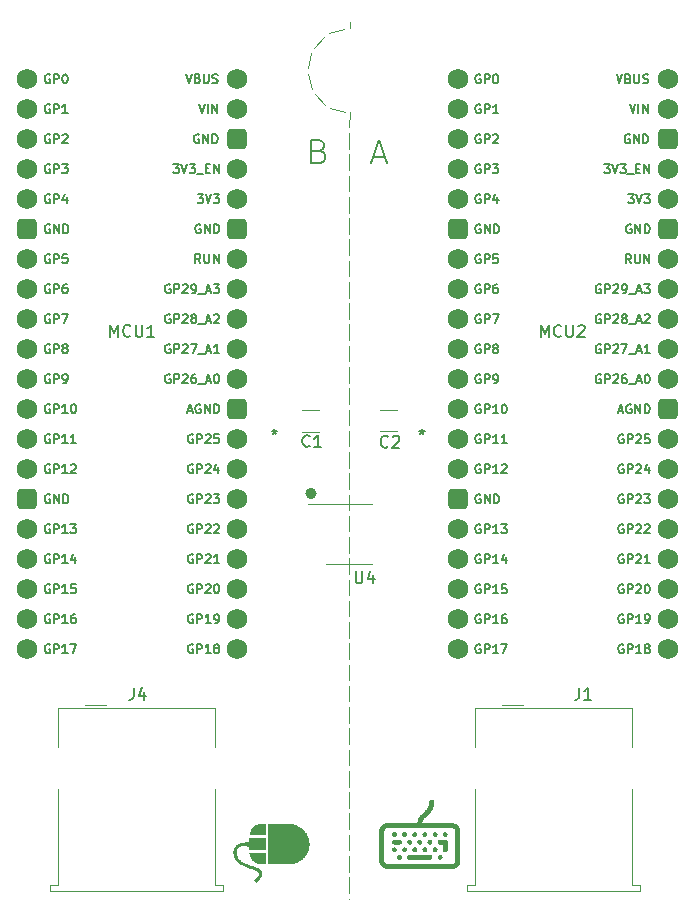
<source format=gbr>
%TF.GenerationSoftware,KiCad,Pcbnew,7.0.10*%
%TF.CreationDate,2024-02-20T22:57:10+05:30*%
%TF.ProjectId,DeskHop,4465736b-486f-4702-9e6b-696361645f70,v1*%
%TF.SameCoordinates,Original*%
%TF.FileFunction,Legend,Top*%
%TF.FilePolarity,Positive*%
%FSLAX46Y46*%
G04 Gerber Fmt 4.6, Leading zero omitted, Abs format (unit mm)*
G04 Created by KiCad (PCBNEW 7.0.10) date 2024-02-20 22:57:10*
%MOMM*%
%LPD*%
G01*
G04 APERTURE LIST*
G04 Aperture macros list*
%AMRoundRect*
0 Rectangle with rounded corners*
0 $1 Rounding radius*
0 $2 $3 $4 $5 $6 $7 $8 $9 X,Y pos of 4 corners*
0 Add a 4 corners polygon primitive as box body*
4,1,4,$2,$3,$4,$5,$6,$7,$8,$9,$2,$3,0*
0 Add four circle primitives for the rounded corners*
1,1,$1+$1,$2,$3*
1,1,$1+$1,$4,$5*
1,1,$1+$1,$6,$7*
1,1,$1+$1,$8,$9*
0 Add four rect primitives between the rounded corners*
20,1,$1+$1,$2,$3,$4,$5,0*
20,1,$1+$1,$4,$5,$6,$7,0*
20,1,$1+$1,$6,$7,$8,$9,0*
20,1,$1+$1,$8,$9,$2,$3,0*%
G04 Aperture macros list end*
%ADD10C,0.000000*%
%ADD11C,0.120000*%
%ADD12C,0.466400*%
%ADD13C,0.150000*%
%ADD14C,1.752600*%
%ADD15RoundRect,0.438150X-0.438150X-0.438150X0.438150X-0.438150X0.438150X0.438150X-0.438150X0.438150X0*%
G04 APERTURE END LIST*
D10*
G36*
X58798165Y-110962168D02*
G01*
X58603088Y-110962168D01*
X58603088Y-110543306D01*
X58798165Y-110543306D01*
X58798165Y-110962168D01*
G37*
G36*
X58603630Y-110588683D02*
G01*
X58603617Y-110588683D01*
X58595362Y-110859483D01*
X58563375Y-110859196D01*
X58525560Y-110860214D01*
X58482716Y-110862766D01*
X58435645Y-110867081D01*
X58385147Y-110873387D01*
X58332022Y-110881913D01*
X58277071Y-110892888D01*
X58221094Y-110906541D01*
X58164892Y-110923101D01*
X58109265Y-110942796D01*
X58055014Y-110965855D01*
X58002938Y-110992508D01*
X57977967Y-111007253D01*
X57953840Y-111022982D01*
X57930657Y-111039724D01*
X57908519Y-111057507D01*
X57887525Y-111076360D01*
X57867775Y-111096311D01*
X57849370Y-111117390D01*
X57832409Y-111139624D01*
X57813791Y-111168348D01*
X57797659Y-111198636D01*
X57784012Y-111230476D01*
X57772851Y-111263862D01*
X57764176Y-111298784D01*
X57757987Y-111335233D01*
X57754283Y-111373200D01*
X57753066Y-111412676D01*
X57754334Y-111453652D01*
X57758088Y-111496119D01*
X57764329Y-111540069D01*
X57773055Y-111585493D01*
X57784267Y-111632380D01*
X57797965Y-111680724D01*
X57814149Y-111730514D01*
X57832819Y-111781741D01*
X57849110Y-111820656D01*
X57867573Y-111858229D01*
X57888127Y-111894500D01*
X57910689Y-111929509D01*
X57935177Y-111963293D01*
X57961509Y-111995892D01*
X58019376Y-112057693D01*
X58083632Y-112115223D01*
X58153618Y-112168796D01*
X58228678Y-112218724D01*
X58308153Y-112265320D01*
X58391386Y-112308897D01*
X58477719Y-112349767D01*
X58566493Y-112388243D01*
X58657052Y-112424638D01*
X58840891Y-112492435D01*
X59023974Y-112555661D01*
X59187753Y-112612183D01*
X59266552Y-112640444D01*
X59342782Y-112669096D01*
X59416060Y-112698430D01*
X59486004Y-112728738D01*
X59552231Y-112760313D01*
X59614358Y-112793447D01*
X59643765Y-112810689D01*
X59672004Y-112828431D01*
X59699027Y-112846709D01*
X59724786Y-112865559D01*
X59749234Y-112885017D01*
X59772322Y-112905121D01*
X59794003Y-112925907D01*
X59814229Y-112947412D01*
X59832952Y-112969671D01*
X59850124Y-112992721D01*
X59865699Y-113016600D01*
X59879627Y-113041343D01*
X59891861Y-113066987D01*
X59902353Y-113093568D01*
X59911056Y-113121124D01*
X59917921Y-113149690D01*
X59924621Y-113194423D01*
X59926498Y-113239887D01*
X59923498Y-113286177D01*
X59915567Y-113333386D01*
X59902650Y-113381606D01*
X59884694Y-113430933D01*
X59861643Y-113481458D01*
X59833445Y-113533276D01*
X59800044Y-113586480D01*
X59761387Y-113641164D01*
X59717418Y-113697420D01*
X59668085Y-113755342D01*
X59613333Y-113815025D01*
X59553108Y-113876560D01*
X59487355Y-113940042D01*
X59416020Y-114005564D01*
X59235045Y-113803991D01*
X59271218Y-113771101D01*
X59305325Y-113739273D01*
X59337424Y-113708494D01*
X59367573Y-113678746D01*
X59395829Y-113650017D01*
X59422249Y-113622289D01*
X59446890Y-113595549D01*
X59469809Y-113569781D01*
X59491065Y-113544971D01*
X59510715Y-113521102D01*
X59528814Y-113498160D01*
X59545422Y-113476130D01*
X59560596Y-113454996D01*
X59574392Y-113434744D01*
X59586868Y-113415358D01*
X59598081Y-113396824D01*
X59608089Y-113379126D01*
X59616950Y-113362249D01*
X59624719Y-113346178D01*
X59631455Y-113330898D01*
X59637215Y-113316394D01*
X59642057Y-113302651D01*
X59646037Y-113289653D01*
X59649213Y-113277385D01*
X59651642Y-113265833D01*
X59653383Y-113254982D01*
X59654491Y-113244815D01*
X59655024Y-113235319D01*
X59654596Y-113218275D01*
X59652557Y-113203731D01*
X59648621Y-113189025D01*
X59642895Y-113174543D01*
X59635441Y-113160279D01*
X59626317Y-113146226D01*
X59603303Y-113118728D01*
X59574333Y-113091998D01*
X59539884Y-113065981D01*
X59500437Y-113040627D01*
X59456471Y-113015882D01*
X59408464Y-112991694D01*
X59356897Y-112968011D01*
X59302248Y-112944781D01*
X59185622Y-112899467D01*
X59062420Y-112855334D01*
X58936476Y-112811963D01*
X58739717Y-112743829D01*
X58638965Y-112707231D01*
X58537716Y-112668397D01*
X58436782Y-112626917D01*
X58336977Y-112582381D01*
X58239114Y-112534379D01*
X58144006Y-112482498D01*
X58052467Y-112426330D01*
X58008289Y-112396510D01*
X57965309Y-112365464D01*
X57923627Y-112333140D01*
X57883346Y-112299488D01*
X57844567Y-112264456D01*
X57807391Y-112227993D01*
X57771921Y-112190047D01*
X57738258Y-112150567D01*
X57706503Y-112109503D01*
X57676759Y-112066801D01*
X57649127Y-112022412D01*
X57623708Y-111976284D01*
X57600604Y-111928366D01*
X57579918Y-111878605D01*
X57555346Y-111810565D01*
X57534312Y-111744074D01*
X57516817Y-111679144D01*
X57502860Y-111615787D01*
X57492443Y-111554016D01*
X57485566Y-111493842D01*
X57482229Y-111435277D01*
X57482433Y-111378334D01*
X57486179Y-111323025D01*
X57493468Y-111269362D01*
X57504299Y-111217356D01*
X57518673Y-111167021D01*
X57536591Y-111118367D01*
X57558054Y-111071408D01*
X57583061Y-111026155D01*
X57611615Y-110982620D01*
X57640028Y-110945385D01*
X57670484Y-110910564D01*
X57702794Y-110878076D01*
X57736771Y-110847839D01*
X57772228Y-110819775D01*
X57808977Y-110793802D01*
X57846831Y-110769840D01*
X57885601Y-110747807D01*
X57925102Y-110727625D01*
X57965144Y-110709211D01*
X58005540Y-110692486D01*
X58046103Y-110677369D01*
X58126981Y-110651638D01*
X58206276Y-110631371D01*
X58282487Y-110615926D01*
X58354116Y-110604658D01*
X58419661Y-110596922D01*
X58477623Y-110592075D01*
X58564795Y-110588468D01*
X58603630Y-110588683D01*
G37*
D11*
X67310000Y-48738426D02*
X67309441Y-50058426D01*
X67309238Y-50538426D02*
X67308679Y-51858426D01*
X67308476Y-52338426D02*
X67307918Y-53658426D01*
X67307715Y-54138426D02*
X67307156Y-55458425D01*
X67306953Y-55938425D02*
X67306394Y-57258425D01*
X67306191Y-57738425D02*
X67305632Y-59058425D01*
X67305429Y-59538425D02*
X67304870Y-60858425D01*
X67304667Y-61338425D02*
X67304109Y-62658425D01*
X67303905Y-63138425D02*
X67303347Y-64458425D01*
X67303144Y-64938425D02*
X67302585Y-66258424D01*
X67302382Y-66738424D02*
X67301823Y-68058424D01*
X67301620Y-68538424D02*
X67301061Y-69858424D01*
X67300858Y-70338424D02*
X67300299Y-71658424D01*
X67300096Y-72138424D02*
X67299538Y-73458424D01*
X67299334Y-73938424D02*
X67298776Y-75258424D01*
X67298573Y-75738424D02*
X67298014Y-77058423D01*
X67297811Y-77538423D02*
X67297252Y-78858423D01*
X67297049Y-79338423D02*
X67296490Y-80658423D01*
X67296287Y-81138423D02*
X67295728Y-82458423D01*
X67295525Y-82938423D02*
X67294967Y-84258423D01*
X67294763Y-84738423D02*
X67294205Y-86058423D01*
X67294002Y-86538423D02*
X67293443Y-87858422D01*
X67293240Y-88338422D02*
X67292681Y-89658422D01*
X67292478Y-90138422D02*
X67291919Y-91458422D01*
X67291716Y-91938422D02*
X67291157Y-93258422D01*
X67290954Y-93738422D02*
X67290396Y-95058422D01*
X67290192Y-95538422D02*
X67289634Y-96858422D01*
X67289431Y-97338422D02*
X67288872Y-98658422D01*
X67288669Y-99138421D02*
X67288110Y-100458421D01*
X67287907Y-100938421D02*
X67287348Y-102258421D01*
X67287145Y-102738421D02*
X67286586Y-104058421D01*
X67286383Y-104538421D02*
X67285825Y-105858421D01*
X67285621Y-106338421D02*
X67285063Y-107658421D01*
X67284860Y-108138421D02*
X67284301Y-109458421D01*
X67284098Y-109938421D02*
X67283539Y-111258420D01*
X67283336Y-111738420D02*
X67282777Y-113058420D01*
X67282574Y-113538420D02*
X67282015Y-114858420D01*
X67281812Y-115338420D02*
X67281783Y-115407659D01*
D10*
G36*
X60221226Y-111247336D02*
G01*
X58797199Y-111247336D01*
X58791178Y-111185136D01*
X58786094Y-111122011D01*
X58781905Y-111058001D01*
X58778571Y-110993144D01*
X58776050Y-110927482D01*
X58774300Y-110861053D01*
X58772950Y-110726054D01*
X58773281Y-110658120D01*
X58774300Y-110590897D01*
X58776050Y-110524421D01*
X58778571Y-110458727D01*
X58781905Y-110393853D01*
X58786094Y-110329834D01*
X58791178Y-110266707D01*
X58797199Y-110204507D01*
X60221226Y-110204507D01*
X60221226Y-111247336D01*
G37*
G36*
X75409953Y-109711596D02*
G01*
X75414084Y-109711996D01*
X75418717Y-109712651D01*
X75423798Y-109713553D01*
X75429272Y-109714694D01*
X75435082Y-109716066D01*
X75447491Y-109719465D01*
X75453979Y-109721476D01*
X75460582Y-109723683D01*
X75467245Y-109726077D01*
X75473912Y-109728651D01*
X75480528Y-109731395D01*
X75487037Y-109734301D01*
X75493385Y-109737361D01*
X75499515Y-109740565D01*
X75511406Y-109747709D01*
X75523025Y-109755970D01*
X75534303Y-109765237D01*
X75545172Y-109775399D01*
X75555563Y-109786346D01*
X75565408Y-109797967D01*
X75574640Y-109810150D01*
X75583189Y-109822785D01*
X75590988Y-109835761D01*
X75597969Y-109848967D01*
X75604062Y-109862293D01*
X75609201Y-109875627D01*
X75613317Y-109888859D01*
X75616341Y-109901877D01*
X75618205Y-109914572D01*
X75618681Y-109920763D01*
X75618842Y-109926832D01*
X75618681Y-109932900D01*
X75618205Y-109939091D01*
X75617422Y-109945389D01*
X75616341Y-109951781D01*
X75614969Y-109958251D01*
X75613317Y-109964786D01*
X75611391Y-109971371D01*
X75609201Y-109977991D01*
X75604062Y-109991282D01*
X75597969Y-110004543D01*
X75590988Y-110017659D01*
X75583189Y-110030515D01*
X75574640Y-110042996D01*
X75565408Y-110054987D01*
X75555563Y-110066372D01*
X75545172Y-110077037D01*
X75539793Y-110082063D01*
X75534303Y-110086866D01*
X75528711Y-110091431D01*
X75523025Y-110095744D01*
X75517254Y-110099791D01*
X75511406Y-110103557D01*
X75505490Y-110107027D01*
X75499515Y-110110189D01*
X75493385Y-110113426D01*
X75487038Y-110116578D01*
X75480528Y-110119627D01*
X75473912Y-110122558D01*
X75467245Y-110125352D01*
X75460582Y-110127992D01*
X75453979Y-110130462D01*
X75447491Y-110132744D01*
X75441174Y-110134822D01*
X75435082Y-110136678D01*
X75429272Y-110138295D01*
X75423799Y-110139657D01*
X75418717Y-110140745D01*
X75414084Y-110141544D01*
X75409954Y-110142035D01*
X75406382Y-110142203D01*
X75402810Y-110142035D01*
X75398679Y-110141544D01*
X75394046Y-110140745D01*
X75388965Y-110139657D01*
X75383491Y-110138295D01*
X75377681Y-110136678D01*
X75365272Y-110132744D01*
X75352181Y-110127992D01*
X75338851Y-110122558D01*
X75332235Y-110119627D01*
X75325725Y-110116578D01*
X75319378Y-110113426D01*
X75313248Y-110110189D01*
X75301356Y-110103589D01*
X75289737Y-110095864D01*
X75278459Y-110087115D01*
X75267591Y-110077446D01*
X75257200Y-110066958D01*
X75247354Y-110055754D01*
X75238123Y-110043936D01*
X75229573Y-110031607D01*
X75221774Y-110018868D01*
X75214794Y-110005823D01*
X75208700Y-109992572D01*
X75203562Y-109979220D01*
X75199446Y-109965867D01*
X75196422Y-109952616D01*
X75194558Y-109939571D01*
X75194081Y-109933157D01*
X75193921Y-109926832D01*
X75194081Y-109920507D01*
X75194558Y-109914093D01*
X75195341Y-109907600D01*
X75196422Y-109901042D01*
X75197793Y-109894430D01*
X75199446Y-109887778D01*
X75201372Y-109881097D01*
X75203562Y-109874399D01*
X75208700Y-109861003D01*
X75214794Y-109847688D01*
X75221775Y-109834552D01*
X75229574Y-109821693D01*
X75238123Y-109809210D01*
X75247355Y-109797199D01*
X75257200Y-109785760D01*
X75267591Y-109774990D01*
X75278460Y-109764988D01*
X75289737Y-109755851D01*
X75295509Y-109751637D01*
X75301356Y-109747677D01*
X75307272Y-109743982D01*
X75313248Y-109740565D01*
X75319858Y-109737361D01*
X75326561Y-109734301D01*
X75333316Y-109731395D01*
X75340079Y-109728651D01*
X75346808Y-109726077D01*
X75353460Y-109723683D01*
X75359993Y-109721476D01*
X75366364Y-109719465D01*
X75372530Y-109717659D01*
X75378449Y-109716066D01*
X75384078Y-109714694D01*
X75389374Y-109713553D01*
X75394295Y-109712651D01*
X75398799Y-109711996D01*
X75402842Y-109711596D01*
X75406382Y-109711461D01*
X75409953Y-109711596D01*
G37*
G36*
X60221226Y-112444972D02*
G01*
X59941893Y-112444972D01*
X59875793Y-112443793D01*
X59812158Y-112440281D01*
X59750944Y-112434480D01*
X59692105Y-112426429D01*
X59635597Y-112416172D01*
X59581376Y-112403748D01*
X59529396Y-112389201D01*
X59479613Y-112372571D01*
X59431983Y-112353900D01*
X59386459Y-112333229D01*
X59342999Y-112310600D01*
X59301557Y-112286055D01*
X59262088Y-112259634D01*
X59224548Y-112231380D01*
X59188891Y-112201334D01*
X59155075Y-112169538D01*
X59123052Y-112136032D01*
X59092780Y-112100860D01*
X59064213Y-112064061D01*
X59037306Y-112025678D01*
X59012016Y-111985751D01*
X58988296Y-111944324D01*
X58945392Y-111857131D01*
X58908235Y-111764431D01*
X58876469Y-111666556D01*
X58849737Y-111563837D01*
X58827679Y-111456608D01*
X60221226Y-111456608D01*
X60221226Y-112444972D01*
G37*
G36*
X62227485Y-109008671D02*
G01*
X62318639Y-109015309D01*
X62408466Y-109026241D01*
X62496854Y-109041358D01*
X62583689Y-109060552D01*
X62668859Y-109083717D01*
X62752251Y-109110743D01*
X62833753Y-109141524D01*
X62913252Y-109175950D01*
X62990635Y-109213914D01*
X63065790Y-109255309D01*
X63138604Y-109300027D01*
X63208965Y-109347958D01*
X63276759Y-109398996D01*
X63341873Y-109453033D01*
X63404197Y-109509961D01*
X63463616Y-109569672D01*
X63520018Y-109632058D01*
X63573290Y-109697010D01*
X63623320Y-109764422D01*
X63669995Y-109834185D01*
X63713203Y-109906192D01*
X63752830Y-109980334D01*
X63788764Y-110056504D01*
X63820893Y-110134593D01*
X63849103Y-110214495D01*
X63873282Y-110296100D01*
X63893318Y-110379301D01*
X63909098Y-110463991D01*
X63920508Y-110550060D01*
X63927437Y-110637402D01*
X63929772Y-110725908D01*
X63927437Y-110814365D01*
X63920508Y-110901660D01*
X63909097Y-110987688D01*
X63893318Y-111072338D01*
X63873281Y-111155504D01*
X63849102Y-111237078D01*
X63820891Y-111316950D01*
X63788762Y-111395014D01*
X63752827Y-111471161D01*
X63713200Y-111545283D01*
X63669992Y-111617273D01*
X63623316Y-111687021D01*
X63573285Y-111754420D01*
X63520012Y-111819362D01*
X63463610Y-111881739D01*
X63404190Y-111941442D01*
X63341866Y-111998365D01*
X63276751Y-112052398D01*
X63208956Y-112103433D01*
X63138595Y-112151364D01*
X63065781Y-112196080D01*
X62990625Y-112237476D01*
X62913241Y-112275441D01*
X62833742Y-112309869D01*
X62752239Y-112340652D01*
X62668847Y-112367680D01*
X62583676Y-112390847D01*
X62496841Y-112410044D01*
X62408453Y-112425163D01*
X62318626Y-112436096D01*
X62227471Y-112442735D01*
X62135103Y-112444972D01*
X62135106Y-112444976D01*
X62135110Y-112444979D01*
X62135113Y-112444982D01*
X62135116Y-112444986D01*
X60430684Y-112444986D01*
X60430684Y-109006435D01*
X62135116Y-109006435D01*
X62227485Y-109008671D01*
G37*
G36*
X71971429Y-111002828D02*
G01*
X71973288Y-111003199D01*
X71975000Y-111003686D01*
X71981325Y-111003846D01*
X71987740Y-111004323D01*
X71994233Y-111005106D01*
X72000791Y-111006187D01*
X72007402Y-111007558D01*
X72014055Y-111009211D01*
X72020736Y-111011137D01*
X72027434Y-111013327D01*
X72040830Y-111018465D01*
X72054145Y-111024559D01*
X72067281Y-111031540D01*
X72080139Y-111039339D01*
X72092623Y-111047888D01*
X72104634Y-111057120D01*
X72116073Y-111066965D01*
X72126843Y-111077356D01*
X72136845Y-111088225D01*
X72145982Y-111099502D01*
X72150195Y-111105274D01*
X72154155Y-111111121D01*
X72157850Y-111117037D01*
X72161267Y-111123013D01*
X72166696Y-111135490D01*
X72171954Y-111148616D01*
X72176871Y-111161946D01*
X72181276Y-111175037D01*
X72185000Y-111187446D01*
X72186552Y-111193256D01*
X72187870Y-111198730D01*
X72188933Y-111203811D01*
X72189718Y-111208444D01*
X72190204Y-111212575D01*
X72190371Y-111216147D01*
X72190236Y-111219719D01*
X72189837Y-111223849D01*
X72189182Y-111228482D01*
X72188280Y-111233564D01*
X72187138Y-111239037D01*
X72185767Y-111244847D01*
X72182368Y-111257256D01*
X72180357Y-111263744D01*
X72178150Y-111270347D01*
X72175755Y-111277010D01*
X72173182Y-111283677D01*
X72170438Y-111290293D01*
X72167531Y-111296802D01*
X72164472Y-111303150D01*
X72161267Y-111309280D01*
X72154155Y-111321172D01*
X72145982Y-111332791D01*
X72136845Y-111344069D01*
X72126842Y-111354937D01*
X72116073Y-111365328D01*
X72104633Y-111375174D01*
X72092623Y-111384405D01*
X72080139Y-111392954D01*
X72067281Y-111400753D01*
X72054145Y-111407734D01*
X72040830Y-111413828D01*
X72027434Y-111418966D01*
X72014055Y-111423082D01*
X72000791Y-111426106D01*
X71987740Y-111427970D01*
X71981325Y-111428446D01*
X71975000Y-111428607D01*
X71971429Y-111428439D01*
X71967298Y-111427948D01*
X71962665Y-111427149D01*
X71957584Y-111426060D01*
X71952110Y-111424699D01*
X71946300Y-111423082D01*
X71933891Y-111419148D01*
X71920800Y-111414396D01*
X71907470Y-111408962D01*
X71900854Y-111406031D01*
X71894345Y-111402982D01*
X71887997Y-111399830D01*
X71881867Y-111396592D01*
X71869976Y-111389993D01*
X71858357Y-111382268D01*
X71847079Y-111373519D01*
X71836210Y-111363850D01*
X71825819Y-111353362D01*
X71815974Y-111342158D01*
X71806742Y-111330340D01*
X71798193Y-111318011D01*
X71790394Y-111305272D01*
X71783413Y-111292226D01*
X71777320Y-111278976D01*
X71772181Y-111265623D01*
X71768066Y-111252271D01*
X71765041Y-111239020D01*
X71763177Y-111225975D01*
X71762701Y-111219561D01*
X71762540Y-111213236D01*
X71762701Y-111206911D01*
X71763177Y-111200497D01*
X71763960Y-111194004D01*
X71765041Y-111187446D01*
X71766413Y-111180835D01*
X71768066Y-111174182D01*
X71769991Y-111167501D01*
X71772181Y-111160803D01*
X71777320Y-111147407D01*
X71783413Y-111134092D01*
X71790394Y-111120956D01*
X71798193Y-111108097D01*
X71806742Y-111095614D01*
X71815974Y-111083603D01*
X71825819Y-111072164D01*
X71836210Y-111061394D01*
X71847079Y-111051392D01*
X71858357Y-111042255D01*
X71864128Y-111038042D01*
X71869976Y-111034081D01*
X71875892Y-111030387D01*
X71881867Y-111026970D01*
X71894345Y-111021552D01*
X71900854Y-111018918D01*
X71907470Y-111016374D01*
X71914137Y-111013949D01*
X71920800Y-111011673D01*
X71927403Y-111009576D01*
X71933891Y-111007688D01*
X71940208Y-111006039D01*
X71946300Y-111004658D01*
X71952110Y-111003576D01*
X71957584Y-111002822D01*
X71962665Y-111002426D01*
X71967298Y-111002418D01*
X71971429Y-111002828D01*
G37*
D11*
X66937740Y-48748460D02*
X65680287Y-48372564D01*
X65269783Y-48124498D02*
X64352267Y-47186069D01*
X64113514Y-46770079D02*
X63766049Y-45504476D01*
X63758926Y-45024893D02*
X64068656Y-43749529D01*
X64294950Y-43326633D02*
X65184194Y-42361372D01*
X65587150Y-42101225D02*
X66832886Y-41688153D01*
D10*
G36*
X60221226Y-109995209D02*
G01*
X58827679Y-109995209D01*
X58849712Y-109887864D01*
X58876427Y-109785050D01*
X58908180Y-109687098D01*
X58945328Y-109594337D01*
X58988229Y-109507099D01*
X59011948Y-109465654D01*
X59037239Y-109425713D01*
X59064147Y-109387318D01*
X59092715Y-109350510D01*
X59122990Y-109315331D01*
X59155015Y-109281821D01*
X59188835Y-109250022D01*
X59224495Y-109219976D01*
X59262039Y-109191722D01*
X59301513Y-109165304D01*
X59342959Y-109140762D01*
X59386424Y-109118137D01*
X59431952Y-109097471D01*
X59479587Y-109078805D01*
X59529375Y-109062181D01*
X59581359Y-109047639D01*
X59635584Y-109035221D01*
X59692095Y-109024968D01*
X59750937Y-109016922D01*
X59812154Y-109011123D01*
X59875791Y-109007614D01*
X59941893Y-109006435D01*
X60221226Y-109006435D01*
X60221226Y-109995209D01*
G37*
G36*
X74396618Y-106991515D02*
G01*
X74402288Y-106992041D01*
X74407276Y-106993018D01*
X74411632Y-106994453D01*
X74415406Y-106996352D01*
X74418648Y-106998720D01*
X74421408Y-107001564D01*
X74423737Y-107004888D01*
X74425684Y-107008700D01*
X74427299Y-107013005D01*
X74428634Y-107017809D01*
X74429737Y-107023117D01*
X74430658Y-107028936D01*
X74431449Y-107035271D01*
X74434303Y-107065893D01*
X74437784Y-107092363D01*
X74440601Y-107121310D01*
X74444307Y-107185083D01*
X74445558Y-107254109D01*
X74444489Y-107325284D01*
X74441237Y-107395503D01*
X74435939Y-107461664D01*
X74428732Y-107520662D01*
X74424454Y-107546506D01*
X74419750Y-107569395D01*
X74414104Y-107593448D01*
X74407046Y-107618576D01*
X74398666Y-107644625D01*
X74389055Y-107671441D01*
X74378301Y-107698871D01*
X74366493Y-107726762D01*
X74353723Y-107754960D01*
X74340078Y-107783311D01*
X74325649Y-107811662D01*
X74310525Y-107839859D01*
X74294795Y-107867750D01*
X74278550Y-107895180D01*
X74261878Y-107921996D01*
X74244870Y-107948045D01*
X74227614Y-107973173D01*
X74210200Y-107997226D01*
X74193699Y-108017684D01*
X74173138Y-108041383D01*
X74149371Y-108067468D01*
X74123252Y-108095089D01*
X74095631Y-108123392D01*
X74067362Y-108151524D01*
X74039299Y-108178633D01*
X74012292Y-108203866D01*
X73972019Y-108239667D01*
X73932125Y-108275950D01*
X73854448Y-108348886D01*
X73781204Y-108420527D01*
X73714339Y-108488723D01*
X73655795Y-108551325D01*
X73630251Y-108579857D01*
X73607517Y-108606185D01*
X73587836Y-108630041D01*
X73571450Y-108651155D01*
X73558602Y-108669259D01*
X73549536Y-108684084D01*
X73542419Y-108697383D01*
X73535297Y-108712029D01*
X73528235Y-108727800D01*
X73521296Y-108744475D01*
X73514545Y-108761833D01*
X73508046Y-108779651D01*
X73496057Y-108815781D01*
X73490696Y-108833650D01*
X73485842Y-108851092D01*
X73481560Y-108867887D01*
X73477913Y-108883812D01*
X73474965Y-108898645D01*
X73472780Y-108912165D01*
X73471422Y-108924151D01*
X73470955Y-108934380D01*
X73471948Y-108938479D01*
X73476037Y-108942065D01*
X73500150Y-108947841D01*
X73556596Y-108951979D01*
X73658677Y-108954753D01*
X74052947Y-108957300D01*
X74789374Y-108957664D01*
X75469002Y-108958391D01*
X75704671Y-108959505D01*
X75882599Y-108961302D01*
X76011550Y-108963916D01*
X76060398Y-108965573D01*
X76100289Y-108967486D01*
X76132319Y-108969672D01*
X76157582Y-108972147D01*
X76177176Y-108974930D01*
X76192194Y-108978036D01*
X76236309Y-108989888D01*
X76279081Y-109004634D01*
X76320394Y-109022168D01*
X76360134Y-109042384D01*
X76398187Y-109065175D01*
X76434435Y-109090434D01*
X76468766Y-109118055D01*
X76501062Y-109147932D01*
X76531210Y-109179957D01*
X76559094Y-109214025D01*
X76584600Y-109250028D01*
X76607611Y-109287859D01*
X76628013Y-109327414D01*
X76645691Y-109368584D01*
X76660529Y-109411263D01*
X76672413Y-109455345D01*
X76682918Y-109610643D01*
X76690421Y-109939747D01*
X76696424Y-110887997D01*
X76690421Y-111837339D01*
X76682918Y-112167807D01*
X76672413Y-112325015D01*
X76661557Y-112366122D01*
X76647640Y-112406393D01*
X76630807Y-112445675D01*
X76611203Y-112483815D01*
X76588973Y-112520658D01*
X76564261Y-112556052D01*
X76537214Y-112589843D01*
X76507974Y-112621878D01*
X76476689Y-112652002D01*
X76443502Y-112680063D01*
X76408558Y-112705908D01*
X76372003Y-112729381D01*
X76333982Y-112750331D01*
X76294639Y-112768604D01*
X76254119Y-112784045D01*
X76212567Y-112796503D01*
X76171480Y-112804188D01*
X76091239Y-112809963D01*
X75704699Y-112816876D01*
X73267226Y-112819786D01*
X72246516Y-112820719D01*
X71838534Y-112820886D01*
X71491735Y-112820696D01*
X71200819Y-112820028D01*
X70960488Y-112818763D01*
X70765441Y-112816782D01*
X70683243Y-112815486D01*
X70610379Y-112813966D01*
X70546187Y-112812207D01*
X70490004Y-112810194D01*
X70441168Y-112807913D01*
X70399016Y-112805348D01*
X70362886Y-112802485D01*
X70332115Y-112799308D01*
X70306042Y-112795803D01*
X70284003Y-112791955D01*
X70265337Y-112787749D01*
X70249380Y-112783170D01*
X70235471Y-112778203D01*
X70222947Y-112772833D01*
X70211146Y-112767045D01*
X70199404Y-112760825D01*
X70173453Y-112747026D01*
X70156057Y-112737303D01*
X70137829Y-112725726D01*
X70118961Y-112712487D01*
X70099647Y-112697776D01*
X70080076Y-112681787D01*
X70060441Y-112664710D01*
X70040934Y-112646738D01*
X70021747Y-112628063D01*
X70003072Y-112608876D01*
X69985100Y-112589369D01*
X69968023Y-112569734D01*
X69952034Y-112550163D01*
X69937323Y-112530849D01*
X69924084Y-112511981D01*
X69912507Y-112493754D01*
X69902784Y-112476357D01*
X69877932Y-112424902D01*
X69859492Y-112370854D01*
X69846509Y-112294433D01*
X69842451Y-112237703D01*
X70257855Y-112237703D01*
X70289869Y-112284269D01*
X70293341Y-112288764D01*
X70297180Y-112293489D01*
X70301342Y-112298402D01*
X70305786Y-112303460D01*
X70315347Y-112313840D01*
X70325522Y-112324288D01*
X70335970Y-112334463D01*
X70346350Y-112344024D01*
X70351407Y-112348468D01*
X70356320Y-112352630D01*
X70361045Y-112356469D01*
X70365540Y-112359940D01*
X70412107Y-112391955D01*
X73273047Y-112389045D01*
X76133986Y-112386134D01*
X76168911Y-112357030D01*
X76172827Y-112354136D01*
X76176914Y-112350936D01*
X76181138Y-112347463D01*
X76185464Y-112343751D01*
X76189858Y-112339834D01*
X76194286Y-112335747D01*
X76203108Y-112327198D01*
X76211657Y-112318376D01*
X76215745Y-112313948D01*
X76219661Y-112309554D01*
X76223373Y-112305228D01*
X76226846Y-112301004D01*
X76230047Y-112296917D01*
X76232940Y-112293001D01*
X76242547Y-112278443D01*
X76249766Y-112250209D01*
X76254939Y-112192165D01*
X76258406Y-112088180D01*
X76261589Y-111677857D01*
X76262044Y-110890180D01*
X76261987Y-110438594D01*
X76261852Y-110255743D01*
X76261589Y-110098774D01*
X76261156Y-109965629D01*
X76260862Y-109907347D01*
X76260509Y-109854248D01*
X76260093Y-109806076D01*
X76259607Y-109762572D01*
X76259047Y-109723480D01*
X76258406Y-109688542D01*
X76257681Y-109657500D01*
X76256864Y-109630098D01*
X76255952Y-109606078D01*
X76254939Y-109585182D01*
X76253819Y-109567154D01*
X76253217Y-109559134D01*
X76252587Y-109551734D01*
X76251927Y-109544923D01*
X76251238Y-109538668D01*
X76250517Y-109532936D01*
X76249766Y-109527696D01*
X76248982Y-109522915D01*
X76248166Y-109518561D01*
X76247317Y-109514603D01*
X76246433Y-109511007D01*
X76245515Y-109507742D01*
X76244562Y-109504775D01*
X76243573Y-109502075D01*
X76242547Y-109499609D01*
X76241483Y-109497345D01*
X76240382Y-109495251D01*
X76239242Y-109493294D01*
X76238063Y-109491443D01*
X76235584Y-109487928D01*
X76232940Y-109484449D01*
X76229981Y-109481011D01*
X76226591Y-109477275D01*
X76218706Y-109469078D01*
X76209662Y-109460199D01*
X76199834Y-109450979D01*
X76189596Y-109441759D01*
X76179325Y-109432880D01*
X76169394Y-109424683D01*
X76160180Y-109417509D01*
X76113613Y-109385494D01*
X70409197Y-109385494D01*
X70365540Y-109414599D01*
X70361046Y-109417525D01*
X70356326Y-109420817D01*
X70351427Y-109424434D01*
X70346395Y-109428332D01*
X70341279Y-109432469D01*
X70336123Y-109436802D01*
X70330977Y-109441288D01*
X70325886Y-109445886D01*
X70320897Y-109450551D01*
X70316058Y-109455242D01*
X70311414Y-109459916D01*
X70307014Y-109464530D01*
X70302903Y-109469042D01*
X70299129Y-109473409D01*
X70295739Y-109477589D01*
X70292780Y-109481538D01*
X70283168Y-109496920D01*
X70275909Y-109525467D01*
X70270628Y-109583346D01*
X70266950Y-109686723D01*
X70262903Y-110094636D01*
X70260765Y-110878538D01*
X70257855Y-112237703D01*
X69842451Y-112237703D01*
X69838027Y-112175857D01*
X69833093Y-111995343D01*
X69830751Y-111733109D01*
X69830024Y-110884359D01*
X69830189Y-110470540D01*
X69830797Y-110148433D01*
X69832019Y-109905521D01*
X69834026Y-109729288D01*
X69835376Y-109662263D01*
X69836987Y-109607215D01*
X69838879Y-109562577D01*
X69841074Y-109526786D01*
X69843593Y-109498277D01*
X69846457Y-109475484D01*
X69849688Y-109456845D01*
X69853307Y-109440792D01*
X69862206Y-109410544D01*
X69872520Y-109380936D01*
X69884233Y-109351992D01*
X69897327Y-109323739D01*
X69911785Y-109296202D01*
X69927591Y-109269408D01*
X69944727Y-109243380D01*
X69963175Y-109218146D01*
X69982920Y-109193730D01*
X70003944Y-109170158D01*
X70026230Y-109147456D01*
X70049760Y-109125649D01*
X70074519Y-109104763D01*
X70100488Y-109084824D01*
X70127651Y-109065856D01*
X70155990Y-109047886D01*
X70207292Y-109019066D01*
X70260811Y-108997409D01*
X70294551Y-108988946D01*
X70336226Y-108981890D01*
X70453217Y-108971488D01*
X70631463Y-108965178D01*
X70890643Y-108961938D01*
X71730526Y-108960574D01*
X73046034Y-108960574D01*
X73060586Y-108855799D01*
X73064775Y-108829996D01*
X73069675Y-108803951D01*
X73075250Y-108777761D01*
X73081459Y-108751524D01*
X73088265Y-108725338D01*
X73095630Y-108699301D01*
X73103515Y-108673512D01*
X73111882Y-108648068D01*
X73120692Y-108623067D01*
X73129907Y-108598608D01*
X73139489Y-108574788D01*
X73149399Y-108551706D01*
X73159599Y-108529459D01*
X73170051Y-108508146D01*
X73180715Y-108487865D01*
X73191555Y-108468713D01*
X73227196Y-108412580D01*
X73246053Y-108385266D01*
X73266043Y-108357981D01*
X73287500Y-108330373D01*
X73310757Y-108302086D01*
X73336145Y-108272768D01*
X73363997Y-108242065D01*
X73428424Y-108175085D01*
X73506698Y-108098317D01*
X73601480Y-108008930D01*
X73715430Y-107904093D01*
X73741621Y-107879605D01*
X73766709Y-107855258D01*
X73790679Y-107831056D01*
X73813520Y-107807003D01*
X73835218Y-107783103D01*
X73855761Y-107759362D01*
X73875135Y-107735782D01*
X73893329Y-107712369D01*
X73910329Y-107689126D01*
X73926122Y-107666058D01*
X73940697Y-107643169D01*
X73954039Y-107620463D01*
X73966136Y-107597945D01*
X73976975Y-107575619D01*
X73986544Y-107553489D01*
X73994830Y-107531559D01*
X74001805Y-107511590D01*
X74007518Y-107490222D01*
X74012071Y-107466331D01*
X74015567Y-107438790D01*
X74018107Y-107406474D01*
X74019796Y-107368258D01*
X74020733Y-107323015D01*
X74021023Y-107269622D01*
X74021023Y-107074624D01*
X74195649Y-107033878D01*
X74274901Y-107013886D01*
X74306627Y-107006156D01*
X74333620Y-106999999D01*
X74345468Y-106997525D01*
X74356283Y-106995462D01*
X74366115Y-106993816D01*
X74375014Y-106992592D01*
X74383031Y-106991797D01*
X74390216Y-106991436D01*
X74396618Y-106991515D01*
G37*
G36*
X71120000Y-110998000D02*
G01*
X71124130Y-110998400D01*
X71128764Y-110999055D01*
X71133845Y-110999957D01*
X71139318Y-111001098D01*
X71145128Y-111002470D01*
X71157537Y-111005869D01*
X71164026Y-111007880D01*
X71170629Y-111010087D01*
X71177291Y-111012481D01*
X71183959Y-111015055D01*
X71190575Y-111017799D01*
X71197084Y-111020705D01*
X71203431Y-111023765D01*
X71209561Y-111026970D01*
X71221453Y-111034113D01*
X71233072Y-111042374D01*
X71244350Y-111051641D01*
X71255218Y-111061803D01*
X71265609Y-111072750D01*
X71275455Y-111084371D01*
X71284686Y-111096554D01*
X71293235Y-111109189D01*
X71301034Y-111122165D01*
X71308015Y-111135371D01*
X71314109Y-111148697D01*
X71319247Y-111162031D01*
X71323363Y-111175263D01*
X71326387Y-111188282D01*
X71328251Y-111200976D01*
X71328727Y-111207168D01*
X71328888Y-111213236D01*
X71328727Y-111219305D01*
X71328251Y-111225495D01*
X71327468Y-111231793D01*
X71326387Y-111238185D01*
X71325016Y-111244655D01*
X71323363Y-111251190D01*
X71321437Y-111257775D01*
X71319247Y-111264396D01*
X71314109Y-111277687D01*
X71308015Y-111290948D01*
X71301035Y-111304064D01*
X71293236Y-111316920D01*
X71284686Y-111329400D01*
X71275455Y-111341391D01*
X71265609Y-111352776D01*
X71255218Y-111363441D01*
X71249839Y-111368467D01*
X71244350Y-111373270D01*
X71238758Y-111377835D01*
X71233072Y-111382148D01*
X71227301Y-111386195D01*
X71221453Y-111389961D01*
X71215537Y-111393431D01*
X71209561Y-111396592D01*
X71203431Y-111399830D01*
X71197084Y-111402982D01*
X71190574Y-111406031D01*
X71183959Y-111408962D01*
X71177291Y-111411756D01*
X71170629Y-111414396D01*
X71164025Y-111416866D01*
X71157537Y-111419148D01*
X71151220Y-111421226D01*
X71145128Y-111423082D01*
X71139318Y-111424699D01*
X71133845Y-111426060D01*
X71128764Y-111427149D01*
X71124130Y-111427948D01*
X71120000Y-111428439D01*
X71116428Y-111428607D01*
X71112856Y-111428439D01*
X71108725Y-111427948D01*
X71104092Y-111427149D01*
X71099011Y-111426060D01*
X71093537Y-111424699D01*
X71087727Y-111423082D01*
X71075318Y-111419148D01*
X71062227Y-111414396D01*
X71048897Y-111408962D01*
X71042281Y-111406031D01*
X71035772Y-111402982D01*
X71029424Y-111399830D01*
X71023294Y-111396592D01*
X71011403Y-111389993D01*
X70999784Y-111382268D01*
X70988506Y-111373519D01*
X70977637Y-111363850D01*
X70967246Y-111353362D01*
X70957401Y-111342158D01*
X70948169Y-111330340D01*
X70939620Y-111318011D01*
X70931821Y-111305272D01*
X70924841Y-111292226D01*
X70918747Y-111278976D01*
X70913608Y-111265623D01*
X70909493Y-111252271D01*
X70906469Y-111239020D01*
X70904604Y-111225975D01*
X70904128Y-111219561D01*
X70903967Y-111213236D01*
X70904128Y-111206911D01*
X70904604Y-111200497D01*
X70905387Y-111194004D01*
X70906469Y-111187446D01*
X70907840Y-111180835D01*
X70909493Y-111174182D01*
X70911418Y-111167501D01*
X70913608Y-111160803D01*
X70918747Y-111147407D01*
X70924841Y-111134092D01*
X70931821Y-111120956D01*
X70939620Y-111108097D01*
X70948169Y-111095614D01*
X70957401Y-111083603D01*
X70967246Y-111072164D01*
X70977637Y-111061394D01*
X70988506Y-111051392D01*
X70999784Y-111042255D01*
X71005555Y-111038042D01*
X71011403Y-111034081D01*
X71017319Y-111030387D01*
X71023294Y-111026970D01*
X71035772Y-111021541D01*
X71048897Y-111016283D01*
X71062227Y-111011366D01*
X71075318Y-111006960D01*
X71087727Y-111003237D01*
X71093537Y-111001685D01*
X71099011Y-111000366D01*
X71104092Y-110999304D01*
X71108725Y-110998519D01*
X71112856Y-110998032D01*
X71116428Y-110997865D01*
X71120000Y-110998000D01*
G37*
G36*
X72836484Y-111000776D02*
G01*
X72840056Y-111000911D01*
X72844186Y-111001310D01*
X72848820Y-111001965D01*
X72853901Y-111002868D01*
X72859374Y-111004009D01*
X72865184Y-111005380D01*
X72877594Y-111008779D01*
X72884082Y-111010790D01*
X72890685Y-111012997D01*
X72897348Y-111015392D01*
X72904015Y-111017965D01*
X72910631Y-111020710D01*
X72917140Y-111023616D01*
X72923487Y-111026675D01*
X72929617Y-111029880D01*
X72941509Y-111036992D01*
X72953128Y-111045165D01*
X72964406Y-111054302D01*
X72975274Y-111064305D01*
X72985665Y-111075075D01*
X72995511Y-111086514D01*
X73004742Y-111098524D01*
X73013292Y-111111008D01*
X73021091Y-111123867D01*
X73028071Y-111137003D01*
X73034165Y-111150318D01*
X73039304Y-111163714D01*
X73043419Y-111177093D01*
X73046443Y-111190356D01*
X73048308Y-111203407D01*
X73048784Y-111209822D01*
X73048944Y-111216147D01*
X73048809Y-111219719D01*
X73048410Y-111223849D01*
X73047755Y-111228482D01*
X73046852Y-111233564D01*
X73045711Y-111239037D01*
X73044340Y-111244847D01*
X73040941Y-111257256D01*
X73038930Y-111263744D01*
X73036723Y-111270347D01*
X73034328Y-111277010D01*
X73031755Y-111283677D01*
X73029010Y-111290293D01*
X73026104Y-111296802D01*
X73023045Y-111303150D01*
X73019840Y-111309280D01*
X73012728Y-111321172D01*
X73004555Y-111332791D01*
X72995418Y-111344069D01*
X72985415Y-111354937D01*
X72974646Y-111365328D01*
X72963206Y-111375174D01*
X72951196Y-111384405D01*
X72938712Y-111392954D01*
X72925853Y-111400753D01*
X72912717Y-111407734D01*
X72899402Y-111413828D01*
X72886006Y-111418966D01*
X72872627Y-111423082D01*
X72859364Y-111426106D01*
X72846313Y-111427970D01*
X72839898Y-111428446D01*
X72833573Y-111428607D01*
X72830001Y-111428439D01*
X72825871Y-111427948D01*
X72821238Y-111427149D01*
X72816156Y-111426060D01*
X72810683Y-111424699D01*
X72804873Y-111423082D01*
X72792464Y-111419148D01*
X72779373Y-111414396D01*
X72766043Y-111408962D01*
X72759427Y-111406031D01*
X72752917Y-111402982D01*
X72746570Y-111399830D01*
X72740440Y-111396592D01*
X72728548Y-111389993D01*
X72716930Y-111382268D01*
X72705652Y-111373519D01*
X72694783Y-111363850D01*
X72684392Y-111353362D01*
X72674547Y-111342158D01*
X72665315Y-111330340D01*
X72656766Y-111318011D01*
X72648967Y-111305272D01*
X72641986Y-111292226D01*
X72635893Y-111278976D01*
X72630754Y-111265623D01*
X72626638Y-111252271D01*
X72623614Y-111239020D01*
X72621750Y-111225975D01*
X72621274Y-111219561D01*
X72621113Y-111213236D01*
X72621274Y-111206911D01*
X72621750Y-111200497D01*
X72622533Y-111194004D01*
X72623614Y-111187446D01*
X72624986Y-111180835D01*
X72626638Y-111174182D01*
X72628564Y-111167501D01*
X72630754Y-111160803D01*
X72635893Y-111147407D01*
X72641986Y-111134092D01*
X72648967Y-111120956D01*
X72656766Y-111108097D01*
X72665315Y-111095614D01*
X72674547Y-111083603D01*
X72684392Y-111072164D01*
X72694783Y-111061394D01*
X72705652Y-111051392D01*
X72716930Y-111042255D01*
X72722701Y-111038042D01*
X72728548Y-111034081D01*
X72734465Y-111030387D01*
X72740440Y-111026970D01*
X72752804Y-111021547D01*
X72765679Y-111016328D01*
X72778759Y-111011519D01*
X72785279Y-111009332D01*
X72791736Y-111007324D01*
X72798091Y-111005521D01*
X72804304Y-111003948D01*
X72810339Y-111002630D01*
X72816156Y-111001594D01*
X72821718Y-111000865D01*
X72826985Y-111000469D01*
X72831920Y-111000431D01*
X72836484Y-111000776D01*
G37*
G36*
X73255435Y-110357196D02*
G01*
X73258494Y-110357573D01*
X73264819Y-110357734D01*
X73271234Y-110358210D01*
X73277726Y-110358993D01*
X73284284Y-110360074D01*
X73290896Y-110361446D01*
X73297548Y-110363098D01*
X73304229Y-110365024D01*
X73310927Y-110367214D01*
X73324323Y-110372353D01*
X73337638Y-110378446D01*
X73350774Y-110385427D01*
X73363633Y-110393226D01*
X73376117Y-110401775D01*
X73388127Y-110411007D01*
X73399566Y-110420852D01*
X73410336Y-110431243D01*
X73420339Y-110442112D01*
X73429476Y-110453390D01*
X73433689Y-110459161D01*
X73437649Y-110465009D01*
X73441344Y-110470925D01*
X73444761Y-110476900D01*
X73450189Y-110489378D01*
X73455448Y-110502503D01*
X73460365Y-110515833D01*
X73464770Y-110528924D01*
X73468493Y-110541333D01*
X73470046Y-110547143D01*
X73471364Y-110552617D01*
X73472426Y-110557698D01*
X73473211Y-110562331D01*
X73473698Y-110566462D01*
X73473865Y-110570034D01*
X73473704Y-110576102D01*
X73473228Y-110582293D01*
X73472445Y-110588591D01*
X73471364Y-110594983D01*
X73469992Y-110601453D01*
X73468340Y-110607988D01*
X73466414Y-110614573D01*
X73464224Y-110621193D01*
X73459085Y-110634484D01*
X73452992Y-110647745D01*
X73446011Y-110660861D01*
X73438212Y-110673717D01*
X73429663Y-110686198D01*
X73420431Y-110698189D01*
X73410586Y-110709574D01*
X73400195Y-110720238D01*
X73394816Y-110725265D01*
X73389326Y-110730068D01*
X73383734Y-110734633D01*
X73378048Y-110738946D01*
X73372277Y-110742993D01*
X73366430Y-110746758D01*
X73360513Y-110750229D01*
X73354538Y-110753390D01*
X73348408Y-110756627D01*
X73342061Y-110759779D01*
X73335551Y-110762829D01*
X73328935Y-110765759D01*
X73322268Y-110768553D01*
X73315605Y-110771194D01*
X73309002Y-110773664D01*
X73302514Y-110775946D01*
X73296197Y-110778023D01*
X73290105Y-110779879D01*
X73284295Y-110781497D01*
X73278822Y-110782858D01*
X73273741Y-110783947D01*
X73269107Y-110784745D01*
X73264977Y-110785237D01*
X73261405Y-110785405D01*
X73257833Y-110785237D01*
X73253702Y-110784745D01*
X73249069Y-110783947D01*
X73243988Y-110782858D01*
X73238514Y-110781497D01*
X73232704Y-110779879D01*
X73220295Y-110775946D01*
X73207204Y-110771194D01*
X73193874Y-110765759D01*
X73187258Y-110762829D01*
X73180748Y-110759779D01*
X73174401Y-110756627D01*
X73168271Y-110753390D01*
X73156379Y-110746790D01*
X73144761Y-110739065D01*
X73133483Y-110730317D01*
X73122614Y-110720648D01*
X73112223Y-110710160D01*
X73102378Y-110698956D01*
X73093146Y-110687138D01*
X73084597Y-110674809D01*
X73076798Y-110662070D01*
X73069817Y-110649024D01*
X73063724Y-110635774D01*
X73058585Y-110622421D01*
X73054470Y-110609068D01*
X73051445Y-110595818D01*
X73049581Y-110582773D01*
X73049105Y-110576358D01*
X73048944Y-110570034D01*
X73049105Y-110563709D01*
X73049581Y-110557294D01*
X73050364Y-110550802D01*
X73051445Y-110544244D01*
X73052817Y-110537632D01*
X73054470Y-110530980D01*
X73056395Y-110524299D01*
X73058585Y-110517601D01*
X73063724Y-110504205D01*
X73069817Y-110490890D01*
X73076798Y-110477754D01*
X73084597Y-110464895D01*
X73093146Y-110452412D01*
X73102378Y-110440401D01*
X73112223Y-110428962D01*
X73122614Y-110418192D01*
X73133483Y-110408190D01*
X73144761Y-110399053D01*
X73150532Y-110394839D01*
X73156379Y-110390879D01*
X73162295Y-110387184D01*
X73168271Y-110383767D01*
X73174400Y-110380563D01*
X73180743Y-110377509D01*
X73187239Y-110374616D01*
X73193829Y-110371898D01*
X73200452Y-110369368D01*
X73207051Y-110367038D01*
X73213563Y-110364921D01*
X73219931Y-110363031D01*
X73226095Y-110361378D01*
X73231994Y-110359978D01*
X73237569Y-110358842D01*
X73242760Y-110357983D01*
X73247508Y-110357413D01*
X73251753Y-110357147D01*
X73255435Y-110357196D01*
G37*
G36*
X73695718Y-109711596D02*
G01*
X73699849Y-109711996D01*
X73704482Y-109712651D01*
X73709563Y-109713553D01*
X73715037Y-109714694D01*
X73720847Y-109716066D01*
X73733256Y-109719465D01*
X73739744Y-109721476D01*
X73746347Y-109723683D01*
X73753010Y-109726077D01*
X73759677Y-109728651D01*
X73766293Y-109731395D01*
X73772802Y-109734301D01*
X73779149Y-109737361D01*
X73785279Y-109740565D01*
X73797171Y-109747709D01*
X73808790Y-109755970D01*
X73820068Y-109765237D01*
X73830937Y-109775399D01*
X73841328Y-109786346D01*
X73851173Y-109797967D01*
X73860405Y-109810150D01*
X73868954Y-109822785D01*
X73876753Y-109835761D01*
X73883734Y-109848967D01*
X73889827Y-109862293D01*
X73894966Y-109875627D01*
X73899081Y-109888859D01*
X73902105Y-109901877D01*
X73903970Y-109914572D01*
X73904446Y-109920763D01*
X73904607Y-109926832D01*
X73904446Y-109932900D01*
X73903970Y-109939091D01*
X73903187Y-109945389D01*
X73902105Y-109951781D01*
X73900734Y-109958251D01*
X73899081Y-109964786D01*
X73897156Y-109971371D01*
X73894966Y-109977991D01*
X73889827Y-109991282D01*
X73883733Y-110004543D01*
X73876753Y-110017659D01*
X73868954Y-110030515D01*
X73860405Y-110042996D01*
X73851173Y-110054987D01*
X73841328Y-110066372D01*
X73830937Y-110077037D01*
X73825558Y-110082063D01*
X73820068Y-110086866D01*
X73814476Y-110091431D01*
X73808790Y-110095744D01*
X73803019Y-110099791D01*
X73797171Y-110103557D01*
X73791255Y-110107027D01*
X73785279Y-110110189D01*
X73779149Y-110113426D01*
X73772802Y-110116578D01*
X73766293Y-110119627D01*
X73759677Y-110122558D01*
X73753010Y-110125352D01*
X73746347Y-110127992D01*
X73739744Y-110130462D01*
X73733256Y-110132744D01*
X73726938Y-110134822D01*
X73720847Y-110136678D01*
X73715037Y-110138295D01*
X73709563Y-110139657D01*
X73704482Y-110140745D01*
X73699849Y-110141544D01*
X73695718Y-110142035D01*
X73692146Y-110142203D01*
X73688574Y-110142035D01*
X73684444Y-110141544D01*
X73679810Y-110140745D01*
X73674729Y-110139657D01*
X73669256Y-110138295D01*
X73663446Y-110136678D01*
X73651037Y-110132744D01*
X73637946Y-110127992D01*
X73624616Y-110122558D01*
X73618000Y-110119627D01*
X73611490Y-110116578D01*
X73605143Y-110113426D01*
X73599013Y-110110189D01*
X73587121Y-110103589D01*
X73575502Y-110095864D01*
X73564224Y-110087115D01*
X73553356Y-110077446D01*
X73542965Y-110066958D01*
X73533119Y-110055754D01*
X73523888Y-110043936D01*
X73515338Y-110031607D01*
X73507539Y-110018868D01*
X73500559Y-110005823D01*
X73494465Y-109992572D01*
X73489327Y-109979220D01*
X73485211Y-109965867D01*
X73482187Y-109952616D01*
X73480323Y-109939571D01*
X73479847Y-109933157D01*
X73479686Y-109926832D01*
X73479847Y-109920507D01*
X73480323Y-109914093D01*
X73481106Y-109907600D01*
X73482187Y-109901042D01*
X73483558Y-109894430D01*
X73485211Y-109887778D01*
X73487137Y-109881097D01*
X73489327Y-109874399D01*
X73494465Y-109861003D01*
X73500559Y-109847688D01*
X73507540Y-109834552D01*
X73515339Y-109821693D01*
X73523888Y-109809210D01*
X73533119Y-109797199D01*
X73542965Y-109785760D01*
X73553356Y-109774990D01*
X73564225Y-109764988D01*
X73575502Y-109755851D01*
X73581274Y-109751637D01*
X73587121Y-109747677D01*
X73593037Y-109743982D01*
X73599013Y-109740565D01*
X73605143Y-109737361D01*
X73611490Y-109734301D01*
X73618000Y-109731395D01*
X73624616Y-109728651D01*
X73631283Y-109726077D01*
X73637946Y-109723683D01*
X73644549Y-109721476D01*
X73651037Y-109719465D01*
X73657354Y-109717659D01*
X73663446Y-109716066D01*
X73669256Y-109714694D01*
X73674729Y-109713553D01*
X73679810Y-109712651D01*
X73684444Y-109711996D01*
X73688574Y-109711596D01*
X73692146Y-109711461D01*
X73695718Y-109711596D01*
G37*
D11*
X67310000Y-41656000D02*
X67310000Y-41148000D01*
D10*
G36*
X71547169Y-111643978D02*
G01*
X71550741Y-111644113D01*
X71554872Y-111644512D01*
X71559505Y-111645168D01*
X71564586Y-111646070D01*
X71570060Y-111647211D01*
X71575870Y-111648582D01*
X71588279Y-111651982D01*
X71594767Y-111653993D01*
X71601370Y-111656200D01*
X71608033Y-111658594D01*
X71614700Y-111661168D01*
X71621316Y-111663912D01*
X71627825Y-111666818D01*
X71634173Y-111669878D01*
X71640303Y-111673082D01*
X71652194Y-111680194D01*
X71663813Y-111688368D01*
X71675091Y-111697505D01*
X71685960Y-111707507D01*
X71696351Y-111718277D01*
X71706196Y-111729716D01*
X71715428Y-111741726D01*
X71723977Y-111754210D01*
X71731776Y-111767069D01*
X71738757Y-111780205D01*
X71744850Y-111793520D01*
X71749989Y-111806916D01*
X71754104Y-111820295D01*
X71757129Y-111833559D01*
X71758993Y-111846609D01*
X71759469Y-111853024D01*
X71759630Y-111859349D01*
X71759495Y-111862921D01*
X71759095Y-111867051D01*
X71758440Y-111871685D01*
X71757538Y-111876766D01*
X71756397Y-111882239D01*
X71755025Y-111888049D01*
X71751626Y-111900458D01*
X71749615Y-111906946D01*
X71747408Y-111913549D01*
X71745014Y-111920212D01*
X71742440Y-111926879D01*
X71739696Y-111933495D01*
X71736790Y-111940005D01*
X71733730Y-111946352D01*
X71730525Y-111952482D01*
X71723414Y-111964374D01*
X71715240Y-111975993D01*
X71706103Y-111987271D01*
X71696101Y-111998139D01*
X71685331Y-112008530D01*
X71673892Y-112018376D01*
X71661881Y-112027607D01*
X71649398Y-112036157D01*
X71636539Y-112043956D01*
X71623403Y-112050936D01*
X71610088Y-112057030D01*
X71596692Y-112062169D01*
X71583313Y-112066284D01*
X71570049Y-112069308D01*
X71556998Y-112071173D01*
X71550584Y-112071649D01*
X71544259Y-112071809D01*
X71540687Y-112071642D01*
X71536556Y-112071150D01*
X71531923Y-112070351D01*
X71526842Y-112069263D01*
X71521368Y-112067901D01*
X71515558Y-112066284D01*
X71503149Y-112062350D01*
X71490058Y-112057598D01*
X71476728Y-112052164D01*
X71470112Y-112049234D01*
X71463603Y-112046184D01*
X71457255Y-112043032D01*
X71451126Y-112039795D01*
X71439234Y-112033195D01*
X71427615Y-112025470D01*
X71416337Y-112016722D01*
X71405468Y-112007052D01*
X71395077Y-111996565D01*
X71385232Y-111985361D01*
X71376000Y-111973543D01*
X71367451Y-111961213D01*
X71359652Y-111948474D01*
X71352672Y-111935429D01*
X71346578Y-111922178D01*
X71341439Y-111908826D01*
X71337324Y-111895473D01*
X71334300Y-111882222D01*
X71332435Y-111869177D01*
X71331959Y-111862763D01*
X71331799Y-111856438D01*
X71331959Y-111850113D01*
X71332435Y-111843699D01*
X71333218Y-111837206D01*
X71334300Y-111830648D01*
X71335671Y-111824037D01*
X71337324Y-111817384D01*
X71339249Y-111810703D01*
X71341439Y-111804005D01*
X71346578Y-111790609D01*
X71352672Y-111777294D01*
X71359652Y-111764158D01*
X71367451Y-111751300D01*
X71376000Y-111738816D01*
X71385232Y-111726806D01*
X71395077Y-111715366D01*
X71405468Y-111704597D01*
X71416337Y-111694594D01*
X71427615Y-111685457D01*
X71433386Y-111681244D01*
X71439234Y-111677284D01*
X71445150Y-111673589D01*
X71451126Y-111670172D01*
X71463609Y-111664749D01*
X71476774Y-111659531D01*
X71490212Y-111654722D01*
X71496905Y-111652535D01*
X71503513Y-111650527D01*
X71509985Y-111648723D01*
X71516269Y-111647150D01*
X71522314Y-111645833D01*
X71528070Y-111644797D01*
X71533484Y-111644068D01*
X71538506Y-111643671D01*
X71543085Y-111643633D01*
X71547169Y-111643978D01*
G37*
G36*
X74557201Y-109714507D02*
G01*
X74561332Y-109714906D01*
X74565965Y-109715561D01*
X74571046Y-109716464D01*
X74576519Y-109717605D01*
X74582330Y-109718976D01*
X74594739Y-109722375D01*
X74601227Y-109724386D01*
X74607830Y-109726593D01*
X74614493Y-109728988D01*
X74621160Y-109731561D01*
X74627776Y-109734305D01*
X74634285Y-109737212D01*
X74640633Y-109740271D01*
X74646762Y-109743476D01*
X74658654Y-109750588D01*
X74670273Y-109758761D01*
X74681551Y-109767898D01*
X74692420Y-109777901D01*
X74702811Y-109788670D01*
X74712656Y-109800110D01*
X74721888Y-109812120D01*
X74730437Y-109824604D01*
X74738236Y-109837463D01*
X74745217Y-109850599D01*
X74751310Y-109863914D01*
X74756449Y-109877310D01*
X74760565Y-109890688D01*
X74763589Y-109903952D01*
X74765453Y-109917003D01*
X74765929Y-109923418D01*
X74766090Y-109929742D01*
X74765955Y-109933314D01*
X74765555Y-109937445D01*
X74764900Y-109942078D01*
X74763998Y-109947159D01*
X74762857Y-109952633D01*
X74761485Y-109958443D01*
X74758086Y-109970852D01*
X74756075Y-109977340D01*
X74753868Y-109983943D01*
X74751474Y-109990606D01*
X74748900Y-109997273D01*
X74746156Y-110003889D01*
X74743250Y-110010398D01*
X74740190Y-110016746D01*
X74736986Y-110022876D01*
X74729874Y-110034768D01*
X74721700Y-110046387D01*
X74712563Y-110057665D01*
X74702561Y-110068533D01*
X74691791Y-110078924D01*
X74680352Y-110088770D01*
X74668342Y-110098001D01*
X74655858Y-110106551D01*
X74642999Y-110114350D01*
X74629863Y-110121330D01*
X74616548Y-110127424D01*
X74603152Y-110132562D01*
X74589773Y-110136678D01*
X74576509Y-110139702D01*
X74563458Y-110141567D01*
X74557044Y-110142043D01*
X74550719Y-110142203D01*
X74547147Y-110142035D01*
X74543017Y-110141544D01*
X74538383Y-110140745D01*
X74533302Y-110139657D01*
X74527829Y-110138295D01*
X74522019Y-110136678D01*
X74509610Y-110132744D01*
X74496518Y-110127992D01*
X74483189Y-110122558D01*
X74476573Y-110119627D01*
X74470063Y-110116578D01*
X74463716Y-110113426D01*
X74457586Y-110110189D01*
X74445694Y-110103589D01*
X74434075Y-110095864D01*
X74422797Y-110087115D01*
X74411929Y-110077446D01*
X74401537Y-110066958D01*
X74391692Y-110055754D01*
X74382461Y-110043936D01*
X74373911Y-110031607D01*
X74366112Y-110018868D01*
X74359132Y-110005823D01*
X74353038Y-109992572D01*
X74347899Y-109979220D01*
X74343784Y-109965867D01*
X74340760Y-109952616D01*
X74338895Y-109939571D01*
X74338419Y-109933157D01*
X74338259Y-109926832D01*
X74338419Y-109920507D01*
X74338895Y-109914093D01*
X74339678Y-109907600D01*
X74340760Y-109901042D01*
X74342131Y-109894430D01*
X74343784Y-109887778D01*
X74345710Y-109881097D01*
X74347899Y-109874399D01*
X74353038Y-109861003D01*
X74359132Y-109847688D01*
X74366112Y-109834552D01*
X74373911Y-109821693D01*
X74382461Y-109809210D01*
X74391692Y-109797199D01*
X74401538Y-109785760D01*
X74411929Y-109774990D01*
X74422797Y-109764988D01*
X74434075Y-109755851D01*
X74439846Y-109751637D01*
X74445694Y-109747677D01*
X74451610Y-109743982D01*
X74457586Y-109740565D01*
X74463748Y-109737393D01*
X74470188Y-109734426D01*
X74476841Y-109731664D01*
X74483643Y-109729106D01*
X74490531Y-109726752D01*
X74497439Y-109724604D01*
X74504305Y-109722660D01*
X74511065Y-109720920D01*
X74517654Y-109719385D01*
X74524008Y-109718055D01*
X74530064Y-109716930D01*
X74535758Y-109716009D01*
X74541025Y-109715293D01*
X74545802Y-109714781D01*
X74550025Y-109714474D01*
X74553629Y-109714372D01*
X74557201Y-109714507D01*
G37*
G36*
X75208474Y-110357573D02*
G01*
X75262347Y-110358140D01*
X75309724Y-110358835D01*
X75351132Y-110359786D01*
X75387100Y-110361120D01*
X75403209Y-110361971D01*
X75418157Y-110362966D01*
X75432009Y-110364121D01*
X75444831Y-110365452D01*
X75456690Y-110366974D01*
X75467651Y-110368705D01*
X75477781Y-110370659D01*
X75487146Y-110372853D01*
X75495811Y-110375303D01*
X75503844Y-110378024D01*
X75511309Y-110381034D01*
X75518274Y-110384347D01*
X75524803Y-110387980D01*
X75530964Y-110391948D01*
X75536822Y-110396269D01*
X75542444Y-110400957D01*
X75547895Y-110406028D01*
X75553241Y-110411500D01*
X75558549Y-110417387D01*
X75563885Y-110423706D01*
X75574905Y-110437702D01*
X75586828Y-110453617D01*
X75596434Y-110466646D01*
X75600321Y-110473953D01*
X75603654Y-110482539D01*
X75606474Y-110492967D01*
X75608826Y-110505800D01*
X75612294Y-110540930D01*
X75614397Y-110592430D01*
X75615477Y-110664804D01*
X75615932Y-110890180D01*
X75615893Y-110958009D01*
X75615756Y-111017806D01*
X75615491Y-111070134D01*
X75615068Y-111115555D01*
X75614457Y-111154632D01*
X75613630Y-111187929D01*
X75613125Y-111202585D01*
X75612554Y-111216007D01*
X75611915Y-111228265D01*
X75611202Y-111239430D01*
X75610413Y-111249571D01*
X75609543Y-111258759D01*
X75608589Y-111267065D01*
X75607547Y-111274559D01*
X75606414Y-111281311D01*
X75605185Y-111287392D01*
X75603856Y-111292871D01*
X75602426Y-111297820D01*
X75600888Y-111302308D01*
X75599240Y-111306406D01*
X75597478Y-111310184D01*
X75595599Y-111313713D01*
X75593597Y-111317063D01*
X75591471Y-111320304D01*
X75586828Y-111326742D01*
X75577095Y-111339779D01*
X75567495Y-111351634D01*
X75557954Y-111362356D01*
X75548401Y-111371990D01*
X75538762Y-111380584D01*
X75528966Y-111388185D01*
X75518939Y-111394839D01*
X75508610Y-111400594D01*
X75497906Y-111405496D01*
X75486754Y-111409592D01*
X75475081Y-111412930D01*
X75462817Y-111415555D01*
X75449887Y-111417515D01*
X75436219Y-111418858D01*
X75421742Y-111419629D01*
X75406382Y-111419875D01*
X75391022Y-111419597D01*
X75376545Y-111418738D01*
X75362877Y-111417266D01*
X75356324Y-111416289D01*
X75349947Y-111415146D01*
X75343736Y-111413832D01*
X75337682Y-111412343D01*
X75331777Y-111410676D01*
X75326010Y-111408825D01*
X75320374Y-111406786D01*
X75314858Y-111404556D01*
X75309454Y-111402129D01*
X75304154Y-111399502D01*
X75298947Y-111396671D01*
X75293824Y-111393630D01*
X75288778Y-111390377D01*
X75283798Y-111386906D01*
X75278875Y-111383213D01*
X75274001Y-111379294D01*
X75269167Y-111375145D01*
X75264363Y-111370762D01*
X75254809Y-111361275D01*
X75245269Y-111350798D01*
X75235668Y-111339299D01*
X75225936Y-111326742D01*
X75217159Y-111313759D01*
X75213504Y-111306866D01*
X75210292Y-111299275D01*
X75207490Y-111290660D01*
X75205063Y-111280698D01*
X75202977Y-111269065D01*
X75201198Y-111255437D01*
X75198424Y-111220898D01*
X75196468Y-111174491D01*
X75195058Y-111113622D01*
X75193921Y-111035701D01*
X75191011Y-110782494D01*
X75062953Y-110782494D01*
X75036736Y-110782315D01*
X75012566Y-110781744D01*
X74990306Y-110780729D01*
X74969819Y-110779220D01*
X74950970Y-110777165D01*
X74933621Y-110774513D01*
X74925467Y-110772948D01*
X74917636Y-110771214D01*
X74910113Y-110769305D01*
X74902880Y-110767215D01*
X74895919Y-110764937D01*
X74889214Y-110762465D01*
X74882748Y-110759793D01*
X74876504Y-110756914D01*
X74870464Y-110753822D01*
X74864612Y-110750511D01*
X74858931Y-110746973D01*
X74853403Y-110743204D01*
X74848011Y-110739195D01*
X74842739Y-110734941D01*
X74837569Y-110730436D01*
X74832484Y-110725673D01*
X74827467Y-110720645D01*
X74822502Y-110715347D01*
X74812657Y-110703913D01*
X74804845Y-110693900D01*
X74797776Y-110683528D01*
X74791441Y-110672831D01*
X74785832Y-110661843D01*
X74780942Y-110650597D01*
X74776762Y-110639126D01*
X74773284Y-110627464D01*
X74770501Y-110615646D01*
X74768404Y-110603703D01*
X74766986Y-110591671D01*
X74766238Y-110579582D01*
X74766152Y-110567470D01*
X74766721Y-110555369D01*
X74767937Y-110543312D01*
X74769790Y-110531333D01*
X74772275Y-110519466D01*
X74775381Y-110507743D01*
X74779102Y-110496199D01*
X74783430Y-110484866D01*
X74788356Y-110473780D01*
X74793872Y-110462973D01*
X74799971Y-110452478D01*
X74806644Y-110442330D01*
X74813884Y-110432562D01*
X74821683Y-110423208D01*
X74830032Y-110414300D01*
X74838923Y-110405874D01*
X74848349Y-110397961D01*
X74858301Y-110390597D01*
X74868772Y-110383814D01*
X74879754Y-110377645D01*
X74891238Y-110372126D01*
X74897774Y-110369532D01*
X74905466Y-110367203D01*
X74924844Y-110363303D01*
X74950430Y-110360359D01*
X74983280Y-110358301D01*
X75024452Y-110357062D01*
X75075004Y-110356573D01*
X75208474Y-110357573D01*
G37*
G36*
X73578452Y-111644995D02*
G01*
X73700352Y-111645519D01*
X73805425Y-111646115D01*
X73894996Y-111646831D01*
X73970392Y-111647712D01*
X74003189Y-111648230D01*
X74032939Y-111648807D01*
X74059807Y-111649449D01*
X74083961Y-111650162D01*
X74105565Y-111650952D01*
X74124786Y-111651824D01*
X74141788Y-111652785D01*
X74156738Y-111653840D01*
X74169802Y-111654996D01*
X74181145Y-111656257D01*
X74190933Y-111657630D01*
X74199332Y-111659121D01*
X74206507Y-111660736D01*
X74212624Y-111662480D01*
X74217849Y-111664359D01*
X74222348Y-111666380D01*
X74226286Y-111668548D01*
X74229829Y-111670869D01*
X74233143Y-111673348D01*
X74236394Y-111675992D01*
X74249431Y-111685725D01*
X74261286Y-111695325D01*
X74272008Y-111704866D01*
X74281642Y-111714419D01*
X74290236Y-111724058D01*
X74297837Y-111733854D01*
X74304491Y-111743881D01*
X74310246Y-111754210D01*
X74315148Y-111764914D01*
X74319244Y-111776066D01*
X74322582Y-111787739D01*
X74325207Y-111800003D01*
X74327168Y-111812933D01*
X74328510Y-111826601D01*
X74329281Y-111841078D01*
X74329527Y-111856438D01*
X74329249Y-111871798D01*
X74328390Y-111886276D01*
X74326918Y-111899943D01*
X74325941Y-111906496D01*
X74324798Y-111912873D01*
X74323484Y-111919084D01*
X74321995Y-111925138D01*
X74320328Y-111931043D01*
X74318477Y-111936810D01*
X74316438Y-111942446D01*
X74314208Y-111947962D01*
X74311781Y-111953366D01*
X74309154Y-111958666D01*
X74306323Y-111963873D01*
X74303282Y-111968996D01*
X74300029Y-111974042D01*
X74296558Y-111979022D01*
X74292865Y-111983945D01*
X74288946Y-111988819D01*
X74284797Y-111993653D01*
X74280414Y-111998457D01*
X74270927Y-112008011D01*
X74260450Y-112017551D01*
X74248951Y-112027151D01*
X74236394Y-112036884D01*
X74222376Y-112046496D01*
X74199559Y-112053755D01*
X74157506Y-112059036D01*
X74085780Y-112062714D01*
X73811565Y-112066761D01*
X73293419Y-112068899D01*
X72889645Y-112069945D01*
X72729793Y-112069564D01*
X72597466Y-112068535D01*
X72492287Y-112066824D01*
X72413882Y-112064397D01*
X72361876Y-112061219D01*
X72345655Y-112059339D01*
X72335892Y-112057257D01*
X72330147Y-112055460D01*
X72324379Y-112053351D01*
X72312819Y-112048242D01*
X72301302Y-112042024D01*
X72289917Y-112034792D01*
X72278753Y-112026640D01*
X72267901Y-112017660D01*
X72257450Y-112007946D01*
X72247488Y-111997594D01*
X72238107Y-111986695D01*
X72229395Y-111975345D01*
X72221442Y-111963636D01*
X72214337Y-111951663D01*
X72208170Y-111939520D01*
X72203031Y-111927300D01*
X72199008Y-111915097D01*
X72197444Y-111909031D01*
X72196192Y-111903005D01*
X72194751Y-111893713D01*
X72193696Y-111884401D01*
X72193024Y-111875081D01*
X72192730Y-111865766D01*
X72192810Y-111856471D01*
X72193257Y-111847209D01*
X72194068Y-111837992D01*
X72195237Y-111828835D01*
X72196761Y-111819750D01*
X72198633Y-111810751D01*
X72200850Y-111801850D01*
X72203406Y-111793063D01*
X72206297Y-111784401D01*
X72209517Y-111775878D01*
X72213063Y-111767508D01*
X72216929Y-111759303D01*
X72221110Y-111751277D01*
X72225603Y-111743444D01*
X72230401Y-111735817D01*
X72235500Y-111728408D01*
X72240895Y-111721232D01*
X72246582Y-111714302D01*
X72252556Y-111707630D01*
X72258812Y-111701231D01*
X72265344Y-111695118D01*
X72272149Y-111689303D01*
X72279222Y-111683801D01*
X72286557Y-111678624D01*
X72294151Y-111673787D01*
X72301997Y-111669301D01*
X72310092Y-111665181D01*
X72318430Y-111661441D01*
X72338331Y-111656512D01*
X72377229Y-111652573D01*
X72531254Y-111647252D01*
X72818976Y-111644660D01*
X73278867Y-111643978D01*
X73578452Y-111644995D01*
G37*
G36*
X71122752Y-109711622D02*
G01*
X71129167Y-109712098D01*
X71135660Y-109712881D01*
X71142218Y-109713962D01*
X71148829Y-109715334D01*
X71155482Y-109716986D01*
X71162163Y-109718912D01*
X71168861Y-109721102D01*
X71182257Y-109726241D01*
X71195572Y-109732334D01*
X71208708Y-109739315D01*
X71221566Y-109747114D01*
X71234050Y-109755663D01*
X71246061Y-109764895D01*
X71257500Y-109774740D01*
X71268270Y-109785131D01*
X71278272Y-109796000D01*
X71287409Y-109807277D01*
X71291622Y-109813048D01*
X71295582Y-109818896D01*
X71299277Y-109824812D01*
X71302694Y-109830788D01*
X71308123Y-109843265D01*
X71313381Y-109856391D01*
X71318298Y-109869721D01*
X71322703Y-109882812D01*
X71326427Y-109895221D01*
X71327979Y-109901031D01*
X71329297Y-109906504D01*
X71330360Y-109911586D01*
X71331145Y-109916219D01*
X71331632Y-109920350D01*
X71331799Y-109923921D01*
X71331638Y-109929990D01*
X71331162Y-109936181D01*
X71330379Y-109942479D01*
X71329297Y-109948870D01*
X71327926Y-109955341D01*
X71326273Y-109961875D01*
X71324348Y-109968460D01*
X71322158Y-109975081D01*
X71317019Y-109988372D01*
X71310925Y-110001633D01*
X71303945Y-110014749D01*
X71296146Y-110027605D01*
X71287597Y-110040086D01*
X71278365Y-110052076D01*
X71268520Y-110063461D01*
X71258129Y-110074126D01*
X71252750Y-110079152D01*
X71247260Y-110083955D01*
X71241668Y-110088520D01*
X71235982Y-110092834D01*
X71230211Y-110096880D01*
X71224363Y-110100646D01*
X71218447Y-110104117D01*
X71212472Y-110107278D01*
X71206342Y-110110515D01*
X71199994Y-110113667D01*
X71193485Y-110116717D01*
X71186869Y-110119647D01*
X71180202Y-110122441D01*
X71173539Y-110125081D01*
X71166936Y-110127551D01*
X71160448Y-110129833D01*
X71154130Y-110131911D01*
X71148039Y-110133767D01*
X71142228Y-110135384D01*
X71136755Y-110136746D01*
X71131674Y-110137834D01*
X71127040Y-110138633D01*
X71122910Y-110139125D01*
X71119338Y-110139292D01*
X71113270Y-110139132D01*
X71107079Y-110138656D01*
X71100781Y-110137873D01*
X71094389Y-110136791D01*
X71087919Y-110135420D01*
X71081384Y-110133767D01*
X71074799Y-110131841D01*
X71068178Y-110129652D01*
X71054888Y-110124513D01*
X71041627Y-110118419D01*
X71028511Y-110111439D01*
X71015655Y-110103640D01*
X71003174Y-110095090D01*
X70991183Y-110085859D01*
X70979798Y-110076013D01*
X70969133Y-110065622D01*
X70964107Y-110060243D01*
X70959304Y-110054754D01*
X70954739Y-110049162D01*
X70950426Y-110043476D01*
X70946379Y-110037705D01*
X70942613Y-110031857D01*
X70939143Y-110025941D01*
X70935982Y-110019965D01*
X70932745Y-110013835D01*
X70929593Y-110007488D01*
X70926543Y-110000979D01*
X70923613Y-109994363D01*
X70920819Y-109987696D01*
X70918178Y-109981033D01*
X70915709Y-109974430D01*
X70913426Y-109967942D01*
X70911349Y-109961624D01*
X70909493Y-109955533D01*
X70907875Y-109949722D01*
X70906514Y-109944249D01*
X70905425Y-109939168D01*
X70904627Y-109934534D01*
X70904135Y-109930404D01*
X70903967Y-109926832D01*
X70904128Y-109920507D01*
X70904604Y-109914093D01*
X70905387Y-109907600D01*
X70906469Y-109901042D01*
X70907840Y-109894430D01*
X70909493Y-109887778D01*
X70911418Y-109881097D01*
X70913608Y-109874399D01*
X70918747Y-109861003D01*
X70924841Y-109847688D01*
X70931821Y-109834552D01*
X70939620Y-109821693D01*
X70948169Y-109809210D01*
X70957401Y-109797199D01*
X70967246Y-109785760D01*
X70977637Y-109774990D01*
X70988506Y-109764988D01*
X70999784Y-109755851D01*
X71005555Y-109751637D01*
X71011403Y-109747677D01*
X71017319Y-109743982D01*
X71023294Y-109740565D01*
X71029424Y-109737361D01*
X71035772Y-109734301D01*
X71042281Y-109731395D01*
X71048897Y-109728651D01*
X71055564Y-109726077D01*
X71062227Y-109723683D01*
X71068830Y-109721476D01*
X71075318Y-109719465D01*
X71081636Y-109717659D01*
X71087727Y-109716066D01*
X71093537Y-109714694D01*
X71099011Y-109713553D01*
X71104092Y-109712651D01*
X71108725Y-109711996D01*
X71112856Y-109711596D01*
X71116428Y-109711461D01*
X71122752Y-109711622D01*
G37*
G36*
X74553630Y-111000775D02*
G01*
X74559954Y-111000936D01*
X74566369Y-111001412D01*
X74572862Y-111002195D01*
X74579420Y-111003277D01*
X74586031Y-111004648D01*
X74592684Y-111006301D01*
X74599365Y-111008226D01*
X74606063Y-111010416D01*
X74619458Y-111015555D01*
X74632773Y-111021649D01*
X74645909Y-111028629D01*
X74658768Y-111036428D01*
X74671252Y-111044978D01*
X74683262Y-111054209D01*
X74694702Y-111064054D01*
X74705472Y-111074446D01*
X74715474Y-111085314D01*
X74724611Y-111096592D01*
X74728824Y-111102363D01*
X74732784Y-111108211D01*
X74736479Y-111114127D01*
X74739896Y-111120103D01*
X74745325Y-111132580D01*
X74750583Y-111145705D01*
X74755500Y-111159035D01*
X74759905Y-111172126D01*
X74763629Y-111184536D01*
X74765181Y-111190346D01*
X74766499Y-111195819D01*
X74767561Y-111200900D01*
X74768346Y-111205534D01*
X74768833Y-111209664D01*
X74769000Y-111213236D01*
X74768865Y-111216808D01*
X74768466Y-111220938D01*
X74767811Y-111225572D01*
X74766908Y-111230653D01*
X74765767Y-111236126D01*
X74764396Y-111241936D01*
X74760997Y-111254345D01*
X74758986Y-111260833D01*
X74756779Y-111267437D01*
X74754384Y-111274100D01*
X74751811Y-111280767D01*
X74749067Y-111287383D01*
X74746161Y-111293892D01*
X74743101Y-111300239D01*
X74739896Y-111306369D01*
X74732753Y-111318261D01*
X74724492Y-111329880D01*
X74715225Y-111341158D01*
X74705062Y-111352027D01*
X74694116Y-111362418D01*
X74682495Y-111372263D01*
X74670312Y-111381495D01*
X74657677Y-111390044D01*
X74644701Y-111397843D01*
X74631495Y-111404823D01*
X74618169Y-111410917D01*
X74604835Y-111416056D01*
X74591603Y-111420171D01*
X74578584Y-111423195D01*
X74565890Y-111425060D01*
X74559698Y-111425536D01*
X74553630Y-111425697D01*
X74547561Y-111425536D01*
X74541371Y-111425060D01*
X74535072Y-111424277D01*
X74528681Y-111423195D01*
X74522211Y-111421824D01*
X74515676Y-111420171D01*
X74509091Y-111418246D01*
X74502470Y-111416056D01*
X74489179Y-111410917D01*
X74475918Y-111404823D01*
X74462802Y-111397843D01*
X74449946Y-111390044D01*
X74437465Y-111381494D01*
X74425475Y-111372263D01*
X74414090Y-111362417D01*
X74403425Y-111352026D01*
X74398399Y-111346647D01*
X74393596Y-111341158D01*
X74389031Y-111335566D01*
X74384718Y-111329880D01*
X74380671Y-111324109D01*
X74376905Y-111318261D01*
X74373434Y-111312345D01*
X74370273Y-111306369D01*
X74367036Y-111300239D01*
X74363884Y-111293892D01*
X74360834Y-111287383D01*
X74357904Y-111280767D01*
X74355110Y-111274100D01*
X74352470Y-111267437D01*
X74350000Y-111260834D01*
X74347718Y-111254346D01*
X74345640Y-111248028D01*
X74343784Y-111241937D01*
X74342167Y-111236127D01*
X74340805Y-111230653D01*
X74339717Y-111225572D01*
X74338918Y-111220939D01*
X74338426Y-111216808D01*
X74338259Y-111213236D01*
X74338419Y-111206911D01*
X74338895Y-111200497D01*
X74339678Y-111194004D01*
X74340760Y-111187446D01*
X74342131Y-111180835D01*
X74343784Y-111174182D01*
X74345710Y-111167501D01*
X74347899Y-111160803D01*
X74353038Y-111147407D01*
X74359132Y-111134092D01*
X74366112Y-111120956D01*
X74373911Y-111108097D01*
X74382461Y-111095614D01*
X74391692Y-111083603D01*
X74401538Y-111072164D01*
X74411929Y-111061394D01*
X74422797Y-111051392D01*
X74434075Y-111042255D01*
X74439846Y-111038042D01*
X74445694Y-111034081D01*
X74451610Y-111030387D01*
X74457586Y-111026970D01*
X74469949Y-111021547D01*
X74482825Y-111016328D01*
X74495904Y-111011519D01*
X74502425Y-111009332D01*
X74508882Y-111007324D01*
X74515236Y-111005521D01*
X74521450Y-111003948D01*
X74527485Y-111002630D01*
X74533302Y-111001594D01*
X74538864Y-111000865D01*
X74544131Y-111000469D01*
X74549066Y-111000430D01*
X74553630Y-111000775D01*
G37*
G36*
X74126302Y-110354823D02*
G01*
X74132717Y-110355299D01*
X74139210Y-110356082D01*
X74145768Y-110357164D01*
X74152379Y-110358535D01*
X74159032Y-110360188D01*
X74165713Y-110362114D01*
X74172411Y-110364303D01*
X74185807Y-110369442D01*
X74199122Y-110375536D01*
X74212258Y-110382516D01*
X74225116Y-110390315D01*
X74237600Y-110398865D01*
X74249611Y-110408096D01*
X74261050Y-110417942D01*
X74271820Y-110428333D01*
X74281822Y-110439201D01*
X74290959Y-110450479D01*
X74295172Y-110456250D01*
X74299132Y-110462098D01*
X74302827Y-110468014D01*
X74306244Y-110473990D01*
X74311673Y-110486467D01*
X74316931Y-110499592D01*
X74321848Y-110512922D01*
X74326253Y-110526013D01*
X74329977Y-110538422D01*
X74331529Y-110544233D01*
X74332847Y-110549706D01*
X74333910Y-110554787D01*
X74334695Y-110559421D01*
X74335182Y-110563551D01*
X74335349Y-110567123D01*
X74335188Y-110573192D01*
X74334712Y-110579382D01*
X74333929Y-110585680D01*
X74332847Y-110592072D01*
X74331476Y-110598542D01*
X74329823Y-110605077D01*
X74327898Y-110611662D01*
X74325708Y-110618283D01*
X74320569Y-110631574D01*
X74314475Y-110644835D01*
X74307495Y-110657951D01*
X74299696Y-110670807D01*
X74291146Y-110683288D01*
X74281915Y-110695278D01*
X74272070Y-110706663D01*
X74261678Y-110717328D01*
X74256300Y-110722354D01*
X74250810Y-110727157D01*
X74245218Y-110731722D01*
X74239532Y-110736035D01*
X74233761Y-110740082D01*
X74227913Y-110743848D01*
X74221997Y-110747319D01*
X74216021Y-110750480D01*
X74209891Y-110753717D01*
X74203544Y-110756869D01*
X74197035Y-110759919D01*
X74190419Y-110762849D01*
X74183752Y-110765643D01*
X74177089Y-110768283D01*
X74170486Y-110770753D01*
X74163998Y-110773035D01*
X74157680Y-110775113D01*
X74151589Y-110776969D01*
X74145778Y-110778586D01*
X74140305Y-110779948D01*
X74135224Y-110781036D01*
X74130590Y-110781835D01*
X74126460Y-110782326D01*
X74122888Y-110782494D01*
X74116819Y-110782334D01*
X74110629Y-110781858D01*
X74104331Y-110781074D01*
X74097939Y-110779993D01*
X74091469Y-110778622D01*
X74084934Y-110776969D01*
X74078349Y-110775043D01*
X74071728Y-110772853D01*
X74058437Y-110767715D01*
X74045176Y-110761621D01*
X74032060Y-110754641D01*
X74019204Y-110746842D01*
X74006724Y-110738292D01*
X73994733Y-110729061D01*
X73983348Y-110719215D01*
X73972683Y-110708824D01*
X73967657Y-110703445D01*
X73962854Y-110697956D01*
X73958289Y-110692364D01*
X73953976Y-110686678D01*
X73949929Y-110680907D01*
X73946163Y-110675059D01*
X73942693Y-110669143D01*
X73939532Y-110663167D01*
X73936294Y-110657037D01*
X73933142Y-110650690D01*
X73930093Y-110644180D01*
X73927162Y-110637565D01*
X73924368Y-110630898D01*
X73921728Y-110624235D01*
X73919258Y-110617632D01*
X73916976Y-110611144D01*
X73914898Y-110604826D01*
X73913042Y-110598735D01*
X73911425Y-110592924D01*
X73910064Y-110587451D01*
X73908975Y-110582370D01*
X73908176Y-110577736D01*
X73907685Y-110573606D01*
X73907517Y-110570034D01*
X73907678Y-110563709D01*
X73908154Y-110557294D01*
X73908937Y-110550802D01*
X73910018Y-110544244D01*
X73911390Y-110537632D01*
X73913042Y-110530980D01*
X73914968Y-110524299D01*
X73917158Y-110517601D01*
X73922297Y-110504205D01*
X73928390Y-110490890D01*
X73935371Y-110477754D01*
X73943170Y-110464895D01*
X73951719Y-110452412D01*
X73960951Y-110440401D01*
X73970796Y-110428962D01*
X73981187Y-110418192D01*
X73992056Y-110408190D01*
X74003334Y-110399053D01*
X74009105Y-110394839D01*
X74014952Y-110390879D01*
X74020869Y-110387184D01*
X74026844Y-110383767D01*
X74032974Y-110380563D01*
X74039322Y-110377503D01*
X74045831Y-110374597D01*
X74052447Y-110371853D01*
X74059114Y-110369279D01*
X74065777Y-110366885D01*
X74072380Y-110364678D01*
X74078868Y-110362667D01*
X74085186Y-110360860D01*
X74091277Y-110359267D01*
X74097087Y-110357896D01*
X74102561Y-110356755D01*
X74107642Y-110355852D01*
X74112275Y-110355197D01*
X74116406Y-110354798D01*
X74119978Y-110354663D01*
X74126302Y-110354823D01*
G37*
G36*
X72839898Y-109711622D02*
G01*
X72846313Y-109712098D01*
X72852805Y-109712881D01*
X72859364Y-109713962D01*
X72865975Y-109715334D01*
X72872627Y-109716986D01*
X72879309Y-109718912D01*
X72886006Y-109721102D01*
X72899402Y-109726241D01*
X72912718Y-109732334D01*
X72925853Y-109739315D01*
X72938712Y-109747114D01*
X72951196Y-109755663D01*
X72963206Y-109764895D01*
X72974646Y-109774740D01*
X72985415Y-109785131D01*
X72995418Y-109796000D01*
X73004555Y-109807277D01*
X73008768Y-109813048D01*
X73012728Y-109818896D01*
X73016423Y-109824812D01*
X73019840Y-109830788D01*
X73025269Y-109843265D01*
X73030527Y-109856391D01*
X73035444Y-109869721D01*
X73039849Y-109882812D01*
X73043573Y-109895221D01*
X73045125Y-109901031D01*
X73046443Y-109906504D01*
X73047505Y-109911586D01*
X73048291Y-109916219D01*
X73048777Y-109920350D01*
X73048944Y-109923921D01*
X73048784Y-109929990D01*
X73048308Y-109936181D01*
X73047525Y-109942479D01*
X73046443Y-109948870D01*
X73045072Y-109955341D01*
X73043419Y-109961875D01*
X73041493Y-109968460D01*
X73039304Y-109975081D01*
X73034165Y-109988372D01*
X73028071Y-110001633D01*
X73021091Y-110014749D01*
X73013292Y-110027605D01*
X73004742Y-110040086D01*
X72995511Y-110052076D01*
X72985665Y-110063461D01*
X72975274Y-110074126D01*
X72969895Y-110079152D01*
X72964406Y-110083955D01*
X72958814Y-110088520D01*
X72953128Y-110092834D01*
X72947357Y-110096880D01*
X72941509Y-110100646D01*
X72935593Y-110104117D01*
X72929617Y-110107278D01*
X72923487Y-110110515D01*
X72917140Y-110113667D01*
X72910631Y-110116717D01*
X72904015Y-110119647D01*
X72897348Y-110122441D01*
X72890685Y-110125081D01*
X72884082Y-110127551D01*
X72877594Y-110129833D01*
X72871276Y-110131911D01*
X72865184Y-110133767D01*
X72859374Y-110135384D01*
X72853901Y-110136746D01*
X72848820Y-110137834D01*
X72844186Y-110138633D01*
X72840056Y-110139125D01*
X72836484Y-110139292D01*
X72830415Y-110139132D01*
X72824225Y-110138656D01*
X72817927Y-110137873D01*
X72811535Y-110136791D01*
X72805065Y-110135420D01*
X72798530Y-110133767D01*
X72791945Y-110131841D01*
X72785324Y-110129652D01*
X72772033Y-110124513D01*
X72758772Y-110118419D01*
X72745656Y-110111439D01*
X72732800Y-110103640D01*
X72720319Y-110095090D01*
X72708329Y-110085859D01*
X72696944Y-110076013D01*
X72686279Y-110065622D01*
X72681253Y-110060243D01*
X72676450Y-110054754D01*
X72671885Y-110049162D01*
X72667572Y-110043476D01*
X72663525Y-110037705D01*
X72659759Y-110031857D01*
X72656289Y-110025941D01*
X72653128Y-110019965D01*
X72649890Y-110013835D01*
X72646738Y-110007488D01*
X72643689Y-110000979D01*
X72640758Y-109994363D01*
X72637965Y-109987696D01*
X72635324Y-109981033D01*
X72632854Y-109974430D01*
X72630572Y-109967942D01*
X72628494Y-109961624D01*
X72626638Y-109955533D01*
X72625021Y-109949722D01*
X72623660Y-109944249D01*
X72622571Y-109939168D01*
X72621773Y-109934534D01*
X72621281Y-109930404D01*
X72621113Y-109926832D01*
X72621274Y-109920507D01*
X72621750Y-109914093D01*
X72622533Y-109907600D01*
X72623614Y-109901042D01*
X72624986Y-109894430D01*
X72626638Y-109887778D01*
X72628564Y-109881097D01*
X72630754Y-109874399D01*
X72635893Y-109861003D01*
X72641986Y-109847688D01*
X72648967Y-109834552D01*
X72656766Y-109821693D01*
X72665315Y-109809210D01*
X72674547Y-109797199D01*
X72684392Y-109785760D01*
X72694783Y-109774990D01*
X72705652Y-109764988D01*
X72716930Y-109755851D01*
X72722701Y-109751637D01*
X72728548Y-109747677D01*
X72734465Y-109743982D01*
X72740440Y-109740565D01*
X72746538Y-109737361D01*
X72752798Y-109734301D01*
X72759177Y-109731395D01*
X72765633Y-109728651D01*
X72772124Y-109726077D01*
X72778605Y-109723683D01*
X72785036Y-109721476D01*
X72791372Y-109719465D01*
X72797573Y-109717659D01*
X72803594Y-109716066D01*
X72809393Y-109714694D01*
X72814929Y-109713553D01*
X72820157Y-109712651D01*
X72825035Y-109711996D01*
X72829522Y-109711596D01*
X72833573Y-109711461D01*
X72839898Y-109711622D01*
G37*
D12*
X64281928Y-81041328D02*
G75*
G03*
X63815528Y-81041328I-233200J0D01*
G01*
X63815528Y-81041328D02*
G75*
G03*
X64281928Y-81041328I233200J0D01*
G01*
D10*
G36*
X71346351Y-110357574D02*
G01*
X71400225Y-110358141D01*
X71447601Y-110358836D01*
X71489009Y-110359786D01*
X71524977Y-110361121D01*
X71541087Y-110361972D01*
X71556034Y-110362967D01*
X71569886Y-110364122D01*
X71582708Y-110365452D01*
X71594567Y-110366975D01*
X71605528Y-110368705D01*
X71615658Y-110370659D01*
X71625023Y-110372853D01*
X71633688Y-110375303D01*
X71641721Y-110378025D01*
X71649186Y-110381034D01*
X71656151Y-110384347D01*
X71662680Y-110387980D01*
X71668841Y-110391949D01*
X71674699Y-110396269D01*
X71680321Y-110400957D01*
X71685772Y-110406029D01*
X71691118Y-110411500D01*
X71696427Y-110417387D01*
X71701762Y-110423706D01*
X71712782Y-110437703D01*
X71724705Y-110453617D01*
X71728141Y-110458738D01*
X71731356Y-110464257D01*
X71737120Y-110476389D01*
X71741997Y-110489800D01*
X71745987Y-110504277D01*
X71749091Y-110519606D01*
X71751308Y-110535575D01*
X71752638Y-110551970D01*
X71753081Y-110568579D01*
X71752638Y-110585187D01*
X71751308Y-110601582D01*
X71749091Y-110617551D01*
X71745987Y-110632881D01*
X71741997Y-110647357D01*
X71737120Y-110660768D01*
X71731356Y-110672900D01*
X71728141Y-110678420D01*
X71724705Y-110683540D01*
X71702507Y-110713452D01*
X71692046Y-110725657D01*
X71681367Y-110736201D01*
X71669989Y-110745209D01*
X71657430Y-110752810D01*
X71643208Y-110759133D01*
X71626842Y-110764304D01*
X71607850Y-110768453D01*
X71585749Y-110771705D01*
X71560060Y-110774191D01*
X71530298Y-110776037D01*
X71456634Y-110778322D01*
X71360903Y-110779584D01*
X71307630Y-110780494D01*
X71259959Y-110781000D01*
X71217489Y-110781036D01*
X71179820Y-110780539D01*
X71146551Y-110779446D01*
X71131441Y-110778655D01*
X71117280Y-110777692D01*
X71104020Y-110776547D01*
X71091608Y-110775212D01*
X71079996Y-110773681D01*
X71069133Y-110771945D01*
X71058970Y-110769995D01*
X71049455Y-110767824D01*
X71040540Y-110765424D01*
X71032173Y-110762787D01*
X71024306Y-110759905D01*
X71016887Y-110756769D01*
X71009866Y-110753373D01*
X71003194Y-110749707D01*
X70996821Y-110745764D01*
X70990696Y-110741537D01*
X70984769Y-110737016D01*
X70978990Y-110732193D01*
X70973310Y-110727062D01*
X70967677Y-110721614D01*
X70956355Y-110709734D01*
X70947998Y-110699457D01*
X70940385Y-110688836D01*
X70933511Y-110677906D01*
X70927370Y-110666698D01*
X70921956Y-110655244D01*
X70917262Y-110643578D01*
X70913284Y-110631732D01*
X70910016Y-110619739D01*
X70907450Y-110607630D01*
X70905582Y-110595438D01*
X70904406Y-110583197D01*
X70903916Y-110570938D01*
X70904106Y-110558694D01*
X70904970Y-110546497D01*
X70906502Y-110534380D01*
X70908697Y-110522376D01*
X70911548Y-110510517D01*
X70915050Y-110498835D01*
X70919196Y-110487363D01*
X70923982Y-110476133D01*
X70929401Y-110465179D01*
X70935447Y-110454532D01*
X70942114Y-110444225D01*
X70949397Y-110434291D01*
X70957290Y-110424761D01*
X70965786Y-110415669D01*
X70974880Y-110407047D01*
X70984567Y-110398928D01*
X70994839Y-110391343D01*
X71005692Y-110384327D01*
X71017119Y-110377910D01*
X71029115Y-110372126D01*
X71035652Y-110369532D01*
X71043343Y-110367203D01*
X71062721Y-110363303D01*
X71088307Y-110360359D01*
X71121157Y-110358301D01*
X71162329Y-110357062D01*
X71212881Y-110356573D01*
X71346351Y-110357574D01*
G37*
G36*
X71973827Y-109713994D02*
G01*
X71977911Y-109714372D01*
X71984236Y-109714532D01*
X71990651Y-109715008D01*
X71997143Y-109715791D01*
X72003701Y-109716873D01*
X72010313Y-109718244D01*
X72016965Y-109719897D01*
X72023646Y-109721822D01*
X72030344Y-109724012D01*
X72043740Y-109729151D01*
X72057055Y-109735245D01*
X72070191Y-109742225D01*
X72083050Y-109750024D01*
X72095534Y-109758574D01*
X72107544Y-109767805D01*
X72118983Y-109777651D01*
X72129753Y-109788042D01*
X72139756Y-109798910D01*
X72148893Y-109810188D01*
X72153106Y-109815959D01*
X72157066Y-109821807D01*
X72160761Y-109827723D01*
X72164178Y-109833699D01*
X72169606Y-109846176D01*
X72174864Y-109859301D01*
X72179781Y-109872631D01*
X72184187Y-109885722D01*
X72187910Y-109898131D01*
X72189463Y-109903942D01*
X72190781Y-109909415D01*
X72191843Y-109914496D01*
X72192628Y-109919130D01*
X72193115Y-109923260D01*
X72193282Y-109926832D01*
X72193147Y-109930404D01*
X72192748Y-109934534D01*
X72192092Y-109939168D01*
X72191190Y-109944249D01*
X72190049Y-109949722D01*
X72188678Y-109955532D01*
X72185278Y-109967941D01*
X72183267Y-109974429D01*
X72181060Y-109981033D01*
X72178666Y-109987695D01*
X72176092Y-109994362D01*
X72173348Y-110000978D01*
X72170442Y-110007488D01*
X72167382Y-110013835D01*
X72164178Y-110019965D01*
X72157034Y-110031857D01*
X72148773Y-110043476D01*
X72139506Y-110054754D01*
X72129344Y-110065622D01*
X72118397Y-110076014D01*
X72106777Y-110085859D01*
X72094594Y-110095090D01*
X72081959Y-110103640D01*
X72068982Y-110111439D01*
X72055776Y-110118419D01*
X72042450Y-110124513D01*
X72029116Y-110129652D01*
X72015884Y-110133767D01*
X72002866Y-110136791D01*
X71990171Y-110138656D01*
X71983980Y-110139132D01*
X71977911Y-110139292D01*
X71971843Y-110139132D01*
X71965652Y-110138656D01*
X71959354Y-110137873D01*
X71952962Y-110136791D01*
X71946492Y-110135420D01*
X71939957Y-110133767D01*
X71933372Y-110131841D01*
X71926751Y-110129652D01*
X71913461Y-110124513D01*
X71900200Y-110118419D01*
X71887083Y-110111439D01*
X71874227Y-110103640D01*
X71861747Y-110095090D01*
X71849756Y-110085859D01*
X71838371Y-110076013D01*
X71827706Y-110065622D01*
X71822680Y-110060243D01*
X71817877Y-110054754D01*
X71813312Y-110049162D01*
X71808999Y-110043476D01*
X71804952Y-110037705D01*
X71801186Y-110031857D01*
X71797716Y-110025941D01*
X71794555Y-110019965D01*
X71791318Y-110013835D01*
X71788166Y-110007488D01*
X71785116Y-110000979D01*
X71782186Y-109994363D01*
X71779392Y-109987696D01*
X71776751Y-109981033D01*
X71774281Y-109974430D01*
X71771999Y-109967942D01*
X71769922Y-109961624D01*
X71768066Y-109955533D01*
X71766448Y-109949722D01*
X71765087Y-109944249D01*
X71763998Y-109939168D01*
X71763200Y-109934534D01*
X71762708Y-109930404D01*
X71762540Y-109926832D01*
X71762701Y-109920507D01*
X71763177Y-109914093D01*
X71763960Y-109907600D01*
X71765041Y-109901042D01*
X71766413Y-109894430D01*
X71768066Y-109887778D01*
X71769991Y-109881097D01*
X71772181Y-109874399D01*
X71777320Y-109861003D01*
X71783413Y-109847688D01*
X71790394Y-109834552D01*
X71798193Y-109821693D01*
X71806742Y-109809210D01*
X71815974Y-109797199D01*
X71825819Y-109785760D01*
X71836210Y-109774990D01*
X71847079Y-109764988D01*
X71858357Y-109755851D01*
X71864128Y-109751637D01*
X71869976Y-109747677D01*
X71875892Y-109743982D01*
X71881867Y-109740565D01*
X71887998Y-109737362D01*
X71894350Y-109734307D01*
X71900873Y-109731414D01*
X71907515Y-109728696D01*
X71914226Y-109726166D01*
X71920953Y-109723836D01*
X71927647Y-109721719D01*
X71934255Y-109719829D01*
X71940726Y-109718177D01*
X71947011Y-109716776D01*
X71953056Y-109715640D01*
X71958811Y-109714781D01*
X71964226Y-109714212D01*
X71969248Y-109713945D01*
X71973827Y-109713994D01*
G37*
G36*
X72395129Y-110359097D02*
G01*
X72399260Y-110359594D01*
X72401119Y-110359989D01*
X72402832Y-110360484D01*
X72409156Y-110360645D01*
X72415571Y-110361121D01*
X72422064Y-110361904D01*
X72428622Y-110362985D01*
X72435233Y-110364356D01*
X72441886Y-110366009D01*
X72448567Y-110367935D01*
X72455265Y-110370125D01*
X72468661Y-110375263D01*
X72481976Y-110381357D01*
X72495112Y-110388338D01*
X72507971Y-110396137D01*
X72520454Y-110404686D01*
X72532465Y-110413917D01*
X72543904Y-110423763D01*
X72554674Y-110434154D01*
X72564676Y-110445023D01*
X72573813Y-110456300D01*
X72578026Y-110462072D01*
X72581986Y-110467919D01*
X72585681Y-110473835D01*
X72589098Y-110479811D01*
X72594527Y-110492288D01*
X72599785Y-110505414D01*
X72604702Y-110518744D01*
X72609108Y-110531835D01*
X72612831Y-110544244D01*
X72614383Y-110550054D01*
X72615701Y-110555527D01*
X72616764Y-110560608D01*
X72617549Y-110565242D01*
X72618036Y-110569372D01*
X72618203Y-110572944D01*
X72618068Y-110576516D01*
X72617668Y-110580647D01*
X72617013Y-110585280D01*
X72616111Y-110590361D01*
X72614970Y-110595835D01*
X72613598Y-110601645D01*
X72610199Y-110614054D01*
X72608188Y-110620542D01*
X72605981Y-110627145D01*
X72603587Y-110633808D01*
X72601013Y-110640475D01*
X72598269Y-110647091D01*
X72595363Y-110653600D01*
X72592303Y-110659947D01*
X72589098Y-110666077D01*
X72581986Y-110677969D01*
X72573813Y-110689588D01*
X72564676Y-110700866D01*
X72554674Y-110711735D01*
X72543904Y-110722126D01*
X72532465Y-110731971D01*
X72520454Y-110741203D01*
X72507970Y-110749752D01*
X72495112Y-110757551D01*
X72481976Y-110764532D01*
X72468661Y-110770625D01*
X72455265Y-110775764D01*
X72441886Y-110779879D01*
X72428622Y-110782904D01*
X72415571Y-110784768D01*
X72409156Y-110785244D01*
X72402832Y-110785405D01*
X72399260Y-110785237D01*
X72395129Y-110784745D01*
X72390496Y-110783947D01*
X72385415Y-110782858D01*
X72379941Y-110781497D01*
X72374131Y-110779879D01*
X72361722Y-110775946D01*
X72348631Y-110771194D01*
X72335301Y-110765759D01*
X72328685Y-110762829D01*
X72322176Y-110759779D01*
X72315828Y-110756627D01*
X72309698Y-110753390D01*
X72297807Y-110746790D01*
X72286188Y-110739065D01*
X72274910Y-110730317D01*
X72264041Y-110720648D01*
X72253650Y-110710160D01*
X72243805Y-110698956D01*
X72234573Y-110687138D01*
X72226024Y-110674809D01*
X72218225Y-110662070D01*
X72211245Y-110649024D01*
X72205151Y-110635774D01*
X72200012Y-110622421D01*
X72195897Y-110609068D01*
X72192873Y-110595818D01*
X72191008Y-110582773D01*
X72190532Y-110576358D01*
X72190371Y-110570034D01*
X72190532Y-110563709D01*
X72191008Y-110557294D01*
X72191791Y-110550802D01*
X72192873Y-110544244D01*
X72194244Y-110537632D01*
X72195897Y-110530980D01*
X72197822Y-110524299D01*
X72200012Y-110517601D01*
X72205151Y-110504205D01*
X72211245Y-110490890D01*
X72218225Y-110477754D01*
X72226024Y-110464895D01*
X72234573Y-110452412D01*
X72243805Y-110440401D01*
X72253650Y-110428962D01*
X72264041Y-110418192D01*
X72274910Y-110408190D01*
X72286188Y-110399053D01*
X72291959Y-110394839D01*
X72297807Y-110390879D01*
X72303723Y-110387184D01*
X72309698Y-110383767D01*
X72315828Y-110380564D01*
X72322176Y-110377514D01*
X72328685Y-110374635D01*
X72335301Y-110371944D01*
X72341968Y-110369457D01*
X72348631Y-110367192D01*
X72355234Y-110365165D01*
X72361722Y-110363394D01*
X72368040Y-110361897D01*
X72374131Y-110360689D01*
X72379941Y-110359788D01*
X72385415Y-110359211D01*
X72390496Y-110358975D01*
X72395129Y-110359097D01*
G37*
G36*
X74981461Y-111643978D02*
G01*
X74987786Y-111644138D01*
X74994200Y-111644614D01*
X75000693Y-111645397D01*
X75007251Y-111646479D01*
X75013862Y-111647850D01*
X75020515Y-111649503D01*
X75027196Y-111651429D01*
X75033894Y-111653619D01*
X75047290Y-111658757D01*
X75060605Y-111664851D01*
X75073741Y-111671831D01*
X75086600Y-111679630D01*
X75099083Y-111688180D01*
X75111094Y-111697411D01*
X75122533Y-111707257D01*
X75133303Y-111717648D01*
X75143305Y-111728516D01*
X75152442Y-111739794D01*
X75156655Y-111745565D01*
X75160616Y-111751413D01*
X75164310Y-111757329D01*
X75167728Y-111763305D01*
X75173156Y-111775782D01*
X75178414Y-111788907D01*
X75183331Y-111802237D01*
X75187737Y-111815329D01*
X75191460Y-111827738D01*
X75193012Y-111833548D01*
X75194331Y-111839021D01*
X75195393Y-111844102D01*
X75196178Y-111848736D01*
X75196665Y-111852866D01*
X75196832Y-111856438D01*
X75196697Y-111860010D01*
X75196297Y-111864140D01*
X75195642Y-111868774D01*
X75194740Y-111873855D01*
X75193599Y-111879328D01*
X75192227Y-111885139D01*
X75188828Y-111897548D01*
X75186817Y-111904036D01*
X75184610Y-111910639D01*
X75182216Y-111917302D01*
X75179642Y-111923969D01*
X75176898Y-111930585D01*
X75173992Y-111937094D01*
X75170932Y-111943442D01*
X75167728Y-111949572D01*
X75160616Y-111961463D01*
X75152442Y-111973082D01*
X75143305Y-111984360D01*
X75133303Y-111995229D01*
X75122533Y-112005620D01*
X75111094Y-112015465D01*
X75099083Y-112024697D01*
X75086600Y-112033246D01*
X75073741Y-112041045D01*
X75060605Y-112048026D01*
X75047290Y-112054119D01*
X75033894Y-112059258D01*
X75020515Y-112063374D01*
X75007251Y-112066398D01*
X74994200Y-112068262D01*
X74987786Y-112068738D01*
X74981461Y-112068899D01*
X74975392Y-112068738D01*
X74969202Y-112068262D01*
X74962904Y-112067479D01*
X74956512Y-112066398D01*
X74950042Y-112065026D01*
X74943507Y-112063374D01*
X74936922Y-112061448D01*
X74930301Y-112059258D01*
X74917010Y-112054119D01*
X74903749Y-112048026D01*
X74890633Y-112041045D01*
X74877777Y-112033246D01*
X74865297Y-112024697D01*
X74853306Y-112015465D01*
X74841921Y-112005620D01*
X74831256Y-111995229D01*
X74826230Y-111989850D01*
X74821427Y-111984360D01*
X74816862Y-111978768D01*
X74812549Y-111973082D01*
X74808502Y-111967311D01*
X74804736Y-111961463D01*
X74801265Y-111955547D01*
X74798104Y-111949572D01*
X74794867Y-111943442D01*
X74791715Y-111937094D01*
X74788665Y-111930585D01*
X74785735Y-111923969D01*
X74782941Y-111917302D01*
X74780301Y-111910639D01*
X74777831Y-111904036D01*
X74775549Y-111897548D01*
X74773471Y-111891230D01*
X74771615Y-111885139D01*
X74769998Y-111879329D01*
X74768636Y-111873855D01*
X74767548Y-111868774D01*
X74766749Y-111864141D01*
X74766257Y-111860010D01*
X74766090Y-111856438D01*
X74766250Y-111850113D01*
X74766726Y-111843699D01*
X74767509Y-111837206D01*
X74768591Y-111830648D01*
X74769962Y-111824037D01*
X74771615Y-111817384D01*
X74773541Y-111810703D01*
X74775731Y-111804005D01*
X74780869Y-111790609D01*
X74786963Y-111777294D01*
X74793943Y-111764158D01*
X74801743Y-111751300D01*
X74810292Y-111738816D01*
X74819523Y-111726806D01*
X74829369Y-111715366D01*
X74839760Y-111704597D01*
X74850628Y-111694594D01*
X74861906Y-111685457D01*
X74867677Y-111681244D01*
X74873525Y-111677284D01*
X74879441Y-111673589D01*
X74885417Y-111670172D01*
X74897900Y-111664749D01*
X74911065Y-111659531D01*
X74924503Y-111654722D01*
X74931197Y-111652534D01*
X74937805Y-111650526D01*
X74944276Y-111648723D01*
X74950561Y-111647150D01*
X74956606Y-111645833D01*
X74962361Y-111644796D01*
X74967776Y-111644067D01*
X74972798Y-111643671D01*
X74977377Y-111643632D01*
X74981461Y-111643978D01*
G37*
G36*
X73698471Y-110998026D02*
G01*
X73704886Y-110998502D01*
X73711379Y-110999285D01*
X73717937Y-111000366D01*
X73724548Y-111001737D01*
X73731201Y-111003390D01*
X73737882Y-111005316D01*
X73744580Y-111007506D01*
X73757976Y-111012644D01*
X73771291Y-111018738D01*
X73784426Y-111025719D01*
X73797285Y-111033518D01*
X73809769Y-111042067D01*
X73821779Y-111051298D01*
X73833219Y-111061144D01*
X73843988Y-111071535D01*
X73853991Y-111082404D01*
X73863128Y-111093681D01*
X73867341Y-111099453D01*
X73871301Y-111105300D01*
X73874996Y-111111216D01*
X73878413Y-111117192D01*
X73883842Y-111129669D01*
X73889100Y-111142795D01*
X73894017Y-111156124D01*
X73898422Y-111169216D01*
X73902146Y-111181625D01*
X73903698Y-111187435D01*
X73905016Y-111192908D01*
X73906079Y-111197989D01*
X73906864Y-111202623D01*
X73907350Y-111206753D01*
X73907517Y-111210325D01*
X73907357Y-111216394D01*
X73906881Y-111222584D01*
X73906098Y-111228883D01*
X73905016Y-111235274D01*
X73903645Y-111241745D01*
X73901992Y-111248279D01*
X73900067Y-111254864D01*
X73897877Y-111261485D01*
X73892738Y-111274776D01*
X73886644Y-111288037D01*
X73879664Y-111301153D01*
X73871865Y-111314009D01*
X73863315Y-111326490D01*
X73854084Y-111338480D01*
X73844238Y-111349865D01*
X73833847Y-111360530D01*
X73828468Y-111365556D01*
X73822979Y-111370359D01*
X73817387Y-111374924D01*
X73811701Y-111379238D01*
X73805930Y-111383284D01*
X73800082Y-111387050D01*
X73794166Y-111390521D01*
X73788190Y-111393682D01*
X73782060Y-111396919D01*
X73775713Y-111400071D01*
X73769204Y-111403121D01*
X73762588Y-111406051D01*
X73755921Y-111408845D01*
X73749258Y-111411485D01*
X73742655Y-111413955D01*
X73736167Y-111416238D01*
X73729849Y-111418315D01*
X73723758Y-111420171D01*
X73717947Y-111421788D01*
X73712474Y-111423150D01*
X73707393Y-111424238D01*
X73702759Y-111425037D01*
X73698629Y-111425529D01*
X73695057Y-111425697D01*
X73688988Y-111425536D01*
X73682798Y-111425060D01*
X73676499Y-111424277D01*
X73670108Y-111423195D01*
X73663638Y-111421824D01*
X73657103Y-111420171D01*
X73650518Y-111418246D01*
X73643897Y-111416056D01*
X73630606Y-111410917D01*
X73617345Y-111404823D01*
X73604229Y-111397843D01*
X73591373Y-111390044D01*
X73578892Y-111381494D01*
X73566902Y-111372263D01*
X73555517Y-111362417D01*
X73544852Y-111352026D01*
X73539826Y-111346647D01*
X73535023Y-111341158D01*
X73530458Y-111335566D01*
X73526145Y-111329880D01*
X73522098Y-111324109D01*
X73518332Y-111318261D01*
X73514862Y-111312345D01*
X73511701Y-111306369D01*
X73508463Y-111300239D01*
X73505311Y-111293892D01*
X73502262Y-111287383D01*
X73499331Y-111280767D01*
X73496537Y-111274100D01*
X73493897Y-111267437D01*
X73491427Y-111260834D01*
X73489145Y-111254346D01*
X73487067Y-111248028D01*
X73485211Y-111241937D01*
X73483594Y-111236127D01*
X73482233Y-111230653D01*
X73481144Y-111225572D01*
X73480345Y-111220939D01*
X73479854Y-111216808D01*
X73479686Y-111213236D01*
X73479847Y-111206911D01*
X73480323Y-111200497D01*
X73481106Y-111194004D01*
X73482187Y-111187446D01*
X73483558Y-111180835D01*
X73485211Y-111174182D01*
X73487137Y-111167501D01*
X73489327Y-111160803D01*
X73494465Y-111147407D01*
X73500559Y-111134092D01*
X73507540Y-111120956D01*
X73515339Y-111108097D01*
X73523888Y-111095614D01*
X73533119Y-111083603D01*
X73542965Y-111072164D01*
X73553356Y-111061394D01*
X73564225Y-111051392D01*
X73575502Y-111042255D01*
X73581274Y-111038042D01*
X73587121Y-111034081D01*
X73593037Y-111030387D01*
X73599013Y-111026970D01*
X73611371Y-111021541D01*
X73624206Y-111016283D01*
X73637178Y-111011366D01*
X73649945Y-111006960D01*
X73656146Y-111005003D01*
X73662167Y-111003237D01*
X73667966Y-111001684D01*
X73673502Y-111000366D01*
X73678730Y-110999304D01*
X73683609Y-110998519D01*
X73688095Y-110998032D01*
X73692147Y-110997865D01*
X73698471Y-110998026D01*
G37*
D13*
X60957036Y-75577819D02*
X60957036Y-75815914D01*
X60718941Y-75720676D02*
X60957036Y-75815914D01*
X60957036Y-75815914D02*
X61195131Y-75720676D01*
X60814179Y-76006390D02*
X60957036Y-75815914D01*
X60957036Y-75815914D02*
X61099893Y-76006390D01*
X64741541Y-52039819D02*
X65027255Y-52135057D01*
X65027255Y-52135057D02*
X65122493Y-52230295D01*
X65122493Y-52230295D02*
X65217731Y-52420771D01*
X65217731Y-52420771D02*
X65217731Y-52706485D01*
X65217731Y-52706485D02*
X65122493Y-52896961D01*
X65122493Y-52896961D02*
X65027255Y-52992200D01*
X65027255Y-52992200D02*
X64836779Y-53087438D01*
X64836779Y-53087438D02*
X64074874Y-53087438D01*
X64074874Y-53087438D02*
X64074874Y-51087438D01*
X64074874Y-51087438D02*
X64741541Y-51087438D01*
X64741541Y-51087438D02*
X64932017Y-51182676D01*
X64932017Y-51182676D02*
X65027255Y-51277914D01*
X65027255Y-51277914D02*
X65122493Y-51468390D01*
X65122493Y-51468390D02*
X65122493Y-51658866D01*
X65122493Y-51658866D02*
X65027255Y-51849342D01*
X65027255Y-51849342D02*
X64932017Y-51944580D01*
X64932017Y-51944580D02*
X64741541Y-52039819D01*
X64741541Y-52039819D02*
X64074874Y-52039819D01*
X73428436Y-75577819D02*
X73428436Y-75815914D01*
X73190341Y-75720676D02*
X73428436Y-75815914D01*
X73428436Y-75815914D02*
X73666531Y-75720676D01*
X73285579Y-76006390D02*
X73428436Y-75815914D01*
X73428436Y-75815914D02*
X73571293Y-76006390D01*
X69313636Y-52516009D02*
X70266017Y-52516009D01*
X69123160Y-53087438D02*
X69789826Y-51087438D01*
X69789826Y-51087438D02*
X70456493Y-53087438D01*
X70572333Y-77067580D02*
X70524714Y-77115200D01*
X70524714Y-77115200D02*
X70381857Y-77162819D01*
X70381857Y-77162819D02*
X70286619Y-77162819D01*
X70286619Y-77162819D02*
X70143762Y-77115200D01*
X70143762Y-77115200D02*
X70048524Y-77019961D01*
X70048524Y-77019961D02*
X70000905Y-76924723D01*
X70000905Y-76924723D02*
X69953286Y-76734247D01*
X69953286Y-76734247D02*
X69953286Y-76591390D01*
X69953286Y-76591390D02*
X70000905Y-76400914D01*
X70000905Y-76400914D02*
X70048524Y-76305676D01*
X70048524Y-76305676D02*
X70143762Y-76210438D01*
X70143762Y-76210438D02*
X70286619Y-76162819D01*
X70286619Y-76162819D02*
X70381857Y-76162819D01*
X70381857Y-76162819D02*
X70524714Y-76210438D01*
X70524714Y-76210438D02*
X70572333Y-76258057D01*
X70953286Y-76258057D02*
X71000905Y-76210438D01*
X71000905Y-76210438D02*
X71096143Y-76162819D01*
X71096143Y-76162819D02*
X71334238Y-76162819D01*
X71334238Y-76162819D02*
X71429476Y-76210438D01*
X71429476Y-76210438D02*
X71477095Y-76258057D01*
X71477095Y-76258057D02*
X71524714Y-76353295D01*
X71524714Y-76353295D02*
X71524714Y-76448533D01*
X71524714Y-76448533D02*
X71477095Y-76591390D01*
X71477095Y-76591390D02*
X70905667Y-77162819D01*
X70905667Y-77162819D02*
X71524714Y-77162819D01*
X49044266Y-97498819D02*
X49044266Y-98213104D01*
X49044266Y-98213104D02*
X48996647Y-98355961D01*
X48996647Y-98355961D02*
X48901409Y-98451200D01*
X48901409Y-98451200D02*
X48758552Y-98498819D01*
X48758552Y-98498819D02*
X48663314Y-98498819D01*
X49949028Y-97832152D02*
X49949028Y-98498819D01*
X49710933Y-97451200D02*
X49472838Y-98165485D01*
X49472838Y-98165485D02*
X50091885Y-98165485D01*
X86754666Y-97498819D02*
X86754666Y-98213104D01*
X86754666Y-98213104D02*
X86707047Y-98355961D01*
X86707047Y-98355961D02*
X86611809Y-98451200D01*
X86611809Y-98451200D02*
X86468952Y-98498819D01*
X86468952Y-98498819D02*
X86373714Y-98498819D01*
X87754666Y-98498819D02*
X87183238Y-98498819D01*
X87468952Y-98498819D02*
X87468952Y-97498819D01*
X87468952Y-97498819D02*
X87373714Y-97641676D01*
X87373714Y-97641676D02*
X87278476Y-97736914D01*
X87278476Y-97736914D02*
X87183238Y-97784533D01*
X83510667Y-67788819D02*
X83510667Y-66788819D01*
X83510667Y-66788819D02*
X83844000Y-67503104D01*
X83844000Y-67503104D02*
X84177333Y-66788819D01*
X84177333Y-66788819D02*
X84177333Y-67788819D01*
X85224952Y-67693580D02*
X85177333Y-67741200D01*
X85177333Y-67741200D02*
X85034476Y-67788819D01*
X85034476Y-67788819D02*
X84939238Y-67788819D01*
X84939238Y-67788819D02*
X84796381Y-67741200D01*
X84796381Y-67741200D02*
X84701143Y-67645961D01*
X84701143Y-67645961D02*
X84653524Y-67550723D01*
X84653524Y-67550723D02*
X84605905Y-67360247D01*
X84605905Y-67360247D02*
X84605905Y-67217390D01*
X84605905Y-67217390D02*
X84653524Y-67026914D01*
X84653524Y-67026914D02*
X84701143Y-66931676D01*
X84701143Y-66931676D02*
X84796381Y-66836438D01*
X84796381Y-66836438D02*
X84939238Y-66788819D01*
X84939238Y-66788819D02*
X85034476Y-66788819D01*
X85034476Y-66788819D02*
X85177333Y-66836438D01*
X85177333Y-66836438D02*
X85224952Y-66884057D01*
X85653524Y-66788819D02*
X85653524Y-67598342D01*
X85653524Y-67598342D02*
X85701143Y-67693580D01*
X85701143Y-67693580D02*
X85748762Y-67741200D01*
X85748762Y-67741200D02*
X85844000Y-67788819D01*
X85844000Y-67788819D02*
X86034476Y-67788819D01*
X86034476Y-67788819D02*
X86129714Y-67741200D01*
X86129714Y-67741200D02*
X86177333Y-67693580D01*
X86177333Y-67693580D02*
X86224952Y-67598342D01*
X86224952Y-67598342D02*
X86224952Y-66788819D01*
X86653524Y-66884057D02*
X86701143Y-66836438D01*
X86701143Y-66836438D02*
X86796381Y-66788819D01*
X86796381Y-66788819D02*
X87034476Y-66788819D01*
X87034476Y-66788819D02*
X87129714Y-66836438D01*
X87129714Y-66836438D02*
X87177333Y-66884057D01*
X87177333Y-66884057D02*
X87224952Y-66979295D01*
X87224952Y-66979295D02*
X87224952Y-67074533D01*
X87224952Y-67074533D02*
X87177333Y-67217390D01*
X87177333Y-67217390D02*
X86605905Y-67788819D01*
X86605905Y-67788819D02*
X87224952Y-67788819D01*
X90508172Y-93858878D02*
X90436744Y-93823164D01*
X90436744Y-93823164D02*
X90329601Y-93823164D01*
X90329601Y-93823164D02*
X90222458Y-93858878D01*
X90222458Y-93858878D02*
X90151029Y-93930307D01*
X90151029Y-93930307D02*
X90115315Y-94001735D01*
X90115315Y-94001735D02*
X90079601Y-94144592D01*
X90079601Y-94144592D02*
X90079601Y-94251735D01*
X90079601Y-94251735D02*
X90115315Y-94394592D01*
X90115315Y-94394592D02*
X90151029Y-94466021D01*
X90151029Y-94466021D02*
X90222458Y-94537450D01*
X90222458Y-94537450D02*
X90329601Y-94573164D01*
X90329601Y-94573164D02*
X90401029Y-94573164D01*
X90401029Y-94573164D02*
X90508172Y-94537450D01*
X90508172Y-94537450D02*
X90543886Y-94501735D01*
X90543886Y-94501735D02*
X90543886Y-94251735D01*
X90543886Y-94251735D02*
X90401029Y-94251735D01*
X90865315Y-94573164D02*
X90865315Y-93823164D01*
X90865315Y-93823164D02*
X91151029Y-93823164D01*
X91151029Y-93823164D02*
X91222458Y-93858878D01*
X91222458Y-93858878D02*
X91258172Y-93894592D01*
X91258172Y-93894592D02*
X91293886Y-93966021D01*
X91293886Y-93966021D02*
X91293886Y-94073164D01*
X91293886Y-94073164D02*
X91258172Y-94144592D01*
X91258172Y-94144592D02*
X91222458Y-94180307D01*
X91222458Y-94180307D02*
X91151029Y-94216021D01*
X91151029Y-94216021D02*
X90865315Y-94216021D01*
X92008172Y-94573164D02*
X91579601Y-94573164D01*
X91793886Y-94573164D02*
X91793886Y-93823164D01*
X91793886Y-93823164D02*
X91722458Y-93930307D01*
X91722458Y-93930307D02*
X91651029Y-94001735D01*
X91651029Y-94001735D02*
X91579601Y-94037450D01*
X92436744Y-94144592D02*
X92365315Y-94108878D01*
X92365315Y-94108878D02*
X92329601Y-94073164D01*
X92329601Y-94073164D02*
X92293887Y-94001735D01*
X92293887Y-94001735D02*
X92293887Y-93966021D01*
X92293887Y-93966021D02*
X92329601Y-93894592D01*
X92329601Y-93894592D02*
X92365315Y-93858878D01*
X92365315Y-93858878D02*
X92436744Y-93823164D01*
X92436744Y-93823164D02*
X92579601Y-93823164D01*
X92579601Y-93823164D02*
X92651030Y-93858878D01*
X92651030Y-93858878D02*
X92686744Y-93894592D01*
X92686744Y-93894592D02*
X92722458Y-93966021D01*
X92722458Y-93966021D02*
X92722458Y-94001735D01*
X92722458Y-94001735D02*
X92686744Y-94073164D01*
X92686744Y-94073164D02*
X92651030Y-94108878D01*
X92651030Y-94108878D02*
X92579601Y-94144592D01*
X92579601Y-94144592D02*
X92436744Y-94144592D01*
X92436744Y-94144592D02*
X92365315Y-94180307D01*
X92365315Y-94180307D02*
X92329601Y-94216021D01*
X92329601Y-94216021D02*
X92293887Y-94287450D01*
X92293887Y-94287450D02*
X92293887Y-94430307D01*
X92293887Y-94430307D02*
X92329601Y-94501735D01*
X92329601Y-94501735D02*
X92365315Y-94537450D01*
X92365315Y-94537450D02*
X92436744Y-94573164D01*
X92436744Y-94573164D02*
X92579601Y-94573164D01*
X92579601Y-94573164D02*
X92651030Y-94537450D01*
X92651030Y-94537450D02*
X92686744Y-94501735D01*
X92686744Y-94501735D02*
X92722458Y-94430307D01*
X92722458Y-94430307D02*
X92722458Y-94287450D01*
X92722458Y-94287450D02*
X92686744Y-94216021D01*
X92686744Y-94216021D02*
X92651030Y-94180307D01*
X92651030Y-94180307D02*
X92579601Y-94144592D01*
X88579600Y-63378878D02*
X88508172Y-63343164D01*
X88508172Y-63343164D02*
X88401029Y-63343164D01*
X88401029Y-63343164D02*
X88293886Y-63378878D01*
X88293886Y-63378878D02*
X88222457Y-63450307D01*
X88222457Y-63450307D02*
X88186743Y-63521735D01*
X88186743Y-63521735D02*
X88151029Y-63664592D01*
X88151029Y-63664592D02*
X88151029Y-63771735D01*
X88151029Y-63771735D02*
X88186743Y-63914592D01*
X88186743Y-63914592D02*
X88222457Y-63986021D01*
X88222457Y-63986021D02*
X88293886Y-64057450D01*
X88293886Y-64057450D02*
X88401029Y-64093164D01*
X88401029Y-64093164D02*
X88472457Y-64093164D01*
X88472457Y-64093164D02*
X88579600Y-64057450D01*
X88579600Y-64057450D02*
X88615314Y-64021735D01*
X88615314Y-64021735D02*
X88615314Y-63771735D01*
X88615314Y-63771735D02*
X88472457Y-63771735D01*
X88936743Y-64093164D02*
X88936743Y-63343164D01*
X88936743Y-63343164D02*
X89222457Y-63343164D01*
X89222457Y-63343164D02*
X89293886Y-63378878D01*
X89293886Y-63378878D02*
X89329600Y-63414592D01*
X89329600Y-63414592D02*
X89365314Y-63486021D01*
X89365314Y-63486021D02*
X89365314Y-63593164D01*
X89365314Y-63593164D02*
X89329600Y-63664592D01*
X89329600Y-63664592D02*
X89293886Y-63700307D01*
X89293886Y-63700307D02*
X89222457Y-63736021D01*
X89222457Y-63736021D02*
X88936743Y-63736021D01*
X89651029Y-63414592D02*
X89686743Y-63378878D01*
X89686743Y-63378878D02*
X89758172Y-63343164D01*
X89758172Y-63343164D02*
X89936743Y-63343164D01*
X89936743Y-63343164D02*
X90008172Y-63378878D01*
X90008172Y-63378878D02*
X90043886Y-63414592D01*
X90043886Y-63414592D02*
X90079600Y-63486021D01*
X90079600Y-63486021D02*
X90079600Y-63557450D01*
X90079600Y-63557450D02*
X90043886Y-63664592D01*
X90043886Y-63664592D02*
X89615314Y-64093164D01*
X89615314Y-64093164D02*
X90079600Y-64093164D01*
X90436743Y-64093164D02*
X90579600Y-64093164D01*
X90579600Y-64093164D02*
X90651029Y-64057450D01*
X90651029Y-64057450D02*
X90686743Y-64021735D01*
X90686743Y-64021735D02*
X90758172Y-63914592D01*
X90758172Y-63914592D02*
X90793886Y-63771735D01*
X90793886Y-63771735D02*
X90793886Y-63486021D01*
X90793886Y-63486021D02*
X90758172Y-63414592D01*
X90758172Y-63414592D02*
X90722458Y-63378878D01*
X90722458Y-63378878D02*
X90651029Y-63343164D01*
X90651029Y-63343164D02*
X90508172Y-63343164D01*
X90508172Y-63343164D02*
X90436743Y-63378878D01*
X90436743Y-63378878D02*
X90401029Y-63414592D01*
X90401029Y-63414592D02*
X90365315Y-63486021D01*
X90365315Y-63486021D02*
X90365315Y-63664592D01*
X90365315Y-63664592D02*
X90401029Y-63736021D01*
X90401029Y-63736021D02*
X90436743Y-63771735D01*
X90436743Y-63771735D02*
X90508172Y-63807450D01*
X90508172Y-63807450D02*
X90651029Y-63807450D01*
X90651029Y-63807450D02*
X90722458Y-63771735D01*
X90722458Y-63771735D02*
X90758172Y-63736021D01*
X90758172Y-63736021D02*
X90793886Y-63664592D01*
X90936744Y-64164592D02*
X91508172Y-64164592D01*
X91651030Y-63878878D02*
X92008173Y-63878878D01*
X91579601Y-64093164D02*
X91829601Y-63343164D01*
X91829601Y-63343164D02*
X92079601Y-64093164D01*
X92258172Y-63343164D02*
X92722458Y-63343164D01*
X92722458Y-63343164D02*
X92472458Y-63628878D01*
X92472458Y-63628878D02*
X92579601Y-63628878D01*
X92579601Y-63628878D02*
X92651030Y-63664592D01*
X92651030Y-63664592D02*
X92686744Y-63700307D01*
X92686744Y-63700307D02*
X92722458Y-63771735D01*
X92722458Y-63771735D02*
X92722458Y-63950307D01*
X92722458Y-63950307D02*
X92686744Y-64021735D01*
X92686744Y-64021735D02*
X92651030Y-64057450D01*
X92651030Y-64057450D02*
X92579601Y-64093164D01*
X92579601Y-64093164D02*
X92365315Y-64093164D01*
X92365315Y-64093164D02*
X92293887Y-64057450D01*
X92293887Y-64057450D02*
X92258172Y-64021735D01*
X78394112Y-55758878D02*
X78322684Y-55723164D01*
X78322684Y-55723164D02*
X78215541Y-55723164D01*
X78215541Y-55723164D02*
X78108398Y-55758878D01*
X78108398Y-55758878D02*
X78036969Y-55830307D01*
X78036969Y-55830307D02*
X78001255Y-55901735D01*
X78001255Y-55901735D02*
X77965541Y-56044592D01*
X77965541Y-56044592D02*
X77965541Y-56151735D01*
X77965541Y-56151735D02*
X78001255Y-56294592D01*
X78001255Y-56294592D02*
X78036969Y-56366021D01*
X78036969Y-56366021D02*
X78108398Y-56437450D01*
X78108398Y-56437450D02*
X78215541Y-56473164D01*
X78215541Y-56473164D02*
X78286969Y-56473164D01*
X78286969Y-56473164D02*
X78394112Y-56437450D01*
X78394112Y-56437450D02*
X78429826Y-56401735D01*
X78429826Y-56401735D02*
X78429826Y-56151735D01*
X78429826Y-56151735D02*
X78286969Y-56151735D01*
X78751255Y-56473164D02*
X78751255Y-55723164D01*
X78751255Y-55723164D02*
X79036969Y-55723164D01*
X79036969Y-55723164D02*
X79108398Y-55758878D01*
X79108398Y-55758878D02*
X79144112Y-55794592D01*
X79144112Y-55794592D02*
X79179826Y-55866021D01*
X79179826Y-55866021D02*
X79179826Y-55973164D01*
X79179826Y-55973164D02*
X79144112Y-56044592D01*
X79144112Y-56044592D02*
X79108398Y-56080307D01*
X79108398Y-56080307D02*
X79036969Y-56116021D01*
X79036969Y-56116021D02*
X78751255Y-56116021D01*
X79822684Y-55973164D02*
X79822684Y-56473164D01*
X79644112Y-55687450D02*
X79465541Y-56223164D01*
X79465541Y-56223164D02*
X79929826Y-56223164D01*
X88579600Y-68458878D02*
X88508172Y-68423164D01*
X88508172Y-68423164D02*
X88401029Y-68423164D01*
X88401029Y-68423164D02*
X88293886Y-68458878D01*
X88293886Y-68458878D02*
X88222457Y-68530307D01*
X88222457Y-68530307D02*
X88186743Y-68601735D01*
X88186743Y-68601735D02*
X88151029Y-68744592D01*
X88151029Y-68744592D02*
X88151029Y-68851735D01*
X88151029Y-68851735D02*
X88186743Y-68994592D01*
X88186743Y-68994592D02*
X88222457Y-69066021D01*
X88222457Y-69066021D02*
X88293886Y-69137450D01*
X88293886Y-69137450D02*
X88401029Y-69173164D01*
X88401029Y-69173164D02*
X88472457Y-69173164D01*
X88472457Y-69173164D02*
X88579600Y-69137450D01*
X88579600Y-69137450D02*
X88615314Y-69101735D01*
X88615314Y-69101735D02*
X88615314Y-68851735D01*
X88615314Y-68851735D02*
X88472457Y-68851735D01*
X88936743Y-69173164D02*
X88936743Y-68423164D01*
X88936743Y-68423164D02*
X89222457Y-68423164D01*
X89222457Y-68423164D02*
X89293886Y-68458878D01*
X89293886Y-68458878D02*
X89329600Y-68494592D01*
X89329600Y-68494592D02*
X89365314Y-68566021D01*
X89365314Y-68566021D02*
X89365314Y-68673164D01*
X89365314Y-68673164D02*
X89329600Y-68744592D01*
X89329600Y-68744592D02*
X89293886Y-68780307D01*
X89293886Y-68780307D02*
X89222457Y-68816021D01*
X89222457Y-68816021D02*
X88936743Y-68816021D01*
X89651029Y-68494592D02*
X89686743Y-68458878D01*
X89686743Y-68458878D02*
X89758172Y-68423164D01*
X89758172Y-68423164D02*
X89936743Y-68423164D01*
X89936743Y-68423164D02*
X90008172Y-68458878D01*
X90008172Y-68458878D02*
X90043886Y-68494592D01*
X90043886Y-68494592D02*
X90079600Y-68566021D01*
X90079600Y-68566021D02*
X90079600Y-68637450D01*
X90079600Y-68637450D02*
X90043886Y-68744592D01*
X90043886Y-68744592D02*
X89615314Y-69173164D01*
X89615314Y-69173164D02*
X90079600Y-69173164D01*
X90329600Y-68423164D02*
X90829600Y-68423164D01*
X90829600Y-68423164D02*
X90508172Y-69173164D01*
X90936744Y-69244592D02*
X91508172Y-69244592D01*
X91651030Y-68958878D02*
X92008173Y-68958878D01*
X91579601Y-69173164D02*
X91829601Y-68423164D01*
X91829601Y-68423164D02*
X92079601Y-69173164D01*
X92722458Y-69173164D02*
X92293887Y-69173164D01*
X92508172Y-69173164D02*
X92508172Y-68423164D01*
X92508172Y-68423164D02*
X92436744Y-68530307D01*
X92436744Y-68530307D02*
X92365315Y-68601735D01*
X92365315Y-68601735D02*
X92293887Y-68637450D01*
X78394112Y-73538878D02*
X78322684Y-73503164D01*
X78322684Y-73503164D02*
X78215541Y-73503164D01*
X78215541Y-73503164D02*
X78108398Y-73538878D01*
X78108398Y-73538878D02*
X78036969Y-73610307D01*
X78036969Y-73610307D02*
X78001255Y-73681735D01*
X78001255Y-73681735D02*
X77965541Y-73824592D01*
X77965541Y-73824592D02*
X77965541Y-73931735D01*
X77965541Y-73931735D02*
X78001255Y-74074592D01*
X78001255Y-74074592D02*
X78036969Y-74146021D01*
X78036969Y-74146021D02*
X78108398Y-74217450D01*
X78108398Y-74217450D02*
X78215541Y-74253164D01*
X78215541Y-74253164D02*
X78286969Y-74253164D01*
X78286969Y-74253164D02*
X78394112Y-74217450D01*
X78394112Y-74217450D02*
X78429826Y-74181735D01*
X78429826Y-74181735D02*
X78429826Y-73931735D01*
X78429826Y-73931735D02*
X78286969Y-73931735D01*
X78751255Y-74253164D02*
X78751255Y-73503164D01*
X78751255Y-73503164D02*
X79036969Y-73503164D01*
X79036969Y-73503164D02*
X79108398Y-73538878D01*
X79108398Y-73538878D02*
X79144112Y-73574592D01*
X79144112Y-73574592D02*
X79179826Y-73646021D01*
X79179826Y-73646021D02*
X79179826Y-73753164D01*
X79179826Y-73753164D02*
X79144112Y-73824592D01*
X79144112Y-73824592D02*
X79108398Y-73860307D01*
X79108398Y-73860307D02*
X79036969Y-73896021D01*
X79036969Y-73896021D02*
X78751255Y-73896021D01*
X79894112Y-74253164D02*
X79465541Y-74253164D01*
X79679826Y-74253164D02*
X79679826Y-73503164D01*
X79679826Y-73503164D02*
X79608398Y-73610307D01*
X79608398Y-73610307D02*
X79536969Y-73681735D01*
X79536969Y-73681735D02*
X79465541Y-73717450D01*
X80358398Y-73503164D02*
X80429827Y-73503164D01*
X80429827Y-73503164D02*
X80501255Y-73538878D01*
X80501255Y-73538878D02*
X80536970Y-73574592D01*
X80536970Y-73574592D02*
X80572684Y-73646021D01*
X80572684Y-73646021D02*
X80608398Y-73788878D01*
X80608398Y-73788878D02*
X80608398Y-73967450D01*
X80608398Y-73967450D02*
X80572684Y-74110307D01*
X80572684Y-74110307D02*
X80536970Y-74181735D01*
X80536970Y-74181735D02*
X80501255Y-74217450D01*
X80501255Y-74217450D02*
X80429827Y-74253164D01*
X80429827Y-74253164D02*
X80358398Y-74253164D01*
X80358398Y-74253164D02*
X80286970Y-74217450D01*
X80286970Y-74217450D02*
X80251255Y-74181735D01*
X80251255Y-74181735D02*
X80215541Y-74110307D01*
X80215541Y-74110307D02*
X80179827Y-73967450D01*
X80179827Y-73967450D02*
X80179827Y-73788878D01*
X80179827Y-73788878D02*
X80215541Y-73646021D01*
X80215541Y-73646021D02*
X80251255Y-73574592D01*
X80251255Y-73574592D02*
X80286970Y-73538878D01*
X80286970Y-73538878D02*
X80358398Y-73503164D01*
X90901029Y-55723164D02*
X91365315Y-55723164D01*
X91365315Y-55723164D02*
X91115315Y-56008878D01*
X91115315Y-56008878D02*
X91222458Y-56008878D01*
X91222458Y-56008878D02*
X91293887Y-56044592D01*
X91293887Y-56044592D02*
X91329601Y-56080307D01*
X91329601Y-56080307D02*
X91365315Y-56151735D01*
X91365315Y-56151735D02*
X91365315Y-56330307D01*
X91365315Y-56330307D02*
X91329601Y-56401735D01*
X91329601Y-56401735D02*
X91293887Y-56437450D01*
X91293887Y-56437450D02*
X91222458Y-56473164D01*
X91222458Y-56473164D02*
X91008172Y-56473164D01*
X91008172Y-56473164D02*
X90936744Y-56437450D01*
X90936744Y-56437450D02*
X90901029Y-56401735D01*
X91579601Y-55723164D02*
X91829601Y-56473164D01*
X91829601Y-56473164D02*
X92079601Y-55723164D01*
X92258172Y-55723164D02*
X92722458Y-55723164D01*
X92722458Y-55723164D02*
X92472458Y-56008878D01*
X92472458Y-56008878D02*
X92579601Y-56008878D01*
X92579601Y-56008878D02*
X92651030Y-56044592D01*
X92651030Y-56044592D02*
X92686744Y-56080307D01*
X92686744Y-56080307D02*
X92722458Y-56151735D01*
X92722458Y-56151735D02*
X92722458Y-56330307D01*
X92722458Y-56330307D02*
X92686744Y-56401735D01*
X92686744Y-56401735D02*
X92651030Y-56437450D01*
X92651030Y-56437450D02*
X92579601Y-56473164D01*
X92579601Y-56473164D02*
X92365315Y-56473164D01*
X92365315Y-56473164D02*
X92293887Y-56437450D01*
X92293887Y-56437450D02*
X92258172Y-56401735D01*
X91151030Y-61553164D02*
X90901030Y-61196021D01*
X90722459Y-61553164D02*
X90722459Y-60803164D01*
X90722459Y-60803164D02*
X91008173Y-60803164D01*
X91008173Y-60803164D02*
X91079602Y-60838878D01*
X91079602Y-60838878D02*
X91115316Y-60874592D01*
X91115316Y-60874592D02*
X91151030Y-60946021D01*
X91151030Y-60946021D02*
X91151030Y-61053164D01*
X91151030Y-61053164D02*
X91115316Y-61124592D01*
X91115316Y-61124592D02*
X91079602Y-61160307D01*
X91079602Y-61160307D02*
X91008173Y-61196021D01*
X91008173Y-61196021D02*
X90722459Y-61196021D01*
X91472459Y-60803164D02*
X91472459Y-61410307D01*
X91472459Y-61410307D02*
X91508173Y-61481735D01*
X91508173Y-61481735D02*
X91543888Y-61517450D01*
X91543888Y-61517450D02*
X91615316Y-61553164D01*
X91615316Y-61553164D02*
X91758173Y-61553164D01*
X91758173Y-61553164D02*
X91829602Y-61517450D01*
X91829602Y-61517450D02*
X91865316Y-61481735D01*
X91865316Y-61481735D02*
X91901030Y-61410307D01*
X91901030Y-61410307D02*
X91901030Y-60803164D01*
X92258173Y-61553164D02*
X92258173Y-60803164D01*
X92258173Y-60803164D02*
X92686744Y-61553164D01*
X92686744Y-61553164D02*
X92686744Y-60803164D01*
X90508172Y-81158878D02*
X90436744Y-81123164D01*
X90436744Y-81123164D02*
X90329601Y-81123164D01*
X90329601Y-81123164D02*
X90222458Y-81158878D01*
X90222458Y-81158878D02*
X90151029Y-81230307D01*
X90151029Y-81230307D02*
X90115315Y-81301735D01*
X90115315Y-81301735D02*
X90079601Y-81444592D01*
X90079601Y-81444592D02*
X90079601Y-81551735D01*
X90079601Y-81551735D02*
X90115315Y-81694592D01*
X90115315Y-81694592D02*
X90151029Y-81766021D01*
X90151029Y-81766021D02*
X90222458Y-81837450D01*
X90222458Y-81837450D02*
X90329601Y-81873164D01*
X90329601Y-81873164D02*
X90401029Y-81873164D01*
X90401029Y-81873164D02*
X90508172Y-81837450D01*
X90508172Y-81837450D02*
X90543886Y-81801735D01*
X90543886Y-81801735D02*
X90543886Y-81551735D01*
X90543886Y-81551735D02*
X90401029Y-81551735D01*
X90865315Y-81873164D02*
X90865315Y-81123164D01*
X90865315Y-81123164D02*
X91151029Y-81123164D01*
X91151029Y-81123164D02*
X91222458Y-81158878D01*
X91222458Y-81158878D02*
X91258172Y-81194592D01*
X91258172Y-81194592D02*
X91293886Y-81266021D01*
X91293886Y-81266021D02*
X91293886Y-81373164D01*
X91293886Y-81373164D02*
X91258172Y-81444592D01*
X91258172Y-81444592D02*
X91222458Y-81480307D01*
X91222458Y-81480307D02*
X91151029Y-81516021D01*
X91151029Y-81516021D02*
X90865315Y-81516021D01*
X91579601Y-81194592D02*
X91615315Y-81158878D01*
X91615315Y-81158878D02*
X91686744Y-81123164D01*
X91686744Y-81123164D02*
X91865315Y-81123164D01*
X91865315Y-81123164D02*
X91936744Y-81158878D01*
X91936744Y-81158878D02*
X91972458Y-81194592D01*
X91972458Y-81194592D02*
X92008172Y-81266021D01*
X92008172Y-81266021D02*
X92008172Y-81337450D01*
X92008172Y-81337450D02*
X91972458Y-81444592D01*
X91972458Y-81444592D02*
X91543886Y-81873164D01*
X91543886Y-81873164D02*
X92008172Y-81873164D01*
X92258172Y-81123164D02*
X92722458Y-81123164D01*
X92722458Y-81123164D02*
X92472458Y-81408878D01*
X92472458Y-81408878D02*
X92579601Y-81408878D01*
X92579601Y-81408878D02*
X92651030Y-81444592D01*
X92651030Y-81444592D02*
X92686744Y-81480307D01*
X92686744Y-81480307D02*
X92722458Y-81551735D01*
X92722458Y-81551735D02*
X92722458Y-81730307D01*
X92722458Y-81730307D02*
X92686744Y-81801735D01*
X92686744Y-81801735D02*
X92651030Y-81837450D01*
X92651030Y-81837450D02*
X92579601Y-81873164D01*
X92579601Y-81873164D02*
X92365315Y-81873164D01*
X92365315Y-81873164D02*
X92293887Y-81837450D01*
X92293887Y-81837450D02*
X92258172Y-81801735D01*
X90079602Y-74038878D02*
X90436745Y-74038878D01*
X90008173Y-74253164D02*
X90258173Y-73503164D01*
X90258173Y-73503164D02*
X90508173Y-74253164D01*
X91151030Y-73538878D02*
X91079602Y-73503164D01*
X91079602Y-73503164D02*
X90972459Y-73503164D01*
X90972459Y-73503164D02*
X90865316Y-73538878D01*
X90865316Y-73538878D02*
X90793887Y-73610307D01*
X90793887Y-73610307D02*
X90758173Y-73681735D01*
X90758173Y-73681735D02*
X90722459Y-73824592D01*
X90722459Y-73824592D02*
X90722459Y-73931735D01*
X90722459Y-73931735D02*
X90758173Y-74074592D01*
X90758173Y-74074592D02*
X90793887Y-74146021D01*
X90793887Y-74146021D02*
X90865316Y-74217450D01*
X90865316Y-74217450D02*
X90972459Y-74253164D01*
X90972459Y-74253164D02*
X91043887Y-74253164D01*
X91043887Y-74253164D02*
X91151030Y-74217450D01*
X91151030Y-74217450D02*
X91186744Y-74181735D01*
X91186744Y-74181735D02*
X91186744Y-73931735D01*
X91186744Y-73931735D02*
X91043887Y-73931735D01*
X91508173Y-74253164D02*
X91508173Y-73503164D01*
X91508173Y-73503164D02*
X91936744Y-74253164D01*
X91936744Y-74253164D02*
X91936744Y-73503164D01*
X92293887Y-74253164D02*
X92293887Y-73503164D01*
X92293887Y-73503164D02*
X92472458Y-73503164D01*
X92472458Y-73503164D02*
X92579601Y-73538878D01*
X92579601Y-73538878D02*
X92651030Y-73610307D01*
X92651030Y-73610307D02*
X92686744Y-73681735D01*
X92686744Y-73681735D02*
X92722458Y-73824592D01*
X92722458Y-73824592D02*
X92722458Y-73931735D01*
X92722458Y-73931735D02*
X92686744Y-74074592D01*
X92686744Y-74074592D02*
X92651030Y-74146021D01*
X92651030Y-74146021D02*
X92579601Y-74217450D01*
X92579601Y-74217450D02*
X92472458Y-74253164D01*
X92472458Y-74253164D02*
X92293887Y-74253164D01*
X78394112Y-53218878D02*
X78322684Y-53183164D01*
X78322684Y-53183164D02*
X78215541Y-53183164D01*
X78215541Y-53183164D02*
X78108398Y-53218878D01*
X78108398Y-53218878D02*
X78036969Y-53290307D01*
X78036969Y-53290307D02*
X78001255Y-53361735D01*
X78001255Y-53361735D02*
X77965541Y-53504592D01*
X77965541Y-53504592D02*
X77965541Y-53611735D01*
X77965541Y-53611735D02*
X78001255Y-53754592D01*
X78001255Y-53754592D02*
X78036969Y-53826021D01*
X78036969Y-53826021D02*
X78108398Y-53897450D01*
X78108398Y-53897450D02*
X78215541Y-53933164D01*
X78215541Y-53933164D02*
X78286969Y-53933164D01*
X78286969Y-53933164D02*
X78394112Y-53897450D01*
X78394112Y-53897450D02*
X78429826Y-53861735D01*
X78429826Y-53861735D02*
X78429826Y-53611735D01*
X78429826Y-53611735D02*
X78286969Y-53611735D01*
X78751255Y-53933164D02*
X78751255Y-53183164D01*
X78751255Y-53183164D02*
X79036969Y-53183164D01*
X79036969Y-53183164D02*
X79108398Y-53218878D01*
X79108398Y-53218878D02*
X79144112Y-53254592D01*
X79144112Y-53254592D02*
X79179826Y-53326021D01*
X79179826Y-53326021D02*
X79179826Y-53433164D01*
X79179826Y-53433164D02*
X79144112Y-53504592D01*
X79144112Y-53504592D02*
X79108398Y-53540307D01*
X79108398Y-53540307D02*
X79036969Y-53576021D01*
X79036969Y-53576021D02*
X78751255Y-53576021D01*
X79429826Y-53183164D02*
X79894112Y-53183164D01*
X79894112Y-53183164D02*
X79644112Y-53468878D01*
X79644112Y-53468878D02*
X79751255Y-53468878D01*
X79751255Y-53468878D02*
X79822684Y-53504592D01*
X79822684Y-53504592D02*
X79858398Y-53540307D01*
X79858398Y-53540307D02*
X79894112Y-53611735D01*
X79894112Y-53611735D02*
X79894112Y-53790307D01*
X79894112Y-53790307D02*
X79858398Y-53861735D01*
X79858398Y-53861735D02*
X79822684Y-53897450D01*
X79822684Y-53897450D02*
X79751255Y-53933164D01*
X79751255Y-53933164D02*
X79536969Y-53933164D01*
X79536969Y-53933164D02*
X79465541Y-53897450D01*
X79465541Y-53897450D02*
X79429826Y-53861735D01*
X91024030Y-50678878D02*
X90952602Y-50643164D01*
X90952602Y-50643164D02*
X90845459Y-50643164D01*
X90845459Y-50643164D02*
X90738316Y-50678878D01*
X90738316Y-50678878D02*
X90666887Y-50750307D01*
X90666887Y-50750307D02*
X90631173Y-50821735D01*
X90631173Y-50821735D02*
X90595459Y-50964592D01*
X90595459Y-50964592D02*
X90595459Y-51071735D01*
X90595459Y-51071735D02*
X90631173Y-51214592D01*
X90631173Y-51214592D02*
X90666887Y-51286021D01*
X90666887Y-51286021D02*
X90738316Y-51357450D01*
X90738316Y-51357450D02*
X90845459Y-51393164D01*
X90845459Y-51393164D02*
X90916887Y-51393164D01*
X90916887Y-51393164D02*
X91024030Y-51357450D01*
X91024030Y-51357450D02*
X91059744Y-51321735D01*
X91059744Y-51321735D02*
X91059744Y-51071735D01*
X91059744Y-51071735D02*
X90916887Y-51071735D01*
X91381173Y-51393164D02*
X91381173Y-50643164D01*
X91381173Y-50643164D02*
X91809744Y-51393164D01*
X91809744Y-51393164D02*
X91809744Y-50643164D01*
X92166887Y-51393164D02*
X92166887Y-50643164D01*
X92166887Y-50643164D02*
X92345458Y-50643164D01*
X92345458Y-50643164D02*
X92452601Y-50678878D01*
X92452601Y-50678878D02*
X92524030Y-50750307D01*
X92524030Y-50750307D02*
X92559744Y-50821735D01*
X92559744Y-50821735D02*
X92595458Y-50964592D01*
X92595458Y-50964592D02*
X92595458Y-51071735D01*
X92595458Y-51071735D02*
X92559744Y-51214592D01*
X92559744Y-51214592D02*
X92524030Y-51286021D01*
X92524030Y-51286021D02*
X92452601Y-51357450D01*
X92452601Y-51357450D02*
X92345458Y-51393164D01*
X92345458Y-51393164D02*
X92166887Y-51393164D01*
X78394112Y-63378878D02*
X78322684Y-63343164D01*
X78322684Y-63343164D02*
X78215541Y-63343164D01*
X78215541Y-63343164D02*
X78108398Y-63378878D01*
X78108398Y-63378878D02*
X78036969Y-63450307D01*
X78036969Y-63450307D02*
X78001255Y-63521735D01*
X78001255Y-63521735D02*
X77965541Y-63664592D01*
X77965541Y-63664592D02*
X77965541Y-63771735D01*
X77965541Y-63771735D02*
X78001255Y-63914592D01*
X78001255Y-63914592D02*
X78036969Y-63986021D01*
X78036969Y-63986021D02*
X78108398Y-64057450D01*
X78108398Y-64057450D02*
X78215541Y-64093164D01*
X78215541Y-64093164D02*
X78286969Y-64093164D01*
X78286969Y-64093164D02*
X78394112Y-64057450D01*
X78394112Y-64057450D02*
X78429826Y-64021735D01*
X78429826Y-64021735D02*
X78429826Y-63771735D01*
X78429826Y-63771735D02*
X78286969Y-63771735D01*
X78751255Y-64093164D02*
X78751255Y-63343164D01*
X78751255Y-63343164D02*
X79036969Y-63343164D01*
X79036969Y-63343164D02*
X79108398Y-63378878D01*
X79108398Y-63378878D02*
X79144112Y-63414592D01*
X79144112Y-63414592D02*
X79179826Y-63486021D01*
X79179826Y-63486021D02*
X79179826Y-63593164D01*
X79179826Y-63593164D02*
X79144112Y-63664592D01*
X79144112Y-63664592D02*
X79108398Y-63700307D01*
X79108398Y-63700307D02*
X79036969Y-63736021D01*
X79036969Y-63736021D02*
X78751255Y-63736021D01*
X79822684Y-63343164D02*
X79679826Y-63343164D01*
X79679826Y-63343164D02*
X79608398Y-63378878D01*
X79608398Y-63378878D02*
X79572684Y-63414592D01*
X79572684Y-63414592D02*
X79501255Y-63521735D01*
X79501255Y-63521735D02*
X79465541Y-63664592D01*
X79465541Y-63664592D02*
X79465541Y-63950307D01*
X79465541Y-63950307D02*
X79501255Y-64021735D01*
X79501255Y-64021735D02*
X79536969Y-64057450D01*
X79536969Y-64057450D02*
X79608398Y-64093164D01*
X79608398Y-64093164D02*
X79751255Y-64093164D01*
X79751255Y-64093164D02*
X79822684Y-64057450D01*
X79822684Y-64057450D02*
X79858398Y-64021735D01*
X79858398Y-64021735D02*
X79894112Y-63950307D01*
X79894112Y-63950307D02*
X79894112Y-63771735D01*
X79894112Y-63771735D02*
X79858398Y-63700307D01*
X79858398Y-63700307D02*
X79822684Y-63664592D01*
X79822684Y-63664592D02*
X79751255Y-63628878D01*
X79751255Y-63628878D02*
X79608398Y-63628878D01*
X79608398Y-63628878D02*
X79536969Y-63664592D01*
X79536969Y-63664592D02*
X79501255Y-63700307D01*
X79501255Y-63700307D02*
X79465541Y-63771735D01*
X78394112Y-48138878D02*
X78322684Y-48103164D01*
X78322684Y-48103164D02*
X78215541Y-48103164D01*
X78215541Y-48103164D02*
X78108398Y-48138878D01*
X78108398Y-48138878D02*
X78036969Y-48210307D01*
X78036969Y-48210307D02*
X78001255Y-48281735D01*
X78001255Y-48281735D02*
X77965541Y-48424592D01*
X77965541Y-48424592D02*
X77965541Y-48531735D01*
X77965541Y-48531735D02*
X78001255Y-48674592D01*
X78001255Y-48674592D02*
X78036969Y-48746021D01*
X78036969Y-48746021D02*
X78108398Y-48817450D01*
X78108398Y-48817450D02*
X78215541Y-48853164D01*
X78215541Y-48853164D02*
X78286969Y-48853164D01*
X78286969Y-48853164D02*
X78394112Y-48817450D01*
X78394112Y-48817450D02*
X78429826Y-48781735D01*
X78429826Y-48781735D02*
X78429826Y-48531735D01*
X78429826Y-48531735D02*
X78286969Y-48531735D01*
X78751255Y-48853164D02*
X78751255Y-48103164D01*
X78751255Y-48103164D02*
X79036969Y-48103164D01*
X79036969Y-48103164D02*
X79108398Y-48138878D01*
X79108398Y-48138878D02*
X79144112Y-48174592D01*
X79144112Y-48174592D02*
X79179826Y-48246021D01*
X79179826Y-48246021D02*
X79179826Y-48353164D01*
X79179826Y-48353164D02*
X79144112Y-48424592D01*
X79144112Y-48424592D02*
X79108398Y-48460307D01*
X79108398Y-48460307D02*
X79036969Y-48496021D01*
X79036969Y-48496021D02*
X78751255Y-48496021D01*
X79894112Y-48853164D02*
X79465541Y-48853164D01*
X79679826Y-48853164D02*
X79679826Y-48103164D01*
X79679826Y-48103164D02*
X79608398Y-48210307D01*
X79608398Y-48210307D02*
X79536969Y-48281735D01*
X79536969Y-48281735D02*
X79465541Y-48317450D01*
X88579600Y-65918878D02*
X88508172Y-65883164D01*
X88508172Y-65883164D02*
X88401029Y-65883164D01*
X88401029Y-65883164D02*
X88293886Y-65918878D01*
X88293886Y-65918878D02*
X88222457Y-65990307D01*
X88222457Y-65990307D02*
X88186743Y-66061735D01*
X88186743Y-66061735D02*
X88151029Y-66204592D01*
X88151029Y-66204592D02*
X88151029Y-66311735D01*
X88151029Y-66311735D02*
X88186743Y-66454592D01*
X88186743Y-66454592D02*
X88222457Y-66526021D01*
X88222457Y-66526021D02*
X88293886Y-66597450D01*
X88293886Y-66597450D02*
X88401029Y-66633164D01*
X88401029Y-66633164D02*
X88472457Y-66633164D01*
X88472457Y-66633164D02*
X88579600Y-66597450D01*
X88579600Y-66597450D02*
X88615314Y-66561735D01*
X88615314Y-66561735D02*
X88615314Y-66311735D01*
X88615314Y-66311735D02*
X88472457Y-66311735D01*
X88936743Y-66633164D02*
X88936743Y-65883164D01*
X88936743Y-65883164D02*
X89222457Y-65883164D01*
X89222457Y-65883164D02*
X89293886Y-65918878D01*
X89293886Y-65918878D02*
X89329600Y-65954592D01*
X89329600Y-65954592D02*
X89365314Y-66026021D01*
X89365314Y-66026021D02*
X89365314Y-66133164D01*
X89365314Y-66133164D02*
X89329600Y-66204592D01*
X89329600Y-66204592D02*
X89293886Y-66240307D01*
X89293886Y-66240307D02*
X89222457Y-66276021D01*
X89222457Y-66276021D02*
X88936743Y-66276021D01*
X89651029Y-65954592D02*
X89686743Y-65918878D01*
X89686743Y-65918878D02*
X89758172Y-65883164D01*
X89758172Y-65883164D02*
X89936743Y-65883164D01*
X89936743Y-65883164D02*
X90008172Y-65918878D01*
X90008172Y-65918878D02*
X90043886Y-65954592D01*
X90043886Y-65954592D02*
X90079600Y-66026021D01*
X90079600Y-66026021D02*
X90079600Y-66097450D01*
X90079600Y-66097450D02*
X90043886Y-66204592D01*
X90043886Y-66204592D02*
X89615314Y-66633164D01*
X89615314Y-66633164D02*
X90079600Y-66633164D01*
X90508172Y-66204592D02*
X90436743Y-66168878D01*
X90436743Y-66168878D02*
X90401029Y-66133164D01*
X90401029Y-66133164D02*
X90365315Y-66061735D01*
X90365315Y-66061735D02*
X90365315Y-66026021D01*
X90365315Y-66026021D02*
X90401029Y-65954592D01*
X90401029Y-65954592D02*
X90436743Y-65918878D01*
X90436743Y-65918878D02*
X90508172Y-65883164D01*
X90508172Y-65883164D02*
X90651029Y-65883164D01*
X90651029Y-65883164D02*
X90722458Y-65918878D01*
X90722458Y-65918878D02*
X90758172Y-65954592D01*
X90758172Y-65954592D02*
X90793886Y-66026021D01*
X90793886Y-66026021D02*
X90793886Y-66061735D01*
X90793886Y-66061735D02*
X90758172Y-66133164D01*
X90758172Y-66133164D02*
X90722458Y-66168878D01*
X90722458Y-66168878D02*
X90651029Y-66204592D01*
X90651029Y-66204592D02*
X90508172Y-66204592D01*
X90508172Y-66204592D02*
X90436743Y-66240307D01*
X90436743Y-66240307D02*
X90401029Y-66276021D01*
X90401029Y-66276021D02*
X90365315Y-66347450D01*
X90365315Y-66347450D02*
X90365315Y-66490307D01*
X90365315Y-66490307D02*
X90401029Y-66561735D01*
X90401029Y-66561735D02*
X90436743Y-66597450D01*
X90436743Y-66597450D02*
X90508172Y-66633164D01*
X90508172Y-66633164D02*
X90651029Y-66633164D01*
X90651029Y-66633164D02*
X90722458Y-66597450D01*
X90722458Y-66597450D02*
X90758172Y-66561735D01*
X90758172Y-66561735D02*
X90793886Y-66490307D01*
X90793886Y-66490307D02*
X90793886Y-66347450D01*
X90793886Y-66347450D02*
X90758172Y-66276021D01*
X90758172Y-66276021D02*
X90722458Y-66240307D01*
X90722458Y-66240307D02*
X90651029Y-66204592D01*
X90936744Y-66704592D02*
X91508172Y-66704592D01*
X91651030Y-66418878D02*
X92008173Y-66418878D01*
X91579601Y-66633164D02*
X91829601Y-65883164D01*
X91829601Y-65883164D02*
X92079601Y-66633164D01*
X92293887Y-65954592D02*
X92329601Y-65918878D01*
X92329601Y-65918878D02*
X92401030Y-65883164D01*
X92401030Y-65883164D02*
X92579601Y-65883164D01*
X92579601Y-65883164D02*
X92651030Y-65918878D01*
X92651030Y-65918878D02*
X92686744Y-65954592D01*
X92686744Y-65954592D02*
X92722458Y-66026021D01*
X92722458Y-66026021D02*
X92722458Y-66097450D01*
X92722458Y-66097450D02*
X92686744Y-66204592D01*
X92686744Y-66204592D02*
X92258172Y-66633164D01*
X92258172Y-66633164D02*
X92722458Y-66633164D01*
X91151030Y-58298878D02*
X91079602Y-58263164D01*
X91079602Y-58263164D02*
X90972459Y-58263164D01*
X90972459Y-58263164D02*
X90865316Y-58298878D01*
X90865316Y-58298878D02*
X90793887Y-58370307D01*
X90793887Y-58370307D02*
X90758173Y-58441735D01*
X90758173Y-58441735D02*
X90722459Y-58584592D01*
X90722459Y-58584592D02*
X90722459Y-58691735D01*
X90722459Y-58691735D02*
X90758173Y-58834592D01*
X90758173Y-58834592D02*
X90793887Y-58906021D01*
X90793887Y-58906021D02*
X90865316Y-58977450D01*
X90865316Y-58977450D02*
X90972459Y-59013164D01*
X90972459Y-59013164D02*
X91043887Y-59013164D01*
X91043887Y-59013164D02*
X91151030Y-58977450D01*
X91151030Y-58977450D02*
X91186744Y-58941735D01*
X91186744Y-58941735D02*
X91186744Y-58691735D01*
X91186744Y-58691735D02*
X91043887Y-58691735D01*
X91508173Y-59013164D02*
X91508173Y-58263164D01*
X91508173Y-58263164D02*
X91936744Y-59013164D01*
X91936744Y-59013164D02*
X91936744Y-58263164D01*
X92293887Y-59013164D02*
X92293887Y-58263164D01*
X92293887Y-58263164D02*
X92472458Y-58263164D01*
X92472458Y-58263164D02*
X92579601Y-58298878D01*
X92579601Y-58298878D02*
X92651030Y-58370307D01*
X92651030Y-58370307D02*
X92686744Y-58441735D01*
X92686744Y-58441735D02*
X92722458Y-58584592D01*
X92722458Y-58584592D02*
X92722458Y-58691735D01*
X92722458Y-58691735D02*
X92686744Y-58834592D01*
X92686744Y-58834592D02*
X92651030Y-58906021D01*
X92651030Y-58906021D02*
X92579601Y-58977450D01*
X92579601Y-58977450D02*
X92472458Y-59013164D01*
X92472458Y-59013164D02*
X92293887Y-59013164D01*
X78394112Y-88778878D02*
X78322684Y-88743164D01*
X78322684Y-88743164D02*
X78215541Y-88743164D01*
X78215541Y-88743164D02*
X78108398Y-88778878D01*
X78108398Y-88778878D02*
X78036969Y-88850307D01*
X78036969Y-88850307D02*
X78001255Y-88921735D01*
X78001255Y-88921735D02*
X77965541Y-89064592D01*
X77965541Y-89064592D02*
X77965541Y-89171735D01*
X77965541Y-89171735D02*
X78001255Y-89314592D01*
X78001255Y-89314592D02*
X78036969Y-89386021D01*
X78036969Y-89386021D02*
X78108398Y-89457450D01*
X78108398Y-89457450D02*
X78215541Y-89493164D01*
X78215541Y-89493164D02*
X78286969Y-89493164D01*
X78286969Y-89493164D02*
X78394112Y-89457450D01*
X78394112Y-89457450D02*
X78429826Y-89421735D01*
X78429826Y-89421735D02*
X78429826Y-89171735D01*
X78429826Y-89171735D02*
X78286969Y-89171735D01*
X78751255Y-89493164D02*
X78751255Y-88743164D01*
X78751255Y-88743164D02*
X79036969Y-88743164D01*
X79036969Y-88743164D02*
X79108398Y-88778878D01*
X79108398Y-88778878D02*
X79144112Y-88814592D01*
X79144112Y-88814592D02*
X79179826Y-88886021D01*
X79179826Y-88886021D02*
X79179826Y-88993164D01*
X79179826Y-88993164D02*
X79144112Y-89064592D01*
X79144112Y-89064592D02*
X79108398Y-89100307D01*
X79108398Y-89100307D02*
X79036969Y-89136021D01*
X79036969Y-89136021D02*
X78751255Y-89136021D01*
X79894112Y-89493164D02*
X79465541Y-89493164D01*
X79679826Y-89493164D02*
X79679826Y-88743164D01*
X79679826Y-88743164D02*
X79608398Y-88850307D01*
X79608398Y-88850307D02*
X79536969Y-88921735D01*
X79536969Y-88921735D02*
X79465541Y-88957450D01*
X80572684Y-88743164D02*
X80215541Y-88743164D01*
X80215541Y-88743164D02*
X80179827Y-89100307D01*
X80179827Y-89100307D02*
X80215541Y-89064592D01*
X80215541Y-89064592D02*
X80286970Y-89028878D01*
X80286970Y-89028878D02*
X80465541Y-89028878D01*
X80465541Y-89028878D02*
X80536970Y-89064592D01*
X80536970Y-89064592D02*
X80572684Y-89100307D01*
X80572684Y-89100307D02*
X80608398Y-89171735D01*
X80608398Y-89171735D02*
X80608398Y-89350307D01*
X80608398Y-89350307D02*
X80572684Y-89421735D01*
X80572684Y-89421735D02*
X80536970Y-89457450D01*
X80536970Y-89457450D02*
X80465541Y-89493164D01*
X80465541Y-89493164D02*
X80286970Y-89493164D01*
X80286970Y-89493164D02*
X80215541Y-89457450D01*
X80215541Y-89457450D02*
X80179827Y-89421735D01*
X90508172Y-83698878D02*
X90436744Y-83663164D01*
X90436744Y-83663164D02*
X90329601Y-83663164D01*
X90329601Y-83663164D02*
X90222458Y-83698878D01*
X90222458Y-83698878D02*
X90151029Y-83770307D01*
X90151029Y-83770307D02*
X90115315Y-83841735D01*
X90115315Y-83841735D02*
X90079601Y-83984592D01*
X90079601Y-83984592D02*
X90079601Y-84091735D01*
X90079601Y-84091735D02*
X90115315Y-84234592D01*
X90115315Y-84234592D02*
X90151029Y-84306021D01*
X90151029Y-84306021D02*
X90222458Y-84377450D01*
X90222458Y-84377450D02*
X90329601Y-84413164D01*
X90329601Y-84413164D02*
X90401029Y-84413164D01*
X90401029Y-84413164D02*
X90508172Y-84377450D01*
X90508172Y-84377450D02*
X90543886Y-84341735D01*
X90543886Y-84341735D02*
X90543886Y-84091735D01*
X90543886Y-84091735D02*
X90401029Y-84091735D01*
X90865315Y-84413164D02*
X90865315Y-83663164D01*
X90865315Y-83663164D02*
X91151029Y-83663164D01*
X91151029Y-83663164D02*
X91222458Y-83698878D01*
X91222458Y-83698878D02*
X91258172Y-83734592D01*
X91258172Y-83734592D02*
X91293886Y-83806021D01*
X91293886Y-83806021D02*
X91293886Y-83913164D01*
X91293886Y-83913164D02*
X91258172Y-83984592D01*
X91258172Y-83984592D02*
X91222458Y-84020307D01*
X91222458Y-84020307D02*
X91151029Y-84056021D01*
X91151029Y-84056021D02*
X90865315Y-84056021D01*
X91579601Y-83734592D02*
X91615315Y-83698878D01*
X91615315Y-83698878D02*
X91686744Y-83663164D01*
X91686744Y-83663164D02*
X91865315Y-83663164D01*
X91865315Y-83663164D02*
X91936744Y-83698878D01*
X91936744Y-83698878D02*
X91972458Y-83734592D01*
X91972458Y-83734592D02*
X92008172Y-83806021D01*
X92008172Y-83806021D02*
X92008172Y-83877450D01*
X92008172Y-83877450D02*
X91972458Y-83984592D01*
X91972458Y-83984592D02*
X91543886Y-84413164D01*
X91543886Y-84413164D02*
X92008172Y-84413164D01*
X92293887Y-83734592D02*
X92329601Y-83698878D01*
X92329601Y-83698878D02*
X92401030Y-83663164D01*
X92401030Y-83663164D02*
X92579601Y-83663164D01*
X92579601Y-83663164D02*
X92651030Y-83698878D01*
X92651030Y-83698878D02*
X92686744Y-83734592D01*
X92686744Y-83734592D02*
X92722458Y-83806021D01*
X92722458Y-83806021D02*
X92722458Y-83877450D01*
X92722458Y-83877450D02*
X92686744Y-83984592D01*
X92686744Y-83984592D02*
X92258172Y-84413164D01*
X92258172Y-84413164D02*
X92722458Y-84413164D01*
X88579600Y-70998878D02*
X88508172Y-70963164D01*
X88508172Y-70963164D02*
X88401029Y-70963164D01*
X88401029Y-70963164D02*
X88293886Y-70998878D01*
X88293886Y-70998878D02*
X88222457Y-71070307D01*
X88222457Y-71070307D02*
X88186743Y-71141735D01*
X88186743Y-71141735D02*
X88151029Y-71284592D01*
X88151029Y-71284592D02*
X88151029Y-71391735D01*
X88151029Y-71391735D02*
X88186743Y-71534592D01*
X88186743Y-71534592D02*
X88222457Y-71606021D01*
X88222457Y-71606021D02*
X88293886Y-71677450D01*
X88293886Y-71677450D02*
X88401029Y-71713164D01*
X88401029Y-71713164D02*
X88472457Y-71713164D01*
X88472457Y-71713164D02*
X88579600Y-71677450D01*
X88579600Y-71677450D02*
X88615314Y-71641735D01*
X88615314Y-71641735D02*
X88615314Y-71391735D01*
X88615314Y-71391735D02*
X88472457Y-71391735D01*
X88936743Y-71713164D02*
X88936743Y-70963164D01*
X88936743Y-70963164D02*
X89222457Y-70963164D01*
X89222457Y-70963164D02*
X89293886Y-70998878D01*
X89293886Y-70998878D02*
X89329600Y-71034592D01*
X89329600Y-71034592D02*
X89365314Y-71106021D01*
X89365314Y-71106021D02*
X89365314Y-71213164D01*
X89365314Y-71213164D02*
X89329600Y-71284592D01*
X89329600Y-71284592D02*
X89293886Y-71320307D01*
X89293886Y-71320307D02*
X89222457Y-71356021D01*
X89222457Y-71356021D02*
X88936743Y-71356021D01*
X89651029Y-71034592D02*
X89686743Y-70998878D01*
X89686743Y-70998878D02*
X89758172Y-70963164D01*
X89758172Y-70963164D02*
X89936743Y-70963164D01*
X89936743Y-70963164D02*
X90008172Y-70998878D01*
X90008172Y-70998878D02*
X90043886Y-71034592D01*
X90043886Y-71034592D02*
X90079600Y-71106021D01*
X90079600Y-71106021D02*
X90079600Y-71177450D01*
X90079600Y-71177450D02*
X90043886Y-71284592D01*
X90043886Y-71284592D02*
X89615314Y-71713164D01*
X89615314Y-71713164D02*
X90079600Y-71713164D01*
X90722458Y-70963164D02*
X90579600Y-70963164D01*
X90579600Y-70963164D02*
X90508172Y-70998878D01*
X90508172Y-70998878D02*
X90472458Y-71034592D01*
X90472458Y-71034592D02*
X90401029Y-71141735D01*
X90401029Y-71141735D02*
X90365315Y-71284592D01*
X90365315Y-71284592D02*
X90365315Y-71570307D01*
X90365315Y-71570307D02*
X90401029Y-71641735D01*
X90401029Y-71641735D02*
X90436743Y-71677450D01*
X90436743Y-71677450D02*
X90508172Y-71713164D01*
X90508172Y-71713164D02*
X90651029Y-71713164D01*
X90651029Y-71713164D02*
X90722458Y-71677450D01*
X90722458Y-71677450D02*
X90758172Y-71641735D01*
X90758172Y-71641735D02*
X90793886Y-71570307D01*
X90793886Y-71570307D02*
X90793886Y-71391735D01*
X90793886Y-71391735D02*
X90758172Y-71320307D01*
X90758172Y-71320307D02*
X90722458Y-71284592D01*
X90722458Y-71284592D02*
X90651029Y-71248878D01*
X90651029Y-71248878D02*
X90508172Y-71248878D01*
X90508172Y-71248878D02*
X90436743Y-71284592D01*
X90436743Y-71284592D02*
X90401029Y-71320307D01*
X90401029Y-71320307D02*
X90365315Y-71391735D01*
X90936744Y-71784592D02*
X91508172Y-71784592D01*
X91651030Y-71498878D02*
X92008173Y-71498878D01*
X91579601Y-71713164D02*
X91829601Y-70963164D01*
X91829601Y-70963164D02*
X92079601Y-71713164D01*
X92472458Y-70963164D02*
X92543887Y-70963164D01*
X92543887Y-70963164D02*
X92615315Y-70998878D01*
X92615315Y-70998878D02*
X92651030Y-71034592D01*
X92651030Y-71034592D02*
X92686744Y-71106021D01*
X92686744Y-71106021D02*
X92722458Y-71248878D01*
X92722458Y-71248878D02*
X92722458Y-71427450D01*
X92722458Y-71427450D02*
X92686744Y-71570307D01*
X92686744Y-71570307D02*
X92651030Y-71641735D01*
X92651030Y-71641735D02*
X92615315Y-71677450D01*
X92615315Y-71677450D02*
X92543887Y-71713164D01*
X92543887Y-71713164D02*
X92472458Y-71713164D01*
X92472458Y-71713164D02*
X92401030Y-71677450D01*
X92401030Y-71677450D02*
X92365315Y-71641735D01*
X92365315Y-71641735D02*
X92329601Y-71570307D01*
X92329601Y-71570307D02*
X92293887Y-71427450D01*
X92293887Y-71427450D02*
X92293887Y-71248878D01*
X92293887Y-71248878D02*
X92329601Y-71106021D01*
X92329601Y-71106021D02*
X92365315Y-71034592D01*
X92365315Y-71034592D02*
X92401030Y-70998878D01*
X92401030Y-70998878D02*
X92472458Y-70963164D01*
X90508172Y-76078878D02*
X90436744Y-76043164D01*
X90436744Y-76043164D02*
X90329601Y-76043164D01*
X90329601Y-76043164D02*
X90222458Y-76078878D01*
X90222458Y-76078878D02*
X90151029Y-76150307D01*
X90151029Y-76150307D02*
X90115315Y-76221735D01*
X90115315Y-76221735D02*
X90079601Y-76364592D01*
X90079601Y-76364592D02*
X90079601Y-76471735D01*
X90079601Y-76471735D02*
X90115315Y-76614592D01*
X90115315Y-76614592D02*
X90151029Y-76686021D01*
X90151029Y-76686021D02*
X90222458Y-76757450D01*
X90222458Y-76757450D02*
X90329601Y-76793164D01*
X90329601Y-76793164D02*
X90401029Y-76793164D01*
X90401029Y-76793164D02*
X90508172Y-76757450D01*
X90508172Y-76757450D02*
X90543886Y-76721735D01*
X90543886Y-76721735D02*
X90543886Y-76471735D01*
X90543886Y-76471735D02*
X90401029Y-76471735D01*
X90865315Y-76793164D02*
X90865315Y-76043164D01*
X90865315Y-76043164D02*
X91151029Y-76043164D01*
X91151029Y-76043164D02*
X91222458Y-76078878D01*
X91222458Y-76078878D02*
X91258172Y-76114592D01*
X91258172Y-76114592D02*
X91293886Y-76186021D01*
X91293886Y-76186021D02*
X91293886Y-76293164D01*
X91293886Y-76293164D02*
X91258172Y-76364592D01*
X91258172Y-76364592D02*
X91222458Y-76400307D01*
X91222458Y-76400307D02*
X91151029Y-76436021D01*
X91151029Y-76436021D02*
X90865315Y-76436021D01*
X91579601Y-76114592D02*
X91615315Y-76078878D01*
X91615315Y-76078878D02*
X91686744Y-76043164D01*
X91686744Y-76043164D02*
X91865315Y-76043164D01*
X91865315Y-76043164D02*
X91936744Y-76078878D01*
X91936744Y-76078878D02*
X91972458Y-76114592D01*
X91972458Y-76114592D02*
X92008172Y-76186021D01*
X92008172Y-76186021D02*
X92008172Y-76257450D01*
X92008172Y-76257450D02*
X91972458Y-76364592D01*
X91972458Y-76364592D02*
X91543886Y-76793164D01*
X91543886Y-76793164D02*
X92008172Y-76793164D01*
X92686744Y-76043164D02*
X92329601Y-76043164D01*
X92329601Y-76043164D02*
X92293887Y-76400307D01*
X92293887Y-76400307D02*
X92329601Y-76364592D01*
X92329601Y-76364592D02*
X92401030Y-76328878D01*
X92401030Y-76328878D02*
X92579601Y-76328878D01*
X92579601Y-76328878D02*
X92651030Y-76364592D01*
X92651030Y-76364592D02*
X92686744Y-76400307D01*
X92686744Y-76400307D02*
X92722458Y-76471735D01*
X92722458Y-76471735D02*
X92722458Y-76650307D01*
X92722458Y-76650307D02*
X92686744Y-76721735D01*
X92686744Y-76721735D02*
X92651030Y-76757450D01*
X92651030Y-76757450D02*
X92579601Y-76793164D01*
X92579601Y-76793164D02*
X92401030Y-76793164D01*
X92401030Y-76793164D02*
X92329601Y-76757450D01*
X92329601Y-76757450D02*
X92293887Y-76721735D01*
X78394112Y-60838878D02*
X78322684Y-60803164D01*
X78322684Y-60803164D02*
X78215541Y-60803164D01*
X78215541Y-60803164D02*
X78108398Y-60838878D01*
X78108398Y-60838878D02*
X78036969Y-60910307D01*
X78036969Y-60910307D02*
X78001255Y-60981735D01*
X78001255Y-60981735D02*
X77965541Y-61124592D01*
X77965541Y-61124592D02*
X77965541Y-61231735D01*
X77965541Y-61231735D02*
X78001255Y-61374592D01*
X78001255Y-61374592D02*
X78036969Y-61446021D01*
X78036969Y-61446021D02*
X78108398Y-61517450D01*
X78108398Y-61517450D02*
X78215541Y-61553164D01*
X78215541Y-61553164D02*
X78286969Y-61553164D01*
X78286969Y-61553164D02*
X78394112Y-61517450D01*
X78394112Y-61517450D02*
X78429826Y-61481735D01*
X78429826Y-61481735D02*
X78429826Y-61231735D01*
X78429826Y-61231735D02*
X78286969Y-61231735D01*
X78751255Y-61553164D02*
X78751255Y-60803164D01*
X78751255Y-60803164D02*
X79036969Y-60803164D01*
X79036969Y-60803164D02*
X79108398Y-60838878D01*
X79108398Y-60838878D02*
X79144112Y-60874592D01*
X79144112Y-60874592D02*
X79179826Y-60946021D01*
X79179826Y-60946021D02*
X79179826Y-61053164D01*
X79179826Y-61053164D02*
X79144112Y-61124592D01*
X79144112Y-61124592D02*
X79108398Y-61160307D01*
X79108398Y-61160307D02*
X79036969Y-61196021D01*
X79036969Y-61196021D02*
X78751255Y-61196021D01*
X79858398Y-60803164D02*
X79501255Y-60803164D01*
X79501255Y-60803164D02*
X79465541Y-61160307D01*
X79465541Y-61160307D02*
X79501255Y-61124592D01*
X79501255Y-61124592D02*
X79572684Y-61088878D01*
X79572684Y-61088878D02*
X79751255Y-61088878D01*
X79751255Y-61088878D02*
X79822684Y-61124592D01*
X79822684Y-61124592D02*
X79858398Y-61160307D01*
X79858398Y-61160307D02*
X79894112Y-61231735D01*
X79894112Y-61231735D02*
X79894112Y-61410307D01*
X79894112Y-61410307D02*
X79858398Y-61481735D01*
X79858398Y-61481735D02*
X79822684Y-61517450D01*
X79822684Y-61517450D02*
X79751255Y-61553164D01*
X79751255Y-61553164D02*
X79572684Y-61553164D01*
X79572684Y-61553164D02*
X79501255Y-61517450D01*
X79501255Y-61517450D02*
X79465541Y-61481735D01*
X88865315Y-53183164D02*
X89329601Y-53183164D01*
X89329601Y-53183164D02*
X89079601Y-53468878D01*
X89079601Y-53468878D02*
X89186744Y-53468878D01*
X89186744Y-53468878D02*
X89258173Y-53504592D01*
X89258173Y-53504592D02*
X89293887Y-53540307D01*
X89293887Y-53540307D02*
X89329601Y-53611735D01*
X89329601Y-53611735D02*
X89329601Y-53790307D01*
X89329601Y-53790307D02*
X89293887Y-53861735D01*
X89293887Y-53861735D02*
X89258173Y-53897450D01*
X89258173Y-53897450D02*
X89186744Y-53933164D01*
X89186744Y-53933164D02*
X88972458Y-53933164D01*
X88972458Y-53933164D02*
X88901030Y-53897450D01*
X88901030Y-53897450D02*
X88865315Y-53861735D01*
X89543887Y-53183164D02*
X89793887Y-53933164D01*
X89793887Y-53933164D02*
X90043887Y-53183164D01*
X90222458Y-53183164D02*
X90686744Y-53183164D01*
X90686744Y-53183164D02*
X90436744Y-53468878D01*
X90436744Y-53468878D02*
X90543887Y-53468878D01*
X90543887Y-53468878D02*
X90615316Y-53504592D01*
X90615316Y-53504592D02*
X90651030Y-53540307D01*
X90651030Y-53540307D02*
X90686744Y-53611735D01*
X90686744Y-53611735D02*
X90686744Y-53790307D01*
X90686744Y-53790307D02*
X90651030Y-53861735D01*
X90651030Y-53861735D02*
X90615316Y-53897450D01*
X90615316Y-53897450D02*
X90543887Y-53933164D01*
X90543887Y-53933164D02*
X90329601Y-53933164D01*
X90329601Y-53933164D02*
X90258173Y-53897450D01*
X90258173Y-53897450D02*
X90222458Y-53861735D01*
X90829602Y-54004592D02*
X91401030Y-54004592D01*
X91579602Y-53540307D02*
X91829602Y-53540307D01*
X91936745Y-53933164D02*
X91579602Y-53933164D01*
X91579602Y-53933164D02*
X91579602Y-53183164D01*
X91579602Y-53183164D02*
X91936745Y-53183164D01*
X92258173Y-53933164D02*
X92258173Y-53183164D01*
X92258173Y-53183164D02*
X92686744Y-53933164D01*
X92686744Y-53933164D02*
X92686744Y-53183164D01*
X91024030Y-48103164D02*
X91274030Y-48853164D01*
X91274030Y-48853164D02*
X91524030Y-48103164D01*
X91774030Y-48853164D02*
X91774030Y-48103164D01*
X92131173Y-48853164D02*
X92131173Y-48103164D01*
X92131173Y-48103164D02*
X92559744Y-48853164D01*
X92559744Y-48853164D02*
X92559744Y-48103164D01*
X78394112Y-93858878D02*
X78322684Y-93823164D01*
X78322684Y-93823164D02*
X78215541Y-93823164D01*
X78215541Y-93823164D02*
X78108398Y-93858878D01*
X78108398Y-93858878D02*
X78036969Y-93930307D01*
X78036969Y-93930307D02*
X78001255Y-94001735D01*
X78001255Y-94001735D02*
X77965541Y-94144592D01*
X77965541Y-94144592D02*
X77965541Y-94251735D01*
X77965541Y-94251735D02*
X78001255Y-94394592D01*
X78001255Y-94394592D02*
X78036969Y-94466021D01*
X78036969Y-94466021D02*
X78108398Y-94537450D01*
X78108398Y-94537450D02*
X78215541Y-94573164D01*
X78215541Y-94573164D02*
X78286969Y-94573164D01*
X78286969Y-94573164D02*
X78394112Y-94537450D01*
X78394112Y-94537450D02*
X78429826Y-94501735D01*
X78429826Y-94501735D02*
X78429826Y-94251735D01*
X78429826Y-94251735D02*
X78286969Y-94251735D01*
X78751255Y-94573164D02*
X78751255Y-93823164D01*
X78751255Y-93823164D02*
X79036969Y-93823164D01*
X79036969Y-93823164D02*
X79108398Y-93858878D01*
X79108398Y-93858878D02*
X79144112Y-93894592D01*
X79144112Y-93894592D02*
X79179826Y-93966021D01*
X79179826Y-93966021D02*
X79179826Y-94073164D01*
X79179826Y-94073164D02*
X79144112Y-94144592D01*
X79144112Y-94144592D02*
X79108398Y-94180307D01*
X79108398Y-94180307D02*
X79036969Y-94216021D01*
X79036969Y-94216021D02*
X78751255Y-94216021D01*
X79894112Y-94573164D02*
X79465541Y-94573164D01*
X79679826Y-94573164D02*
X79679826Y-93823164D01*
X79679826Y-93823164D02*
X79608398Y-93930307D01*
X79608398Y-93930307D02*
X79536969Y-94001735D01*
X79536969Y-94001735D02*
X79465541Y-94037450D01*
X80144112Y-93823164D02*
X80644112Y-93823164D01*
X80644112Y-93823164D02*
X80322684Y-94573164D01*
X78394112Y-91318878D02*
X78322684Y-91283164D01*
X78322684Y-91283164D02*
X78215541Y-91283164D01*
X78215541Y-91283164D02*
X78108398Y-91318878D01*
X78108398Y-91318878D02*
X78036969Y-91390307D01*
X78036969Y-91390307D02*
X78001255Y-91461735D01*
X78001255Y-91461735D02*
X77965541Y-91604592D01*
X77965541Y-91604592D02*
X77965541Y-91711735D01*
X77965541Y-91711735D02*
X78001255Y-91854592D01*
X78001255Y-91854592D02*
X78036969Y-91926021D01*
X78036969Y-91926021D02*
X78108398Y-91997450D01*
X78108398Y-91997450D02*
X78215541Y-92033164D01*
X78215541Y-92033164D02*
X78286969Y-92033164D01*
X78286969Y-92033164D02*
X78394112Y-91997450D01*
X78394112Y-91997450D02*
X78429826Y-91961735D01*
X78429826Y-91961735D02*
X78429826Y-91711735D01*
X78429826Y-91711735D02*
X78286969Y-91711735D01*
X78751255Y-92033164D02*
X78751255Y-91283164D01*
X78751255Y-91283164D02*
X79036969Y-91283164D01*
X79036969Y-91283164D02*
X79108398Y-91318878D01*
X79108398Y-91318878D02*
X79144112Y-91354592D01*
X79144112Y-91354592D02*
X79179826Y-91426021D01*
X79179826Y-91426021D02*
X79179826Y-91533164D01*
X79179826Y-91533164D02*
X79144112Y-91604592D01*
X79144112Y-91604592D02*
X79108398Y-91640307D01*
X79108398Y-91640307D02*
X79036969Y-91676021D01*
X79036969Y-91676021D02*
X78751255Y-91676021D01*
X79894112Y-92033164D02*
X79465541Y-92033164D01*
X79679826Y-92033164D02*
X79679826Y-91283164D01*
X79679826Y-91283164D02*
X79608398Y-91390307D01*
X79608398Y-91390307D02*
X79536969Y-91461735D01*
X79536969Y-91461735D02*
X79465541Y-91497450D01*
X80536970Y-91283164D02*
X80394112Y-91283164D01*
X80394112Y-91283164D02*
X80322684Y-91318878D01*
X80322684Y-91318878D02*
X80286970Y-91354592D01*
X80286970Y-91354592D02*
X80215541Y-91461735D01*
X80215541Y-91461735D02*
X80179827Y-91604592D01*
X80179827Y-91604592D02*
X80179827Y-91890307D01*
X80179827Y-91890307D02*
X80215541Y-91961735D01*
X80215541Y-91961735D02*
X80251255Y-91997450D01*
X80251255Y-91997450D02*
X80322684Y-92033164D01*
X80322684Y-92033164D02*
X80465541Y-92033164D01*
X80465541Y-92033164D02*
X80536970Y-91997450D01*
X80536970Y-91997450D02*
X80572684Y-91961735D01*
X80572684Y-91961735D02*
X80608398Y-91890307D01*
X80608398Y-91890307D02*
X80608398Y-91711735D01*
X80608398Y-91711735D02*
X80572684Y-91640307D01*
X80572684Y-91640307D02*
X80536970Y-91604592D01*
X80536970Y-91604592D02*
X80465541Y-91568878D01*
X80465541Y-91568878D02*
X80322684Y-91568878D01*
X80322684Y-91568878D02*
X80251255Y-91604592D01*
X80251255Y-91604592D02*
X80215541Y-91640307D01*
X80215541Y-91640307D02*
X80179827Y-91711735D01*
X78394112Y-86238878D02*
X78322684Y-86203164D01*
X78322684Y-86203164D02*
X78215541Y-86203164D01*
X78215541Y-86203164D02*
X78108398Y-86238878D01*
X78108398Y-86238878D02*
X78036969Y-86310307D01*
X78036969Y-86310307D02*
X78001255Y-86381735D01*
X78001255Y-86381735D02*
X77965541Y-86524592D01*
X77965541Y-86524592D02*
X77965541Y-86631735D01*
X77965541Y-86631735D02*
X78001255Y-86774592D01*
X78001255Y-86774592D02*
X78036969Y-86846021D01*
X78036969Y-86846021D02*
X78108398Y-86917450D01*
X78108398Y-86917450D02*
X78215541Y-86953164D01*
X78215541Y-86953164D02*
X78286969Y-86953164D01*
X78286969Y-86953164D02*
X78394112Y-86917450D01*
X78394112Y-86917450D02*
X78429826Y-86881735D01*
X78429826Y-86881735D02*
X78429826Y-86631735D01*
X78429826Y-86631735D02*
X78286969Y-86631735D01*
X78751255Y-86953164D02*
X78751255Y-86203164D01*
X78751255Y-86203164D02*
X79036969Y-86203164D01*
X79036969Y-86203164D02*
X79108398Y-86238878D01*
X79108398Y-86238878D02*
X79144112Y-86274592D01*
X79144112Y-86274592D02*
X79179826Y-86346021D01*
X79179826Y-86346021D02*
X79179826Y-86453164D01*
X79179826Y-86453164D02*
X79144112Y-86524592D01*
X79144112Y-86524592D02*
X79108398Y-86560307D01*
X79108398Y-86560307D02*
X79036969Y-86596021D01*
X79036969Y-86596021D02*
X78751255Y-86596021D01*
X79894112Y-86953164D02*
X79465541Y-86953164D01*
X79679826Y-86953164D02*
X79679826Y-86203164D01*
X79679826Y-86203164D02*
X79608398Y-86310307D01*
X79608398Y-86310307D02*
X79536969Y-86381735D01*
X79536969Y-86381735D02*
X79465541Y-86417450D01*
X80536970Y-86453164D02*
X80536970Y-86953164D01*
X80358398Y-86167450D02*
X80179827Y-86703164D01*
X80179827Y-86703164D02*
X80644112Y-86703164D01*
X78394112Y-68458878D02*
X78322684Y-68423164D01*
X78322684Y-68423164D02*
X78215541Y-68423164D01*
X78215541Y-68423164D02*
X78108398Y-68458878D01*
X78108398Y-68458878D02*
X78036969Y-68530307D01*
X78036969Y-68530307D02*
X78001255Y-68601735D01*
X78001255Y-68601735D02*
X77965541Y-68744592D01*
X77965541Y-68744592D02*
X77965541Y-68851735D01*
X77965541Y-68851735D02*
X78001255Y-68994592D01*
X78001255Y-68994592D02*
X78036969Y-69066021D01*
X78036969Y-69066021D02*
X78108398Y-69137450D01*
X78108398Y-69137450D02*
X78215541Y-69173164D01*
X78215541Y-69173164D02*
X78286969Y-69173164D01*
X78286969Y-69173164D02*
X78394112Y-69137450D01*
X78394112Y-69137450D02*
X78429826Y-69101735D01*
X78429826Y-69101735D02*
X78429826Y-68851735D01*
X78429826Y-68851735D02*
X78286969Y-68851735D01*
X78751255Y-69173164D02*
X78751255Y-68423164D01*
X78751255Y-68423164D02*
X79036969Y-68423164D01*
X79036969Y-68423164D02*
X79108398Y-68458878D01*
X79108398Y-68458878D02*
X79144112Y-68494592D01*
X79144112Y-68494592D02*
X79179826Y-68566021D01*
X79179826Y-68566021D02*
X79179826Y-68673164D01*
X79179826Y-68673164D02*
X79144112Y-68744592D01*
X79144112Y-68744592D02*
X79108398Y-68780307D01*
X79108398Y-68780307D02*
X79036969Y-68816021D01*
X79036969Y-68816021D02*
X78751255Y-68816021D01*
X79608398Y-68744592D02*
X79536969Y-68708878D01*
X79536969Y-68708878D02*
X79501255Y-68673164D01*
X79501255Y-68673164D02*
X79465541Y-68601735D01*
X79465541Y-68601735D02*
X79465541Y-68566021D01*
X79465541Y-68566021D02*
X79501255Y-68494592D01*
X79501255Y-68494592D02*
X79536969Y-68458878D01*
X79536969Y-68458878D02*
X79608398Y-68423164D01*
X79608398Y-68423164D02*
X79751255Y-68423164D01*
X79751255Y-68423164D02*
X79822684Y-68458878D01*
X79822684Y-68458878D02*
X79858398Y-68494592D01*
X79858398Y-68494592D02*
X79894112Y-68566021D01*
X79894112Y-68566021D02*
X79894112Y-68601735D01*
X79894112Y-68601735D02*
X79858398Y-68673164D01*
X79858398Y-68673164D02*
X79822684Y-68708878D01*
X79822684Y-68708878D02*
X79751255Y-68744592D01*
X79751255Y-68744592D02*
X79608398Y-68744592D01*
X79608398Y-68744592D02*
X79536969Y-68780307D01*
X79536969Y-68780307D02*
X79501255Y-68816021D01*
X79501255Y-68816021D02*
X79465541Y-68887450D01*
X79465541Y-68887450D02*
X79465541Y-69030307D01*
X79465541Y-69030307D02*
X79501255Y-69101735D01*
X79501255Y-69101735D02*
X79536969Y-69137450D01*
X79536969Y-69137450D02*
X79608398Y-69173164D01*
X79608398Y-69173164D02*
X79751255Y-69173164D01*
X79751255Y-69173164D02*
X79822684Y-69137450D01*
X79822684Y-69137450D02*
X79858398Y-69101735D01*
X79858398Y-69101735D02*
X79894112Y-69030307D01*
X79894112Y-69030307D02*
X79894112Y-68887450D01*
X79894112Y-68887450D02*
X79858398Y-68816021D01*
X79858398Y-68816021D02*
X79822684Y-68780307D01*
X79822684Y-68780307D02*
X79751255Y-68744592D01*
X78394112Y-78618878D02*
X78322684Y-78583164D01*
X78322684Y-78583164D02*
X78215541Y-78583164D01*
X78215541Y-78583164D02*
X78108398Y-78618878D01*
X78108398Y-78618878D02*
X78036969Y-78690307D01*
X78036969Y-78690307D02*
X78001255Y-78761735D01*
X78001255Y-78761735D02*
X77965541Y-78904592D01*
X77965541Y-78904592D02*
X77965541Y-79011735D01*
X77965541Y-79011735D02*
X78001255Y-79154592D01*
X78001255Y-79154592D02*
X78036969Y-79226021D01*
X78036969Y-79226021D02*
X78108398Y-79297450D01*
X78108398Y-79297450D02*
X78215541Y-79333164D01*
X78215541Y-79333164D02*
X78286969Y-79333164D01*
X78286969Y-79333164D02*
X78394112Y-79297450D01*
X78394112Y-79297450D02*
X78429826Y-79261735D01*
X78429826Y-79261735D02*
X78429826Y-79011735D01*
X78429826Y-79011735D02*
X78286969Y-79011735D01*
X78751255Y-79333164D02*
X78751255Y-78583164D01*
X78751255Y-78583164D02*
X79036969Y-78583164D01*
X79036969Y-78583164D02*
X79108398Y-78618878D01*
X79108398Y-78618878D02*
X79144112Y-78654592D01*
X79144112Y-78654592D02*
X79179826Y-78726021D01*
X79179826Y-78726021D02*
X79179826Y-78833164D01*
X79179826Y-78833164D02*
X79144112Y-78904592D01*
X79144112Y-78904592D02*
X79108398Y-78940307D01*
X79108398Y-78940307D02*
X79036969Y-78976021D01*
X79036969Y-78976021D02*
X78751255Y-78976021D01*
X79894112Y-79333164D02*
X79465541Y-79333164D01*
X79679826Y-79333164D02*
X79679826Y-78583164D01*
X79679826Y-78583164D02*
X79608398Y-78690307D01*
X79608398Y-78690307D02*
X79536969Y-78761735D01*
X79536969Y-78761735D02*
X79465541Y-78797450D01*
X80179827Y-78654592D02*
X80215541Y-78618878D01*
X80215541Y-78618878D02*
X80286970Y-78583164D01*
X80286970Y-78583164D02*
X80465541Y-78583164D01*
X80465541Y-78583164D02*
X80536970Y-78618878D01*
X80536970Y-78618878D02*
X80572684Y-78654592D01*
X80572684Y-78654592D02*
X80608398Y-78726021D01*
X80608398Y-78726021D02*
X80608398Y-78797450D01*
X80608398Y-78797450D02*
X80572684Y-78904592D01*
X80572684Y-78904592D02*
X80144112Y-79333164D01*
X80144112Y-79333164D02*
X80608398Y-79333164D01*
X78394112Y-58298878D02*
X78322684Y-58263164D01*
X78322684Y-58263164D02*
X78215541Y-58263164D01*
X78215541Y-58263164D02*
X78108398Y-58298878D01*
X78108398Y-58298878D02*
X78036969Y-58370307D01*
X78036969Y-58370307D02*
X78001255Y-58441735D01*
X78001255Y-58441735D02*
X77965541Y-58584592D01*
X77965541Y-58584592D02*
X77965541Y-58691735D01*
X77965541Y-58691735D02*
X78001255Y-58834592D01*
X78001255Y-58834592D02*
X78036969Y-58906021D01*
X78036969Y-58906021D02*
X78108398Y-58977450D01*
X78108398Y-58977450D02*
X78215541Y-59013164D01*
X78215541Y-59013164D02*
X78286969Y-59013164D01*
X78286969Y-59013164D02*
X78394112Y-58977450D01*
X78394112Y-58977450D02*
X78429826Y-58941735D01*
X78429826Y-58941735D02*
X78429826Y-58691735D01*
X78429826Y-58691735D02*
X78286969Y-58691735D01*
X78751255Y-59013164D02*
X78751255Y-58263164D01*
X78751255Y-58263164D02*
X79179826Y-59013164D01*
X79179826Y-59013164D02*
X79179826Y-58263164D01*
X79536969Y-59013164D02*
X79536969Y-58263164D01*
X79536969Y-58263164D02*
X79715540Y-58263164D01*
X79715540Y-58263164D02*
X79822683Y-58298878D01*
X79822683Y-58298878D02*
X79894112Y-58370307D01*
X79894112Y-58370307D02*
X79929826Y-58441735D01*
X79929826Y-58441735D02*
X79965540Y-58584592D01*
X79965540Y-58584592D02*
X79965540Y-58691735D01*
X79965540Y-58691735D02*
X79929826Y-58834592D01*
X79929826Y-58834592D02*
X79894112Y-58906021D01*
X79894112Y-58906021D02*
X79822683Y-58977450D01*
X79822683Y-58977450D02*
X79715540Y-59013164D01*
X79715540Y-59013164D02*
X79536969Y-59013164D01*
X78394112Y-45598878D02*
X78322684Y-45563164D01*
X78322684Y-45563164D02*
X78215541Y-45563164D01*
X78215541Y-45563164D02*
X78108398Y-45598878D01*
X78108398Y-45598878D02*
X78036969Y-45670307D01*
X78036969Y-45670307D02*
X78001255Y-45741735D01*
X78001255Y-45741735D02*
X77965541Y-45884592D01*
X77965541Y-45884592D02*
X77965541Y-45991735D01*
X77965541Y-45991735D02*
X78001255Y-46134592D01*
X78001255Y-46134592D02*
X78036969Y-46206021D01*
X78036969Y-46206021D02*
X78108398Y-46277450D01*
X78108398Y-46277450D02*
X78215541Y-46313164D01*
X78215541Y-46313164D02*
X78286969Y-46313164D01*
X78286969Y-46313164D02*
X78394112Y-46277450D01*
X78394112Y-46277450D02*
X78429826Y-46241735D01*
X78429826Y-46241735D02*
X78429826Y-45991735D01*
X78429826Y-45991735D02*
X78286969Y-45991735D01*
X78751255Y-46313164D02*
X78751255Y-45563164D01*
X78751255Y-45563164D02*
X79036969Y-45563164D01*
X79036969Y-45563164D02*
X79108398Y-45598878D01*
X79108398Y-45598878D02*
X79144112Y-45634592D01*
X79144112Y-45634592D02*
X79179826Y-45706021D01*
X79179826Y-45706021D02*
X79179826Y-45813164D01*
X79179826Y-45813164D02*
X79144112Y-45884592D01*
X79144112Y-45884592D02*
X79108398Y-45920307D01*
X79108398Y-45920307D02*
X79036969Y-45956021D01*
X79036969Y-45956021D02*
X78751255Y-45956021D01*
X79644112Y-45563164D02*
X79715541Y-45563164D01*
X79715541Y-45563164D02*
X79786969Y-45598878D01*
X79786969Y-45598878D02*
X79822684Y-45634592D01*
X79822684Y-45634592D02*
X79858398Y-45706021D01*
X79858398Y-45706021D02*
X79894112Y-45848878D01*
X79894112Y-45848878D02*
X79894112Y-46027450D01*
X79894112Y-46027450D02*
X79858398Y-46170307D01*
X79858398Y-46170307D02*
X79822684Y-46241735D01*
X79822684Y-46241735D02*
X79786969Y-46277450D01*
X79786969Y-46277450D02*
X79715541Y-46313164D01*
X79715541Y-46313164D02*
X79644112Y-46313164D01*
X79644112Y-46313164D02*
X79572684Y-46277450D01*
X79572684Y-46277450D02*
X79536969Y-46241735D01*
X79536969Y-46241735D02*
X79501255Y-46170307D01*
X79501255Y-46170307D02*
X79465541Y-46027450D01*
X79465541Y-46027450D02*
X79465541Y-45848878D01*
X79465541Y-45848878D02*
X79501255Y-45706021D01*
X79501255Y-45706021D02*
X79536969Y-45634592D01*
X79536969Y-45634592D02*
X79572684Y-45598878D01*
X79572684Y-45598878D02*
X79644112Y-45563164D01*
X90508172Y-88778878D02*
X90436744Y-88743164D01*
X90436744Y-88743164D02*
X90329601Y-88743164D01*
X90329601Y-88743164D02*
X90222458Y-88778878D01*
X90222458Y-88778878D02*
X90151029Y-88850307D01*
X90151029Y-88850307D02*
X90115315Y-88921735D01*
X90115315Y-88921735D02*
X90079601Y-89064592D01*
X90079601Y-89064592D02*
X90079601Y-89171735D01*
X90079601Y-89171735D02*
X90115315Y-89314592D01*
X90115315Y-89314592D02*
X90151029Y-89386021D01*
X90151029Y-89386021D02*
X90222458Y-89457450D01*
X90222458Y-89457450D02*
X90329601Y-89493164D01*
X90329601Y-89493164D02*
X90401029Y-89493164D01*
X90401029Y-89493164D02*
X90508172Y-89457450D01*
X90508172Y-89457450D02*
X90543886Y-89421735D01*
X90543886Y-89421735D02*
X90543886Y-89171735D01*
X90543886Y-89171735D02*
X90401029Y-89171735D01*
X90865315Y-89493164D02*
X90865315Y-88743164D01*
X90865315Y-88743164D02*
X91151029Y-88743164D01*
X91151029Y-88743164D02*
X91222458Y-88778878D01*
X91222458Y-88778878D02*
X91258172Y-88814592D01*
X91258172Y-88814592D02*
X91293886Y-88886021D01*
X91293886Y-88886021D02*
X91293886Y-88993164D01*
X91293886Y-88993164D02*
X91258172Y-89064592D01*
X91258172Y-89064592D02*
X91222458Y-89100307D01*
X91222458Y-89100307D02*
X91151029Y-89136021D01*
X91151029Y-89136021D02*
X90865315Y-89136021D01*
X91579601Y-88814592D02*
X91615315Y-88778878D01*
X91615315Y-88778878D02*
X91686744Y-88743164D01*
X91686744Y-88743164D02*
X91865315Y-88743164D01*
X91865315Y-88743164D02*
X91936744Y-88778878D01*
X91936744Y-88778878D02*
X91972458Y-88814592D01*
X91972458Y-88814592D02*
X92008172Y-88886021D01*
X92008172Y-88886021D02*
X92008172Y-88957450D01*
X92008172Y-88957450D02*
X91972458Y-89064592D01*
X91972458Y-89064592D02*
X91543886Y-89493164D01*
X91543886Y-89493164D02*
X92008172Y-89493164D01*
X92472458Y-88743164D02*
X92543887Y-88743164D01*
X92543887Y-88743164D02*
X92615315Y-88778878D01*
X92615315Y-88778878D02*
X92651030Y-88814592D01*
X92651030Y-88814592D02*
X92686744Y-88886021D01*
X92686744Y-88886021D02*
X92722458Y-89028878D01*
X92722458Y-89028878D02*
X92722458Y-89207450D01*
X92722458Y-89207450D02*
X92686744Y-89350307D01*
X92686744Y-89350307D02*
X92651030Y-89421735D01*
X92651030Y-89421735D02*
X92615315Y-89457450D01*
X92615315Y-89457450D02*
X92543887Y-89493164D01*
X92543887Y-89493164D02*
X92472458Y-89493164D01*
X92472458Y-89493164D02*
X92401030Y-89457450D01*
X92401030Y-89457450D02*
X92365315Y-89421735D01*
X92365315Y-89421735D02*
X92329601Y-89350307D01*
X92329601Y-89350307D02*
X92293887Y-89207450D01*
X92293887Y-89207450D02*
X92293887Y-89028878D01*
X92293887Y-89028878D02*
X92329601Y-88886021D01*
X92329601Y-88886021D02*
X92365315Y-88814592D01*
X92365315Y-88814592D02*
X92401030Y-88778878D01*
X92401030Y-88778878D02*
X92472458Y-88743164D01*
X78394112Y-83698878D02*
X78322684Y-83663164D01*
X78322684Y-83663164D02*
X78215541Y-83663164D01*
X78215541Y-83663164D02*
X78108398Y-83698878D01*
X78108398Y-83698878D02*
X78036969Y-83770307D01*
X78036969Y-83770307D02*
X78001255Y-83841735D01*
X78001255Y-83841735D02*
X77965541Y-83984592D01*
X77965541Y-83984592D02*
X77965541Y-84091735D01*
X77965541Y-84091735D02*
X78001255Y-84234592D01*
X78001255Y-84234592D02*
X78036969Y-84306021D01*
X78036969Y-84306021D02*
X78108398Y-84377450D01*
X78108398Y-84377450D02*
X78215541Y-84413164D01*
X78215541Y-84413164D02*
X78286969Y-84413164D01*
X78286969Y-84413164D02*
X78394112Y-84377450D01*
X78394112Y-84377450D02*
X78429826Y-84341735D01*
X78429826Y-84341735D02*
X78429826Y-84091735D01*
X78429826Y-84091735D02*
X78286969Y-84091735D01*
X78751255Y-84413164D02*
X78751255Y-83663164D01*
X78751255Y-83663164D02*
X79036969Y-83663164D01*
X79036969Y-83663164D02*
X79108398Y-83698878D01*
X79108398Y-83698878D02*
X79144112Y-83734592D01*
X79144112Y-83734592D02*
X79179826Y-83806021D01*
X79179826Y-83806021D02*
X79179826Y-83913164D01*
X79179826Y-83913164D02*
X79144112Y-83984592D01*
X79144112Y-83984592D02*
X79108398Y-84020307D01*
X79108398Y-84020307D02*
X79036969Y-84056021D01*
X79036969Y-84056021D02*
X78751255Y-84056021D01*
X79894112Y-84413164D02*
X79465541Y-84413164D01*
X79679826Y-84413164D02*
X79679826Y-83663164D01*
X79679826Y-83663164D02*
X79608398Y-83770307D01*
X79608398Y-83770307D02*
X79536969Y-83841735D01*
X79536969Y-83841735D02*
X79465541Y-83877450D01*
X80144112Y-83663164D02*
X80608398Y-83663164D01*
X80608398Y-83663164D02*
X80358398Y-83948878D01*
X80358398Y-83948878D02*
X80465541Y-83948878D01*
X80465541Y-83948878D02*
X80536970Y-83984592D01*
X80536970Y-83984592D02*
X80572684Y-84020307D01*
X80572684Y-84020307D02*
X80608398Y-84091735D01*
X80608398Y-84091735D02*
X80608398Y-84270307D01*
X80608398Y-84270307D02*
X80572684Y-84341735D01*
X80572684Y-84341735D02*
X80536970Y-84377450D01*
X80536970Y-84377450D02*
X80465541Y-84413164D01*
X80465541Y-84413164D02*
X80251255Y-84413164D01*
X80251255Y-84413164D02*
X80179827Y-84377450D01*
X80179827Y-84377450D02*
X80144112Y-84341735D01*
X78394112Y-76078878D02*
X78322684Y-76043164D01*
X78322684Y-76043164D02*
X78215541Y-76043164D01*
X78215541Y-76043164D02*
X78108398Y-76078878D01*
X78108398Y-76078878D02*
X78036969Y-76150307D01*
X78036969Y-76150307D02*
X78001255Y-76221735D01*
X78001255Y-76221735D02*
X77965541Y-76364592D01*
X77965541Y-76364592D02*
X77965541Y-76471735D01*
X77965541Y-76471735D02*
X78001255Y-76614592D01*
X78001255Y-76614592D02*
X78036969Y-76686021D01*
X78036969Y-76686021D02*
X78108398Y-76757450D01*
X78108398Y-76757450D02*
X78215541Y-76793164D01*
X78215541Y-76793164D02*
X78286969Y-76793164D01*
X78286969Y-76793164D02*
X78394112Y-76757450D01*
X78394112Y-76757450D02*
X78429826Y-76721735D01*
X78429826Y-76721735D02*
X78429826Y-76471735D01*
X78429826Y-76471735D02*
X78286969Y-76471735D01*
X78751255Y-76793164D02*
X78751255Y-76043164D01*
X78751255Y-76043164D02*
X79036969Y-76043164D01*
X79036969Y-76043164D02*
X79108398Y-76078878D01*
X79108398Y-76078878D02*
X79144112Y-76114592D01*
X79144112Y-76114592D02*
X79179826Y-76186021D01*
X79179826Y-76186021D02*
X79179826Y-76293164D01*
X79179826Y-76293164D02*
X79144112Y-76364592D01*
X79144112Y-76364592D02*
X79108398Y-76400307D01*
X79108398Y-76400307D02*
X79036969Y-76436021D01*
X79036969Y-76436021D02*
X78751255Y-76436021D01*
X79894112Y-76793164D02*
X79465541Y-76793164D01*
X79679826Y-76793164D02*
X79679826Y-76043164D01*
X79679826Y-76043164D02*
X79608398Y-76150307D01*
X79608398Y-76150307D02*
X79536969Y-76221735D01*
X79536969Y-76221735D02*
X79465541Y-76257450D01*
X80608398Y-76793164D02*
X80179827Y-76793164D01*
X80394112Y-76793164D02*
X80394112Y-76043164D01*
X80394112Y-76043164D02*
X80322684Y-76150307D01*
X80322684Y-76150307D02*
X80251255Y-76221735D01*
X80251255Y-76221735D02*
X80179827Y-76257450D01*
X89916887Y-45563164D02*
X90166887Y-46313164D01*
X90166887Y-46313164D02*
X90416887Y-45563164D01*
X90916887Y-45920307D02*
X91024030Y-45956021D01*
X91024030Y-45956021D02*
X91059744Y-45991735D01*
X91059744Y-45991735D02*
X91095458Y-46063164D01*
X91095458Y-46063164D02*
X91095458Y-46170307D01*
X91095458Y-46170307D02*
X91059744Y-46241735D01*
X91059744Y-46241735D02*
X91024030Y-46277450D01*
X91024030Y-46277450D02*
X90952601Y-46313164D01*
X90952601Y-46313164D02*
X90666887Y-46313164D01*
X90666887Y-46313164D02*
X90666887Y-45563164D01*
X90666887Y-45563164D02*
X90916887Y-45563164D01*
X90916887Y-45563164D02*
X90988316Y-45598878D01*
X90988316Y-45598878D02*
X91024030Y-45634592D01*
X91024030Y-45634592D02*
X91059744Y-45706021D01*
X91059744Y-45706021D02*
X91059744Y-45777450D01*
X91059744Y-45777450D02*
X91024030Y-45848878D01*
X91024030Y-45848878D02*
X90988316Y-45884592D01*
X90988316Y-45884592D02*
X90916887Y-45920307D01*
X90916887Y-45920307D02*
X90666887Y-45920307D01*
X91416887Y-45563164D02*
X91416887Y-46170307D01*
X91416887Y-46170307D02*
X91452601Y-46241735D01*
X91452601Y-46241735D02*
X91488316Y-46277450D01*
X91488316Y-46277450D02*
X91559744Y-46313164D01*
X91559744Y-46313164D02*
X91702601Y-46313164D01*
X91702601Y-46313164D02*
X91774030Y-46277450D01*
X91774030Y-46277450D02*
X91809744Y-46241735D01*
X91809744Y-46241735D02*
X91845458Y-46170307D01*
X91845458Y-46170307D02*
X91845458Y-45563164D01*
X92166887Y-46277450D02*
X92274030Y-46313164D01*
X92274030Y-46313164D02*
X92452601Y-46313164D01*
X92452601Y-46313164D02*
X92524030Y-46277450D01*
X92524030Y-46277450D02*
X92559744Y-46241735D01*
X92559744Y-46241735D02*
X92595458Y-46170307D01*
X92595458Y-46170307D02*
X92595458Y-46098878D01*
X92595458Y-46098878D02*
X92559744Y-46027450D01*
X92559744Y-46027450D02*
X92524030Y-45991735D01*
X92524030Y-45991735D02*
X92452601Y-45956021D01*
X92452601Y-45956021D02*
X92309744Y-45920307D01*
X92309744Y-45920307D02*
X92238315Y-45884592D01*
X92238315Y-45884592D02*
X92202601Y-45848878D01*
X92202601Y-45848878D02*
X92166887Y-45777450D01*
X92166887Y-45777450D02*
X92166887Y-45706021D01*
X92166887Y-45706021D02*
X92202601Y-45634592D01*
X92202601Y-45634592D02*
X92238315Y-45598878D01*
X92238315Y-45598878D02*
X92309744Y-45563164D01*
X92309744Y-45563164D02*
X92488315Y-45563164D01*
X92488315Y-45563164D02*
X92595458Y-45598878D01*
X78394112Y-81158878D02*
X78322684Y-81123164D01*
X78322684Y-81123164D02*
X78215541Y-81123164D01*
X78215541Y-81123164D02*
X78108398Y-81158878D01*
X78108398Y-81158878D02*
X78036969Y-81230307D01*
X78036969Y-81230307D02*
X78001255Y-81301735D01*
X78001255Y-81301735D02*
X77965541Y-81444592D01*
X77965541Y-81444592D02*
X77965541Y-81551735D01*
X77965541Y-81551735D02*
X78001255Y-81694592D01*
X78001255Y-81694592D02*
X78036969Y-81766021D01*
X78036969Y-81766021D02*
X78108398Y-81837450D01*
X78108398Y-81837450D02*
X78215541Y-81873164D01*
X78215541Y-81873164D02*
X78286969Y-81873164D01*
X78286969Y-81873164D02*
X78394112Y-81837450D01*
X78394112Y-81837450D02*
X78429826Y-81801735D01*
X78429826Y-81801735D02*
X78429826Y-81551735D01*
X78429826Y-81551735D02*
X78286969Y-81551735D01*
X78751255Y-81873164D02*
X78751255Y-81123164D01*
X78751255Y-81123164D02*
X79179826Y-81873164D01*
X79179826Y-81873164D02*
X79179826Y-81123164D01*
X79536969Y-81873164D02*
X79536969Y-81123164D01*
X79536969Y-81123164D02*
X79715540Y-81123164D01*
X79715540Y-81123164D02*
X79822683Y-81158878D01*
X79822683Y-81158878D02*
X79894112Y-81230307D01*
X79894112Y-81230307D02*
X79929826Y-81301735D01*
X79929826Y-81301735D02*
X79965540Y-81444592D01*
X79965540Y-81444592D02*
X79965540Y-81551735D01*
X79965540Y-81551735D02*
X79929826Y-81694592D01*
X79929826Y-81694592D02*
X79894112Y-81766021D01*
X79894112Y-81766021D02*
X79822683Y-81837450D01*
X79822683Y-81837450D02*
X79715540Y-81873164D01*
X79715540Y-81873164D02*
X79536969Y-81873164D01*
X90508172Y-78618878D02*
X90436744Y-78583164D01*
X90436744Y-78583164D02*
X90329601Y-78583164D01*
X90329601Y-78583164D02*
X90222458Y-78618878D01*
X90222458Y-78618878D02*
X90151029Y-78690307D01*
X90151029Y-78690307D02*
X90115315Y-78761735D01*
X90115315Y-78761735D02*
X90079601Y-78904592D01*
X90079601Y-78904592D02*
X90079601Y-79011735D01*
X90079601Y-79011735D02*
X90115315Y-79154592D01*
X90115315Y-79154592D02*
X90151029Y-79226021D01*
X90151029Y-79226021D02*
X90222458Y-79297450D01*
X90222458Y-79297450D02*
X90329601Y-79333164D01*
X90329601Y-79333164D02*
X90401029Y-79333164D01*
X90401029Y-79333164D02*
X90508172Y-79297450D01*
X90508172Y-79297450D02*
X90543886Y-79261735D01*
X90543886Y-79261735D02*
X90543886Y-79011735D01*
X90543886Y-79011735D02*
X90401029Y-79011735D01*
X90865315Y-79333164D02*
X90865315Y-78583164D01*
X90865315Y-78583164D02*
X91151029Y-78583164D01*
X91151029Y-78583164D02*
X91222458Y-78618878D01*
X91222458Y-78618878D02*
X91258172Y-78654592D01*
X91258172Y-78654592D02*
X91293886Y-78726021D01*
X91293886Y-78726021D02*
X91293886Y-78833164D01*
X91293886Y-78833164D02*
X91258172Y-78904592D01*
X91258172Y-78904592D02*
X91222458Y-78940307D01*
X91222458Y-78940307D02*
X91151029Y-78976021D01*
X91151029Y-78976021D02*
X90865315Y-78976021D01*
X91579601Y-78654592D02*
X91615315Y-78618878D01*
X91615315Y-78618878D02*
X91686744Y-78583164D01*
X91686744Y-78583164D02*
X91865315Y-78583164D01*
X91865315Y-78583164D02*
X91936744Y-78618878D01*
X91936744Y-78618878D02*
X91972458Y-78654592D01*
X91972458Y-78654592D02*
X92008172Y-78726021D01*
X92008172Y-78726021D02*
X92008172Y-78797450D01*
X92008172Y-78797450D02*
X91972458Y-78904592D01*
X91972458Y-78904592D02*
X91543886Y-79333164D01*
X91543886Y-79333164D02*
X92008172Y-79333164D01*
X92651030Y-78833164D02*
X92651030Y-79333164D01*
X92472458Y-78547450D02*
X92293887Y-79083164D01*
X92293887Y-79083164D02*
X92758172Y-79083164D01*
X90508172Y-86238878D02*
X90436744Y-86203164D01*
X90436744Y-86203164D02*
X90329601Y-86203164D01*
X90329601Y-86203164D02*
X90222458Y-86238878D01*
X90222458Y-86238878D02*
X90151029Y-86310307D01*
X90151029Y-86310307D02*
X90115315Y-86381735D01*
X90115315Y-86381735D02*
X90079601Y-86524592D01*
X90079601Y-86524592D02*
X90079601Y-86631735D01*
X90079601Y-86631735D02*
X90115315Y-86774592D01*
X90115315Y-86774592D02*
X90151029Y-86846021D01*
X90151029Y-86846021D02*
X90222458Y-86917450D01*
X90222458Y-86917450D02*
X90329601Y-86953164D01*
X90329601Y-86953164D02*
X90401029Y-86953164D01*
X90401029Y-86953164D02*
X90508172Y-86917450D01*
X90508172Y-86917450D02*
X90543886Y-86881735D01*
X90543886Y-86881735D02*
X90543886Y-86631735D01*
X90543886Y-86631735D02*
X90401029Y-86631735D01*
X90865315Y-86953164D02*
X90865315Y-86203164D01*
X90865315Y-86203164D02*
X91151029Y-86203164D01*
X91151029Y-86203164D02*
X91222458Y-86238878D01*
X91222458Y-86238878D02*
X91258172Y-86274592D01*
X91258172Y-86274592D02*
X91293886Y-86346021D01*
X91293886Y-86346021D02*
X91293886Y-86453164D01*
X91293886Y-86453164D02*
X91258172Y-86524592D01*
X91258172Y-86524592D02*
X91222458Y-86560307D01*
X91222458Y-86560307D02*
X91151029Y-86596021D01*
X91151029Y-86596021D02*
X90865315Y-86596021D01*
X91579601Y-86274592D02*
X91615315Y-86238878D01*
X91615315Y-86238878D02*
X91686744Y-86203164D01*
X91686744Y-86203164D02*
X91865315Y-86203164D01*
X91865315Y-86203164D02*
X91936744Y-86238878D01*
X91936744Y-86238878D02*
X91972458Y-86274592D01*
X91972458Y-86274592D02*
X92008172Y-86346021D01*
X92008172Y-86346021D02*
X92008172Y-86417450D01*
X92008172Y-86417450D02*
X91972458Y-86524592D01*
X91972458Y-86524592D02*
X91543886Y-86953164D01*
X91543886Y-86953164D02*
X92008172Y-86953164D01*
X92722458Y-86953164D02*
X92293887Y-86953164D01*
X92508172Y-86953164D02*
X92508172Y-86203164D01*
X92508172Y-86203164D02*
X92436744Y-86310307D01*
X92436744Y-86310307D02*
X92365315Y-86381735D01*
X92365315Y-86381735D02*
X92293887Y-86417450D01*
X90508172Y-91318878D02*
X90436744Y-91283164D01*
X90436744Y-91283164D02*
X90329601Y-91283164D01*
X90329601Y-91283164D02*
X90222458Y-91318878D01*
X90222458Y-91318878D02*
X90151029Y-91390307D01*
X90151029Y-91390307D02*
X90115315Y-91461735D01*
X90115315Y-91461735D02*
X90079601Y-91604592D01*
X90079601Y-91604592D02*
X90079601Y-91711735D01*
X90079601Y-91711735D02*
X90115315Y-91854592D01*
X90115315Y-91854592D02*
X90151029Y-91926021D01*
X90151029Y-91926021D02*
X90222458Y-91997450D01*
X90222458Y-91997450D02*
X90329601Y-92033164D01*
X90329601Y-92033164D02*
X90401029Y-92033164D01*
X90401029Y-92033164D02*
X90508172Y-91997450D01*
X90508172Y-91997450D02*
X90543886Y-91961735D01*
X90543886Y-91961735D02*
X90543886Y-91711735D01*
X90543886Y-91711735D02*
X90401029Y-91711735D01*
X90865315Y-92033164D02*
X90865315Y-91283164D01*
X90865315Y-91283164D02*
X91151029Y-91283164D01*
X91151029Y-91283164D02*
X91222458Y-91318878D01*
X91222458Y-91318878D02*
X91258172Y-91354592D01*
X91258172Y-91354592D02*
X91293886Y-91426021D01*
X91293886Y-91426021D02*
X91293886Y-91533164D01*
X91293886Y-91533164D02*
X91258172Y-91604592D01*
X91258172Y-91604592D02*
X91222458Y-91640307D01*
X91222458Y-91640307D02*
X91151029Y-91676021D01*
X91151029Y-91676021D02*
X90865315Y-91676021D01*
X92008172Y-92033164D02*
X91579601Y-92033164D01*
X91793886Y-92033164D02*
X91793886Y-91283164D01*
X91793886Y-91283164D02*
X91722458Y-91390307D01*
X91722458Y-91390307D02*
X91651029Y-91461735D01*
X91651029Y-91461735D02*
X91579601Y-91497450D01*
X92365315Y-92033164D02*
X92508172Y-92033164D01*
X92508172Y-92033164D02*
X92579601Y-91997450D01*
X92579601Y-91997450D02*
X92615315Y-91961735D01*
X92615315Y-91961735D02*
X92686744Y-91854592D01*
X92686744Y-91854592D02*
X92722458Y-91711735D01*
X92722458Y-91711735D02*
X92722458Y-91426021D01*
X92722458Y-91426021D02*
X92686744Y-91354592D01*
X92686744Y-91354592D02*
X92651030Y-91318878D01*
X92651030Y-91318878D02*
X92579601Y-91283164D01*
X92579601Y-91283164D02*
X92436744Y-91283164D01*
X92436744Y-91283164D02*
X92365315Y-91318878D01*
X92365315Y-91318878D02*
X92329601Y-91354592D01*
X92329601Y-91354592D02*
X92293887Y-91426021D01*
X92293887Y-91426021D02*
X92293887Y-91604592D01*
X92293887Y-91604592D02*
X92329601Y-91676021D01*
X92329601Y-91676021D02*
X92365315Y-91711735D01*
X92365315Y-91711735D02*
X92436744Y-91747450D01*
X92436744Y-91747450D02*
X92579601Y-91747450D01*
X92579601Y-91747450D02*
X92651030Y-91711735D01*
X92651030Y-91711735D02*
X92686744Y-91676021D01*
X92686744Y-91676021D02*
X92722458Y-91604592D01*
X78394112Y-65918878D02*
X78322684Y-65883164D01*
X78322684Y-65883164D02*
X78215541Y-65883164D01*
X78215541Y-65883164D02*
X78108398Y-65918878D01*
X78108398Y-65918878D02*
X78036969Y-65990307D01*
X78036969Y-65990307D02*
X78001255Y-66061735D01*
X78001255Y-66061735D02*
X77965541Y-66204592D01*
X77965541Y-66204592D02*
X77965541Y-66311735D01*
X77965541Y-66311735D02*
X78001255Y-66454592D01*
X78001255Y-66454592D02*
X78036969Y-66526021D01*
X78036969Y-66526021D02*
X78108398Y-66597450D01*
X78108398Y-66597450D02*
X78215541Y-66633164D01*
X78215541Y-66633164D02*
X78286969Y-66633164D01*
X78286969Y-66633164D02*
X78394112Y-66597450D01*
X78394112Y-66597450D02*
X78429826Y-66561735D01*
X78429826Y-66561735D02*
X78429826Y-66311735D01*
X78429826Y-66311735D02*
X78286969Y-66311735D01*
X78751255Y-66633164D02*
X78751255Y-65883164D01*
X78751255Y-65883164D02*
X79036969Y-65883164D01*
X79036969Y-65883164D02*
X79108398Y-65918878D01*
X79108398Y-65918878D02*
X79144112Y-65954592D01*
X79144112Y-65954592D02*
X79179826Y-66026021D01*
X79179826Y-66026021D02*
X79179826Y-66133164D01*
X79179826Y-66133164D02*
X79144112Y-66204592D01*
X79144112Y-66204592D02*
X79108398Y-66240307D01*
X79108398Y-66240307D02*
X79036969Y-66276021D01*
X79036969Y-66276021D02*
X78751255Y-66276021D01*
X79429826Y-65883164D02*
X79929826Y-65883164D01*
X79929826Y-65883164D02*
X79608398Y-66633164D01*
X78394112Y-50678878D02*
X78322684Y-50643164D01*
X78322684Y-50643164D02*
X78215541Y-50643164D01*
X78215541Y-50643164D02*
X78108398Y-50678878D01*
X78108398Y-50678878D02*
X78036969Y-50750307D01*
X78036969Y-50750307D02*
X78001255Y-50821735D01*
X78001255Y-50821735D02*
X77965541Y-50964592D01*
X77965541Y-50964592D02*
X77965541Y-51071735D01*
X77965541Y-51071735D02*
X78001255Y-51214592D01*
X78001255Y-51214592D02*
X78036969Y-51286021D01*
X78036969Y-51286021D02*
X78108398Y-51357450D01*
X78108398Y-51357450D02*
X78215541Y-51393164D01*
X78215541Y-51393164D02*
X78286969Y-51393164D01*
X78286969Y-51393164D02*
X78394112Y-51357450D01*
X78394112Y-51357450D02*
X78429826Y-51321735D01*
X78429826Y-51321735D02*
X78429826Y-51071735D01*
X78429826Y-51071735D02*
X78286969Y-51071735D01*
X78751255Y-51393164D02*
X78751255Y-50643164D01*
X78751255Y-50643164D02*
X79036969Y-50643164D01*
X79036969Y-50643164D02*
X79108398Y-50678878D01*
X79108398Y-50678878D02*
X79144112Y-50714592D01*
X79144112Y-50714592D02*
X79179826Y-50786021D01*
X79179826Y-50786021D02*
X79179826Y-50893164D01*
X79179826Y-50893164D02*
X79144112Y-50964592D01*
X79144112Y-50964592D02*
X79108398Y-51000307D01*
X79108398Y-51000307D02*
X79036969Y-51036021D01*
X79036969Y-51036021D02*
X78751255Y-51036021D01*
X79465541Y-50714592D02*
X79501255Y-50678878D01*
X79501255Y-50678878D02*
X79572684Y-50643164D01*
X79572684Y-50643164D02*
X79751255Y-50643164D01*
X79751255Y-50643164D02*
X79822684Y-50678878D01*
X79822684Y-50678878D02*
X79858398Y-50714592D01*
X79858398Y-50714592D02*
X79894112Y-50786021D01*
X79894112Y-50786021D02*
X79894112Y-50857450D01*
X79894112Y-50857450D02*
X79858398Y-50964592D01*
X79858398Y-50964592D02*
X79429826Y-51393164D01*
X79429826Y-51393164D02*
X79894112Y-51393164D01*
X78394112Y-70998878D02*
X78322684Y-70963164D01*
X78322684Y-70963164D02*
X78215541Y-70963164D01*
X78215541Y-70963164D02*
X78108398Y-70998878D01*
X78108398Y-70998878D02*
X78036969Y-71070307D01*
X78036969Y-71070307D02*
X78001255Y-71141735D01*
X78001255Y-71141735D02*
X77965541Y-71284592D01*
X77965541Y-71284592D02*
X77965541Y-71391735D01*
X77965541Y-71391735D02*
X78001255Y-71534592D01*
X78001255Y-71534592D02*
X78036969Y-71606021D01*
X78036969Y-71606021D02*
X78108398Y-71677450D01*
X78108398Y-71677450D02*
X78215541Y-71713164D01*
X78215541Y-71713164D02*
X78286969Y-71713164D01*
X78286969Y-71713164D02*
X78394112Y-71677450D01*
X78394112Y-71677450D02*
X78429826Y-71641735D01*
X78429826Y-71641735D02*
X78429826Y-71391735D01*
X78429826Y-71391735D02*
X78286969Y-71391735D01*
X78751255Y-71713164D02*
X78751255Y-70963164D01*
X78751255Y-70963164D02*
X79036969Y-70963164D01*
X79036969Y-70963164D02*
X79108398Y-70998878D01*
X79108398Y-70998878D02*
X79144112Y-71034592D01*
X79144112Y-71034592D02*
X79179826Y-71106021D01*
X79179826Y-71106021D02*
X79179826Y-71213164D01*
X79179826Y-71213164D02*
X79144112Y-71284592D01*
X79144112Y-71284592D02*
X79108398Y-71320307D01*
X79108398Y-71320307D02*
X79036969Y-71356021D01*
X79036969Y-71356021D02*
X78751255Y-71356021D01*
X79536969Y-71713164D02*
X79679826Y-71713164D01*
X79679826Y-71713164D02*
X79751255Y-71677450D01*
X79751255Y-71677450D02*
X79786969Y-71641735D01*
X79786969Y-71641735D02*
X79858398Y-71534592D01*
X79858398Y-71534592D02*
X79894112Y-71391735D01*
X79894112Y-71391735D02*
X79894112Y-71106021D01*
X79894112Y-71106021D02*
X79858398Y-71034592D01*
X79858398Y-71034592D02*
X79822684Y-70998878D01*
X79822684Y-70998878D02*
X79751255Y-70963164D01*
X79751255Y-70963164D02*
X79608398Y-70963164D01*
X79608398Y-70963164D02*
X79536969Y-70998878D01*
X79536969Y-70998878D02*
X79501255Y-71034592D01*
X79501255Y-71034592D02*
X79465541Y-71106021D01*
X79465541Y-71106021D02*
X79465541Y-71284592D01*
X79465541Y-71284592D02*
X79501255Y-71356021D01*
X79501255Y-71356021D02*
X79536969Y-71391735D01*
X79536969Y-71391735D02*
X79608398Y-71427450D01*
X79608398Y-71427450D02*
X79751255Y-71427450D01*
X79751255Y-71427450D02*
X79822684Y-71391735D01*
X79822684Y-71391735D02*
X79858398Y-71356021D01*
X79858398Y-71356021D02*
X79894112Y-71284592D01*
X67837765Y-87639329D02*
X67837765Y-88448852D01*
X67837765Y-88448852D02*
X67885384Y-88544090D01*
X67885384Y-88544090D02*
X67933003Y-88591710D01*
X67933003Y-88591710D02*
X68028241Y-88639329D01*
X68028241Y-88639329D02*
X68218717Y-88639329D01*
X68218717Y-88639329D02*
X68313955Y-88591710D01*
X68313955Y-88591710D02*
X68361574Y-88544090D01*
X68361574Y-88544090D02*
X68409193Y-88448852D01*
X68409193Y-88448852D02*
X68409193Y-87639329D01*
X69313955Y-87972662D02*
X69313955Y-88639329D01*
X69075860Y-87591710D02*
X68837765Y-88305995D01*
X68837765Y-88305995D02*
X69456812Y-88305995D01*
X47052190Y-67773068D02*
X47052190Y-66773068D01*
X47052190Y-66773068D02*
X47385523Y-67487353D01*
X47385523Y-67487353D02*
X47718856Y-66773068D01*
X47718856Y-66773068D02*
X47718856Y-67773068D01*
X48766475Y-67677829D02*
X48718856Y-67725449D01*
X48718856Y-67725449D02*
X48575999Y-67773068D01*
X48575999Y-67773068D02*
X48480761Y-67773068D01*
X48480761Y-67773068D02*
X48337904Y-67725449D01*
X48337904Y-67725449D02*
X48242666Y-67630210D01*
X48242666Y-67630210D02*
X48195047Y-67534972D01*
X48195047Y-67534972D02*
X48147428Y-67344496D01*
X48147428Y-67344496D02*
X48147428Y-67201639D01*
X48147428Y-67201639D02*
X48195047Y-67011163D01*
X48195047Y-67011163D02*
X48242666Y-66915925D01*
X48242666Y-66915925D02*
X48337904Y-66820687D01*
X48337904Y-66820687D02*
X48480761Y-66773068D01*
X48480761Y-66773068D02*
X48575999Y-66773068D01*
X48575999Y-66773068D02*
X48718856Y-66820687D01*
X48718856Y-66820687D02*
X48766475Y-66868306D01*
X49195047Y-66773068D02*
X49195047Y-67582591D01*
X49195047Y-67582591D02*
X49242666Y-67677829D01*
X49242666Y-67677829D02*
X49290285Y-67725449D01*
X49290285Y-67725449D02*
X49385523Y-67773068D01*
X49385523Y-67773068D02*
X49575999Y-67773068D01*
X49575999Y-67773068D02*
X49671237Y-67725449D01*
X49671237Y-67725449D02*
X49718856Y-67677829D01*
X49718856Y-67677829D02*
X49766475Y-67582591D01*
X49766475Y-67582591D02*
X49766475Y-66773068D01*
X50766475Y-67773068D02*
X50195047Y-67773068D01*
X50480761Y-67773068D02*
X50480761Y-66773068D01*
X50480761Y-66773068D02*
X50385523Y-66915925D01*
X50385523Y-66915925D02*
X50290285Y-67011163D01*
X50290285Y-67011163D02*
X50195047Y-67058782D01*
X54049695Y-93843127D02*
X53978267Y-93807413D01*
X53978267Y-93807413D02*
X53871124Y-93807413D01*
X53871124Y-93807413D02*
X53763981Y-93843127D01*
X53763981Y-93843127D02*
X53692552Y-93914556D01*
X53692552Y-93914556D02*
X53656838Y-93985984D01*
X53656838Y-93985984D02*
X53621124Y-94128841D01*
X53621124Y-94128841D02*
X53621124Y-94235984D01*
X53621124Y-94235984D02*
X53656838Y-94378841D01*
X53656838Y-94378841D02*
X53692552Y-94450270D01*
X53692552Y-94450270D02*
X53763981Y-94521699D01*
X53763981Y-94521699D02*
X53871124Y-94557413D01*
X53871124Y-94557413D02*
X53942552Y-94557413D01*
X53942552Y-94557413D02*
X54049695Y-94521699D01*
X54049695Y-94521699D02*
X54085409Y-94485984D01*
X54085409Y-94485984D02*
X54085409Y-94235984D01*
X54085409Y-94235984D02*
X53942552Y-94235984D01*
X54406838Y-94557413D02*
X54406838Y-93807413D01*
X54406838Y-93807413D02*
X54692552Y-93807413D01*
X54692552Y-93807413D02*
X54763981Y-93843127D01*
X54763981Y-93843127D02*
X54799695Y-93878841D01*
X54799695Y-93878841D02*
X54835409Y-93950270D01*
X54835409Y-93950270D02*
X54835409Y-94057413D01*
X54835409Y-94057413D02*
X54799695Y-94128841D01*
X54799695Y-94128841D02*
X54763981Y-94164556D01*
X54763981Y-94164556D02*
X54692552Y-94200270D01*
X54692552Y-94200270D02*
X54406838Y-94200270D01*
X55549695Y-94557413D02*
X55121124Y-94557413D01*
X55335409Y-94557413D02*
X55335409Y-93807413D01*
X55335409Y-93807413D02*
X55263981Y-93914556D01*
X55263981Y-93914556D02*
X55192552Y-93985984D01*
X55192552Y-93985984D02*
X55121124Y-94021699D01*
X55978267Y-94128841D02*
X55906838Y-94093127D01*
X55906838Y-94093127D02*
X55871124Y-94057413D01*
X55871124Y-94057413D02*
X55835410Y-93985984D01*
X55835410Y-93985984D02*
X55835410Y-93950270D01*
X55835410Y-93950270D02*
X55871124Y-93878841D01*
X55871124Y-93878841D02*
X55906838Y-93843127D01*
X55906838Y-93843127D02*
X55978267Y-93807413D01*
X55978267Y-93807413D02*
X56121124Y-93807413D01*
X56121124Y-93807413D02*
X56192553Y-93843127D01*
X56192553Y-93843127D02*
X56228267Y-93878841D01*
X56228267Y-93878841D02*
X56263981Y-93950270D01*
X56263981Y-93950270D02*
X56263981Y-93985984D01*
X56263981Y-93985984D02*
X56228267Y-94057413D01*
X56228267Y-94057413D02*
X56192553Y-94093127D01*
X56192553Y-94093127D02*
X56121124Y-94128841D01*
X56121124Y-94128841D02*
X55978267Y-94128841D01*
X55978267Y-94128841D02*
X55906838Y-94164556D01*
X55906838Y-94164556D02*
X55871124Y-94200270D01*
X55871124Y-94200270D02*
X55835410Y-94271699D01*
X55835410Y-94271699D02*
X55835410Y-94414556D01*
X55835410Y-94414556D02*
X55871124Y-94485984D01*
X55871124Y-94485984D02*
X55906838Y-94521699D01*
X55906838Y-94521699D02*
X55978267Y-94557413D01*
X55978267Y-94557413D02*
X56121124Y-94557413D01*
X56121124Y-94557413D02*
X56192553Y-94521699D01*
X56192553Y-94521699D02*
X56228267Y-94485984D01*
X56228267Y-94485984D02*
X56263981Y-94414556D01*
X56263981Y-94414556D02*
X56263981Y-94271699D01*
X56263981Y-94271699D02*
X56228267Y-94200270D01*
X56228267Y-94200270D02*
X56192553Y-94164556D01*
X56192553Y-94164556D02*
X56121124Y-94128841D01*
X41935635Y-70983127D02*
X41864207Y-70947413D01*
X41864207Y-70947413D02*
X41757064Y-70947413D01*
X41757064Y-70947413D02*
X41649921Y-70983127D01*
X41649921Y-70983127D02*
X41578492Y-71054556D01*
X41578492Y-71054556D02*
X41542778Y-71125984D01*
X41542778Y-71125984D02*
X41507064Y-71268841D01*
X41507064Y-71268841D02*
X41507064Y-71375984D01*
X41507064Y-71375984D02*
X41542778Y-71518841D01*
X41542778Y-71518841D02*
X41578492Y-71590270D01*
X41578492Y-71590270D02*
X41649921Y-71661699D01*
X41649921Y-71661699D02*
X41757064Y-71697413D01*
X41757064Y-71697413D02*
X41828492Y-71697413D01*
X41828492Y-71697413D02*
X41935635Y-71661699D01*
X41935635Y-71661699D02*
X41971349Y-71625984D01*
X41971349Y-71625984D02*
X41971349Y-71375984D01*
X41971349Y-71375984D02*
X41828492Y-71375984D01*
X42292778Y-71697413D02*
X42292778Y-70947413D01*
X42292778Y-70947413D02*
X42578492Y-70947413D01*
X42578492Y-70947413D02*
X42649921Y-70983127D01*
X42649921Y-70983127D02*
X42685635Y-71018841D01*
X42685635Y-71018841D02*
X42721349Y-71090270D01*
X42721349Y-71090270D02*
X42721349Y-71197413D01*
X42721349Y-71197413D02*
X42685635Y-71268841D01*
X42685635Y-71268841D02*
X42649921Y-71304556D01*
X42649921Y-71304556D02*
X42578492Y-71340270D01*
X42578492Y-71340270D02*
X42292778Y-71340270D01*
X43078492Y-71697413D02*
X43221349Y-71697413D01*
X43221349Y-71697413D02*
X43292778Y-71661699D01*
X43292778Y-71661699D02*
X43328492Y-71625984D01*
X43328492Y-71625984D02*
X43399921Y-71518841D01*
X43399921Y-71518841D02*
X43435635Y-71375984D01*
X43435635Y-71375984D02*
X43435635Y-71090270D01*
X43435635Y-71090270D02*
X43399921Y-71018841D01*
X43399921Y-71018841D02*
X43364207Y-70983127D01*
X43364207Y-70983127D02*
X43292778Y-70947413D01*
X43292778Y-70947413D02*
X43149921Y-70947413D01*
X43149921Y-70947413D02*
X43078492Y-70983127D01*
X43078492Y-70983127D02*
X43042778Y-71018841D01*
X43042778Y-71018841D02*
X43007064Y-71090270D01*
X43007064Y-71090270D02*
X43007064Y-71268841D01*
X43007064Y-71268841D02*
X43042778Y-71340270D01*
X43042778Y-71340270D02*
X43078492Y-71375984D01*
X43078492Y-71375984D02*
X43149921Y-71411699D01*
X43149921Y-71411699D02*
X43292778Y-71411699D01*
X43292778Y-71411699D02*
X43364207Y-71375984D01*
X43364207Y-71375984D02*
X43399921Y-71340270D01*
X43399921Y-71340270D02*
X43435635Y-71268841D01*
X54692553Y-58283127D02*
X54621125Y-58247413D01*
X54621125Y-58247413D02*
X54513982Y-58247413D01*
X54513982Y-58247413D02*
X54406839Y-58283127D01*
X54406839Y-58283127D02*
X54335410Y-58354556D01*
X54335410Y-58354556D02*
X54299696Y-58425984D01*
X54299696Y-58425984D02*
X54263982Y-58568841D01*
X54263982Y-58568841D02*
X54263982Y-58675984D01*
X54263982Y-58675984D02*
X54299696Y-58818841D01*
X54299696Y-58818841D02*
X54335410Y-58890270D01*
X54335410Y-58890270D02*
X54406839Y-58961699D01*
X54406839Y-58961699D02*
X54513982Y-58997413D01*
X54513982Y-58997413D02*
X54585410Y-58997413D01*
X54585410Y-58997413D02*
X54692553Y-58961699D01*
X54692553Y-58961699D02*
X54728267Y-58925984D01*
X54728267Y-58925984D02*
X54728267Y-58675984D01*
X54728267Y-58675984D02*
X54585410Y-58675984D01*
X55049696Y-58997413D02*
X55049696Y-58247413D01*
X55049696Y-58247413D02*
X55478267Y-58997413D01*
X55478267Y-58997413D02*
X55478267Y-58247413D01*
X55835410Y-58997413D02*
X55835410Y-58247413D01*
X55835410Y-58247413D02*
X56013981Y-58247413D01*
X56013981Y-58247413D02*
X56121124Y-58283127D01*
X56121124Y-58283127D02*
X56192553Y-58354556D01*
X56192553Y-58354556D02*
X56228267Y-58425984D01*
X56228267Y-58425984D02*
X56263981Y-58568841D01*
X56263981Y-58568841D02*
X56263981Y-58675984D01*
X56263981Y-58675984D02*
X56228267Y-58818841D01*
X56228267Y-58818841D02*
X56192553Y-58890270D01*
X56192553Y-58890270D02*
X56121124Y-58961699D01*
X56121124Y-58961699D02*
X56013981Y-58997413D01*
X56013981Y-58997413D02*
X55835410Y-58997413D01*
X41935635Y-48123127D02*
X41864207Y-48087413D01*
X41864207Y-48087413D02*
X41757064Y-48087413D01*
X41757064Y-48087413D02*
X41649921Y-48123127D01*
X41649921Y-48123127D02*
X41578492Y-48194556D01*
X41578492Y-48194556D02*
X41542778Y-48265984D01*
X41542778Y-48265984D02*
X41507064Y-48408841D01*
X41507064Y-48408841D02*
X41507064Y-48515984D01*
X41507064Y-48515984D02*
X41542778Y-48658841D01*
X41542778Y-48658841D02*
X41578492Y-48730270D01*
X41578492Y-48730270D02*
X41649921Y-48801699D01*
X41649921Y-48801699D02*
X41757064Y-48837413D01*
X41757064Y-48837413D02*
X41828492Y-48837413D01*
X41828492Y-48837413D02*
X41935635Y-48801699D01*
X41935635Y-48801699D02*
X41971349Y-48765984D01*
X41971349Y-48765984D02*
X41971349Y-48515984D01*
X41971349Y-48515984D02*
X41828492Y-48515984D01*
X42292778Y-48837413D02*
X42292778Y-48087413D01*
X42292778Y-48087413D02*
X42578492Y-48087413D01*
X42578492Y-48087413D02*
X42649921Y-48123127D01*
X42649921Y-48123127D02*
X42685635Y-48158841D01*
X42685635Y-48158841D02*
X42721349Y-48230270D01*
X42721349Y-48230270D02*
X42721349Y-48337413D01*
X42721349Y-48337413D02*
X42685635Y-48408841D01*
X42685635Y-48408841D02*
X42649921Y-48444556D01*
X42649921Y-48444556D02*
X42578492Y-48480270D01*
X42578492Y-48480270D02*
X42292778Y-48480270D01*
X43435635Y-48837413D02*
X43007064Y-48837413D01*
X43221349Y-48837413D02*
X43221349Y-48087413D01*
X43221349Y-48087413D02*
X43149921Y-48194556D01*
X43149921Y-48194556D02*
X43078492Y-48265984D01*
X43078492Y-48265984D02*
X43007064Y-48301699D01*
X41935635Y-65903127D02*
X41864207Y-65867413D01*
X41864207Y-65867413D02*
X41757064Y-65867413D01*
X41757064Y-65867413D02*
X41649921Y-65903127D01*
X41649921Y-65903127D02*
X41578492Y-65974556D01*
X41578492Y-65974556D02*
X41542778Y-66045984D01*
X41542778Y-66045984D02*
X41507064Y-66188841D01*
X41507064Y-66188841D02*
X41507064Y-66295984D01*
X41507064Y-66295984D02*
X41542778Y-66438841D01*
X41542778Y-66438841D02*
X41578492Y-66510270D01*
X41578492Y-66510270D02*
X41649921Y-66581699D01*
X41649921Y-66581699D02*
X41757064Y-66617413D01*
X41757064Y-66617413D02*
X41828492Y-66617413D01*
X41828492Y-66617413D02*
X41935635Y-66581699D01*
X41935635Y-66581699D02*
X41971349Y-66545984D01*
X41971349Y-66545984D02*
X41971349Y-66295984D01*
X41971349Y-66295984D02*
X41828492Y-66295984D01*
X42292778Y-66617413D02*
X42292778Y-65867413D01*
X42292778Y-65867413D02*
X42578492Y-65867413D01*
X42578492Y-65867413D02*
X42649921Y-65903127D01*
X42649921Y-65903127D02*
X42685635Y-65938841D01*
X42685635Y-65938841D02*
X42721349Y-66010270D01*
X42721349Y-66010270D02*
X42721349Y-66117413D01*
X42721349Y-66117413D02*
X42685635Y-66188841D01*
X42685635Y-66188841D02*
X42649921Y-66224556D01*
X42649921Y-66224556D02*
X42578492Y-66260270D01*
X42578492Y-66260270D02*
X42292778Y-66260270D01*
X42971349Y-65867413D02*
X43471349Y-65867413D01*
X43471349Y-65867413D02*
X43149921Y-66617413D01*
X54049695Y-86223127D02*
X53978267Y-86187413D01*
X53978267Y-86187413D02*
X53871124Y-86187413D01*
X53871124Y-86187413D02*
X53763981Y-86223127D01*
X53763981Y-86223127D02*
X53692552Y-86294556D01*
X53692552Y-86294556D02*
X53656838Y-86365984D01*
X53656838Y-86365984D02*
X53621124Y-86508841D01*
X53621124Y-86508841D02*
X53621124Y-86615984D01*
X53621124Y-86615984D02*
X53656838Y-86758841D01*
X53656838Y-86758841D02*
X53692552Y-86830270D01*
X53692552Y-86830270D02*
X53763981Y-86901699D01*
X53763981Y-86901699D02*
X53871124Y-86937413D01*
X53871124Y-86937413D02*
X53942552Y-86937413D01*
X53942552Y-86937413D02*
X54049695Y-86901699D01*
X54049695Y-86901699D02*
X54085409Y-86865984D01*
X54085409Y-86865984D02*
X54085409Y-86615984D01*
X54085409Y-86615984D02*
X53942552Y-86615984D01*
X54406838Y-86937413D02*
X54406838Y-86187413D01*
X54406838Y-86187413D02*
X54692552Y-86187413D01*
X54692552Y-86187413D02*
X54763981Y-86223127D01*
X54763981Y-86223127D02*
X54799695Y-86258841D01*
X54799695Y-86258841D02*
X54835409Y-86330270D01*
X54835409Y-86330270D02*
X54835409Y-86437413D01*
X54835409Y-86437413D02*
X54799695Y-86508841D01*
X54799695Y-86508841D02*
X54763981Y-86544556D01*
X54763981Y-86544556D02*
X54692552Y-86580270D01*
X54692552Y-86580270D02*
X54406838Y-86580270D01*
X55121124Y-86258841D02*
X55156838Y-86223127D01*
X55156838Y-86223127D02*
X55228267Y-86187413D01*
X55228267Y-86187413D02*
X55406838Y-86187413D01*
X55406838Y-86187413D02*
X55478267Y-86223127D01*
X55478267Y-86223127D02*
X55513981Y-86258841D01*
X55513981Y-86258841D02*
X55549695Y-86330270D01*
X55549695Y-86330270D02*
X55549695Y-86401699D01*
X55549695Y-86401699D02*
X55513981Y-86508841D01*
X55513981Y-86508841D02*
X55085409Y-86937413D01*
X55085409Y-86937413D02*
X55549695Y-86937413D01*
X56263981Y-86937413D02*
X55835410Y-86937413D01*
X56049695Y-86937413D02*
X56049695Y-86187413D01*
X56049695Y-86187413D02*
X55978267Y-86294556D01*
X55978267Y-86294556D02*
X55906838Y-86365984D01*
X55906838Y-86365984D02*
X55835410Y-86401699D01*
X54692553Y-61537413D02*
X54442553Y-61180270D01*
X54263982Y-61537413D02*
X54263982Y-60787413D01*
X54263982Y-60787413D02*
X54549696Y-60787413D01*
X54549696Y-60787413D02*
X54621125Y-60823127D01*
X54621125Y-60823127D02*
X54656839Y-60858841D01*
X54656839Y-60858841D02*
X54692553Y-60930270D01*
X54692553Y-60930270D02*
X54692553Y-61037413D01*
X54692553Y-61037413D02*
X54656839Y-61108841D01*
X54656839Y-61108841D02*
X54621125Y-61144556D01*
X54621125Y-61144556D02*
X54549696Y-61180270D01*
X54549696Y-61180270D02*
X54263982Y-61180270D01*
X55013982Y-60787413D02*
X55013982Y-61394556D01*
X55013982Y-61394556D02*
X55049696Y-61465984D01*
X55049696Y-61465984D02*
X55085411Y-61501699D01*
X55085411Y-61501699D02*
X55156839Y-61537413D01*
X55156839Y-61537413D02*
X55299696Y-61537413D01*
X55299696Y-61537413D02*
X55371125Y-61501699D01*
X55371125Y-61501699D02*
X55406839Y-61465984D01*
X55406839Y-61465984D02*
X55442553Y-61394556D01*
X55442553Y-61394556D02*
X55442553Y-60787413D01*
X55799696Y-61537413D02*
X55799696Y-60787413D01*
X55799696Y-60787413D02*
X56228267Y-61537413D01*
X56228267Y-61537413D02*
X56228267Y-60787413D01*
X41935635Y-53203127D02*
X41864207Y-53167413D01*
X41864207Y-53167413D02*
X41757064Y-53167413D01*
X41757064Y-53167413D02*
X41649921Y-53203127D01*
X41649921Y-53203127D02*
X41578492Y-53274556D01*
X41578492Y-53274556D02*
X41542778Y-53345984D01*
X41542778Y-53345984D02*
X41507064Y-53488841D01*
X41507064Y-53488841D02*
X41507064Y-53595984D01*
X41507064Y-53595984D02*
X41542778Y-53738841D01*
X41542778Y-53738841D02*
X41578492Y-53810270D01*
X41578492Y-53810270D02*
X41649921Y-53881699D01*
X41649921Y-53881699D02*
X41757064Y-53917413D01*
X41757064Y-53917413D02*
X41828492Y-53917413D01*
X41828492Y-53917413D02*
X41935635Y-53881699D01*
X41935635Y-53881699D02*
X41971349Y-53845984D01*
X41971349Y-53845984D02*
X41971349Y-53595984D01*
X41971349Y-53595984D02*
X41828492Y-53595984D01*
X42292778Y-53917413D02*
X42292778Y-53167413D01*
X42292778Y-53167413D02*
X42578492Y-53167413D01*
X42578492Y-53167413D02*
X42649921Y-53203127D01*
X42649921Y-53203127D02*
X42685635Y-53238841D01*
X42685635Y-53238841D02*
X42721349Y-53310270D01*
X42721349Y-53310270D02*
X42721349Y-53417413D01*
X42721349Y-53417413D02*
X42685635Y-53488841D01*
X42685635Y-53488841D02*
X42649921Y-53524556D01*
X42649921Y-53524556D02*
X42578492Y-53560270D01*
X42578492Y-53560270D02*
X42292778Y-53560270D01*
X42971349Y-53167413D02*
X43435635Y-53167413D01*
X43435635Y-53167413D02*
X43185635Y-53453127D01*
X43185635Y-53453127D02*
X43292778Y-53453127D01*
X43292778Y-53453127D02*
X43364207Y-53488841D01*
X43364207Y-53488841D02*
X43399921Y-53524556D01*
X43399921Y-53524556D02*
X43435635Y-53595984D01*
X43435635Y-53595984D02*
X43435635Y-53774556D01*
X43435635Y-53774556D02*
X43399921Y-53845984D01*
X43399921Y-53845984D02*
X43364207Y-53881699D01*
X43364207Y-53881699D02*
X43292778Y-53917413D01*
X43292778Y-53917413D02*
X43078492Y-53917413D01*
X43078492Y-53917413D02*
X43007064Y-53881699D01*
X43007064Y-53881699D02*
X42971349Y-53845984D01*
X54565553Y-50663127D02*
X54494125Y-50627413D01*
X54494125Y-50627413D02*
X54386982Y-50627413D01*
X54386982Y-50627413D02*
X54279839Y-50663127D01*
X54279839Y-50663127D02*
X54208410Y-50734556D01*
X54208410Y-50734556D02*
X54172696Y-50805984D01*
X54172696Y-50805984D02*
X54136982Y-50948841D01*
X54136982Y-50948841D02*
X54136982Y-51055984D01*
X54136982Y-51055984D02*
X54172696Y-51198841D01*
X54172696Y-51198841D02*
X54208410Y-51270270D01*
X54208410Y-51270270D02*
X54279839Y-51341699D01*
X54279839Y-51341699D02*
X54386982Y-51377413D01*
X54386982Y-51377413D02*
X54458410Y-51377413D01*
X54458410Y-51377413D02*
X54565553Y-51341699D01*
X54565553Y-51341699D02*
X54601267Y-51305984D01*
X54601267Y-51305984D02*
X54601267Y-51055984D01*
X54601267Y-51055984D02*
X54458410Y-51055984D01*
X54922696Y-51377413D02*
X54922696Y-50627413D01*
X54922696Y-50627413D02*
X55351267Y-51377413D01*
X55351267Y-51377413D02*
X55351267Y-50627413D01*
X55708410Y-51377413D02*
X55708410Y-50627413D01*
X55708410Y-50627413D02*
X55886981Y-50627413D01*
X55886981Y-50627413D02*
X55994124Y-50663127D01*
X55994124Y-50663127D02*
X56065553Y-50734556D01*
X56065553Y-50734556D02*
X56101267Y-50805984D01*
X56101267Y-50805984D02*
X56136981Y-50948841D01*
X56136981Y-50948841D02*
X56136981Y-51055984D01*
X56136981Y-51055984D02*
X56101267Y-51198841D01*
X56101267Y-51198841D02*
X56065553Y-51270270D01*
X56065553Y-51270270D02*
X55994124Y-51341699D01*
X55994124Y-51341699D02*
X55886981Y-51377413D01*
X55886981Y-51377413D02*
X55708410Y-51377413D01*
X41935635Y-60823127D02*
X41864207Y-60787413D01*
X41864207Y-60787413D02*
X41757064Y-60787413D01*
X41757064Y-60787413D02*
X41649921Y-60823127D01*
X41649921Y-60823127D02*
X41578492Y-60894556D01*
X41578492Y-60894556D02*
X41542778Y-60965984D01*
X41542778Y-60965984D02*
X41507064Y-61108841D01*
X41507064Y-61108841D02*
X41507064Y-61215984D01*
X41507064Y-61215984D02*
X41542778Y-61358841D01*
X41542778Y-61358841D02*
X41578492Y-61430270D01*
X41578492Y-61430270D02*
X41649921Y-61501699D01*
X41649921Y-61501699D02*
X41757064Y-61537413D01*
X41757064Y-61537413D02*
X41828492Y-61537413D01*
X41828492Y-61537413D02*
X41935635Y-61501699D01*
X41935635Y-61501699D02*
X41971349Y-61465984D01*
X41971349Y-61465984D02*
X41971349Y-61215984D01*
X41971349Y-61215984D02*
X41828492Y-61215984D01*
X42292778Y-61537413D02*
X42292778Y-60787413D01*
X42292778Y-60787413D02*
X42578492Y-60787413D01*
X42578492Y-60787413D02*
X42649921Y-60823127D01*
X42649921Y-60823127D02*
X42685635Y-60858841D01*
X42685635Y-60858841D02*
X42721349Y-60930270D01*
X42721349Y-60930270D02*
X42721349Y-61037413D01*
X42721349Y-61037413D02*
X42685635Y-61108841D01*
X42685635Y-61108841D02*
X42649921Y-61144556D01*
X42649921Y-61144556D02*
X42578492Y-61180270D01*
X42578492Y-61180270D02*
X42292778Y-61180270D01*
X43399921Y-60787413D02*
X43042778Y-60787413D01*
X43042778Y-60787413D02*
X43007064Y-61144556D01*
X43007064Y-61144556D02*
X43042778Y-61108841D01*
X43042778Y-61108841D02*
X43114207Y-61073127D01*
X43114207Y-61073127D02*
X43292778Y-61073127D01*
X43292778Y-61073127D02*
X43364207Y-61108841D01*
X43364207Y-61108841D02*
X43399921Y-61144556D01*
X43399921Y-61144556D02*
X43435635Y-61215984D01*
X43435635Y-61215984D02*
X43435635Y-61394556D01*
X43435635Y-61394556D02*
X43399921Y-61465984D01*
X43399921Y-61465984D02*
X43364207Y-61501699D01*
X43364207Y-61501699D02*
X43292778Y-61537413D01*
X43292778Y-61537413D02*
X43114207Y-61537413D01*
X43114207Y-61537413D02*
X43042778Y-61501699D01*
X43042778Y-61501699D02*
X43007064Y-61465984D01*
X41935635Y-45583127D02*
X41864207Y-45547413D01*
X41864207Y-45547413D02*
X41757064Y-45547413D01*
X41757064Y-45547413D02*
X41649921Y-45583127D01*
X41649921Y-45583127D02*
X41578492Y-45654556D01*
X41578492Y-45654556D02*
X41542778Y-45725984D01*
X41542778Y-45725984D02*
X41507064Y-45868841D01*
X41507064Y-45868841D02*
X41507064Y-45975984D01*
X41507064Y-45975984D02*
X41542778Y-46118841D01*
X41542778Y-46118841D02*
X41578492Y-46190270D01*
X41578492Y-46190270D02*
X41649921Y-46261699D01*
X41649921Y-46261699D02*
X41757064Y-46297413D01*
X41757064Y-46297413D02*
X41828492Y-46297413D01*
X41828492Y-46297413D02*
X41935635Y-46261699D01*
X41935635Y-46261699D02*
X41971349Y-46225984D01*
X41971349Y-46225984D02*
X41971349Y-45975984D01*
X41971349Y-45975984D02*
X41828492Y-45975984D01*
X42292778Y-46297413D02*
X42292778Y-45547413D01*
X42292778Y-45547413D02*
X42578492Y-45547413D01*
X42578492Y-45547413D02*
X42649921Y-45583127D01*
X42649921Y-45583127D02*
X42685635Y-45618841D01*
X42685635Y-45618841D02*
X42721349Y-45690270D01*
X42721349Y-45690270D02*
X42721349Y-45797413D01*
X42721349Y-45797413D02*
X42685635Y-45868841D01*
X42685635Y-45868841D02*
X42649921Y-45904556D01*
X42649921Y-45904556D02*
X42578492Y-45940270D01*
X42578492Y-45940270D02*
X42292778Y-45940270D01*
X43185635Y-45547413D02*
X43257064Y-45547413D01*
X43257064Y-45547413D02*
X43328492Y-45583127D01*
X43328492Y-45583127D02*
X43364207Y-45618841D01*
X43364207Y-45618841D02*
X43399921Y-45690270D01*
X43399921Y-45690270D02*
X43435635Y-45833127D01*
X43435635Y-45833127D02*
X43435635Y-46011699D01*
X43435635Y-46011699D02*
X43399921Y-46154556D01*
X43399921Y-46154556D02*
X43364207Y-46225984D01*
X43364207Y-46225984D02*
X43328492Y-46261699D01*
X43328492Y-46261699D02*
X43257064Y-46297413D01*
X43257064Y-46297413D02*
X43185635Y-46297413D01*
X43185635Y-46297413D02*
X43114207Y-46261699D01*
X43114207Y-46261699D02*
X43078492Y-46225984D01*
X43078492Y-46225984D02*
X43042778Y-46154556D01*
X43042778Y-46154556D02*
X43007064Y-46011699D01*
X43007064Y-46011699D02*
X43007064Y-45833127D01*
X43007064Y-45833127D02*
X43042778Y-45690270D01*
X43042778Y-45690270D02*
X43078492Y-45618841D01*
X43078492Y-45618841D02*
X43114207Y-45583127D01*
X431
... [66818 chars truncated]
</source>
